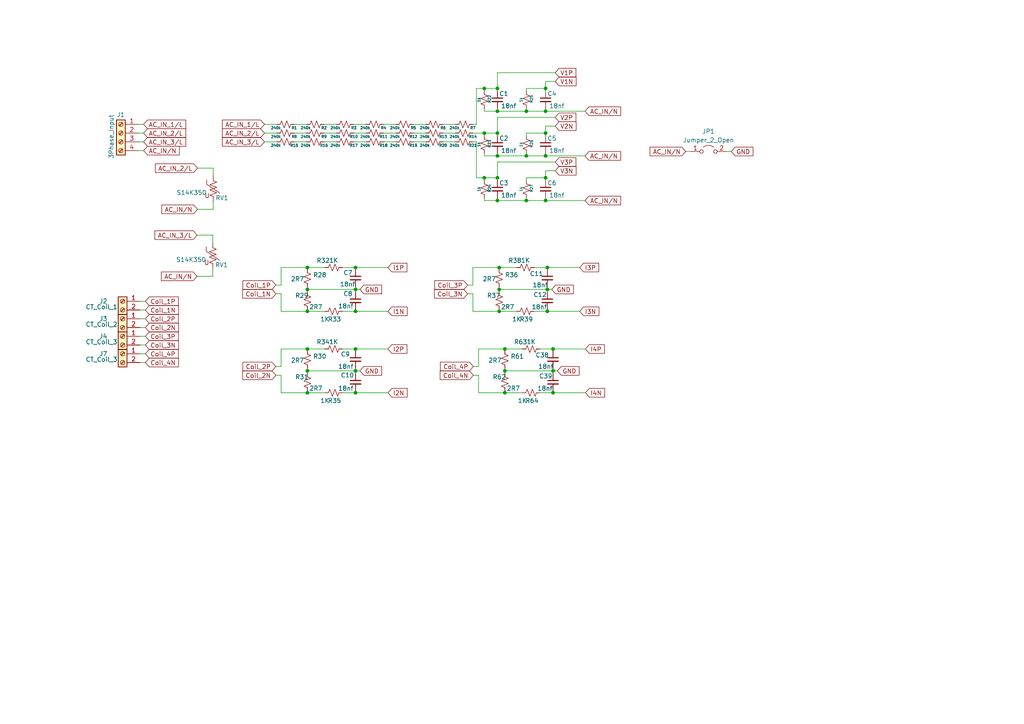
<source format=kicad_sch>
(kicad_sch
	(version 20231120)
	(generator "eeschema")
	(generator_version "8.0")
	(uuid "6836e357-024d-4ba8-aee2-91fc2ddaaf45")
	(paper "A4")
	(lib_symbols
		(symbol "Connector:Screw_Terminal_01x02"
			(pin_names
				(offset 1.016) hide)
			(exclude_from_sim no)
			(in_bom yes)
			(on_board yes)
			(property "Reference" "J"
				(at 0 2.54 0)
				(effects
					(font
						(size 1.27 1.27)
					)
				)
			)
			(property "Value" "Screw_Terminal_01x02"
				(at 0 -5.08 0)
				(effects
					(font
						(size 1.27 1.27)
					)
				)
			)
			(property "Footprint" ""
				(at 0 0 0)
				(effects
					(font
						(size 1.27 1.27)
					)
					(hide yes)
				)
			)
			(property "Datasheet" "~"
				(at 0 0 0)
				(effects
					(font
						(size 1.27 1.27)
					)
					(hide yes)
				)
			)
			(property "Description" "Generic screw terminal, single row, 01x02, script generated (kicad-library-utils/schlib/autogen/connector/)"
				(at 0 0 0)
				(effects
					(font
						(size 1.27 1.27)
					)
					(hide yes)
				)
			)
			(property "ki_keywords" "screw terminal"
				(at 0 0 0)
				(effects
					(font
						(size 1.27 1.27)
					)
					(hide yes)
				)
			)
			(property "ki_fp_filters" "TerminalBlock*:*"
				(at 0 0 0)
				(effects
					(font
						(size 1.27 1.27)
					)
					(hide yes)
				)
			)
			(symbol "Screw_Terminal_01x02_1_1"
				(rectangle
					(start -1.27 1.27)
					(end 1.27 -3.81)
					(stroke
						(width 0.254)
						(type default)
					)
					(fill
						(type background)
					)
				)
				(circle
					(center 0 -2.54)
					(radius 0.635)
					(stroke
						(width 0.1524)
						(type default)
					)
					(fill
						(type none)
					)
				)
				(polyline
					(pts
						(xy -0.5334 -2.2098) (xy 0.3302 -3.048)
					)
					(stroke
						(width 0.1524)
						(type default)
					)
					(fill
						(type none)
					)
				)
				(polyline
					(pts
						(xy -0.5334 0.3302) (xy 0.3302 -0.508)
					)
					(stroke
						(width 0.1524)
						(type default)
					)
					(fill
						(type none)
					)
				)
				(polyline
					(pts
						(xy -0.3556 -2.032) (xy 0.508 -2.8702)
					)
					(stroke
						(width 0.1524)
						(type default)
					)
					(fill
						(type none)
					)
				)
				(polyline
					(pts
						(xy -0.3556 0.508) (xy 0.508 -0.3302)
					)
					(stroke
						(width 0.1524)
						(type default)
					)
					(fill
						(type none)
					)
				)
				(circle
					(center 0 0)
					(radius 0.635)
					(stroke
						(width 0.1524)
						(type default)
					)
					(fill
						(type none)
					)
				)
				(pin passive line
					(at -5.08 0 0)
					(length 3.81)
					(name "Pin_1"
						(effects
							(font
								(size 1.27 1.27)
							)
						)
					)
					(number "1"
						(effects
							(font
								(size 1.27 1.27)
							)
						)
					)
				)
				(pin passive line
					(at -5.08 -2.54 0)
					(length 3.81)
					(name "Pin_2"
						(effects
							(font
								(size 1.27 1.27)
							)
						)
					)
					(number "2"
						(effects
							(font
								(size 1.27 1.27)
							)
						)
					)
				)
			)
		)
		(symbol "Connector:Screw_Terminal_01x04"
			(pin_names
				(offset 1.016) hide)
			(exclude_from_sim no)
			(in_bom yes)
			(on_board yes)
			(property "Reference" "J"
				(at 0 5.08 0)
				(effects
					(font
						(size 1.27 1.27)
					)
				)
			)
			(property "Value" "Screw_Terminal_01x04"
				(at 0 -7.62 0)
				(effects
					(font
						(size 1.27 1.27)
					)
				)
			)
			(property "Footprint" ""
				(at 0 0 0)
				(effects
					(font
						(size 1.27 1.27)
					)
					(hide yes)
				)
			)
			(property "Datasheet" "~"
				(at 0 0 0)
				(effects
					(font
						(size 1.27 1.27)
					)
					(hide yes)
				)
			)
			(property "Description" "Generic screw terminal, single row, 01x04, script generated (kicad-library-utils/schlib/autogen/connector/)"
				(at 0 0 0)
				(effects
					(font
						(size 1.27 1.27)
					)
					(hide yes)
				)
			)
			(property "ki_keywords" "screw terminal"
				(at 0 0 0)
				(effects
					(font
						(size 1.27 1.27)
					)
					(hide yes)
				)
			)
			(property "ki_fp_filters" "TerminalBlock*:*"
				(at 0 0 0)
				(effects
					(font
						(size 1.27 1.27)
					)
					(hide yes)
				)
			)
			(symbol "Screw_Terminal_01x04_1_1"
				(rectangle
					(start -1.27 3.81)
					(end 1.27 -6.35)
					(stroke
						(width 0.254)
						(type default)
					)
					(fill
						(type background)
					)
				)
				(circle
					(center 0 -5.08)
					(radius 0.635)
					(stroke
						(width 0.1524)
						(type default)
					)
					(fill
						(type none)
					)
				)
				(circle
					(center 0 -2.54)
					(radius 0.635)
					(stroke
						(width 0.1524)
						(type default)
					)
					(fill
						(type none)
					)
				)
				(polyline
					(pts
						(xy -0.5334 -4.7498) (xy 0.3302 -5.588)
					)
					(stroke
						(width 0.1524)
						(type default)
					)
					(fill
						(type none)
					)
				)
				(polyline
					(pts
						(xy -0.5334 -2.2098) (xy 0.3302 -3.048)
					)
					(stroke
						(width 0.1524)
						(type default)
					)
					(fill
						(type none)
					)
				)
				(polyline
					(pts
						(xy -0.5334 0.3302) (xy 0.3302 -0.508)
					)
					(stroke
						(width 0.1524)
						(type default)
					)
					(fill
						(type none)
					)
				)
				(polyline
					(pts
						(xy -0.5334 2.8702) (xy 0.3302 2.032)
					)
					(stroke
						(width 0.1524)
						(type default)
					)
					(fill
						(type none)
					)
				)
				(polyline
					(pts
						(xy -0.3556 -4.572) (xy 0.508 -5.4102)
					)
					(stroke
						(width 0.1524)
						(type default)
					)
					(fill
						(type none)
					)
				)
				(polyline
					(pts
						(xy -0.3556 -2.032) (xy 0.508 -2.8702)
					)
					(stroke
						(width 0.1524)
						(type default)
					)
					(fill
						(type none)
					)
				)
				(polyline
					(pts
						(xy -0.3556 0.508) (xy 0.508 -0.3302)
					)
					(stroke
						(width 0.1524)
						(type default)
					)
					(fill
						(type none)
					)
				)
				(polyline
					(pts
						(xy -0.3556 3.048) (xy 0.508 2.2098)
					)
					(stroke
						(width 0.1524)
						(type default)
					)
					(fill
						(type none)
					)
				)
				(circle
					(center 0 0)
					(radius 0.635)
					(stroke
						(width 0.1524)
						(type default)
					)
					(fill
						(type none)
					)
				)
				(circle
					(center 0 2.54)
					(radius 0.635)
					(stroke
						(width 0.1524)
						(type default)
					)
					(fill
						(type none)
					)
				)
				(pin passive line
					(at -5.08 2.54 0)
					(length 3.81)
					(name "Pin_1"
						(effects
							(font
								(size 1.27 1.27)
							)
						)
					)
					(number "1"
						(effects
							(font
								(size 1.27 1.27)
							)
						)
					)
				)
				(pin passive line
					(at -5.08 0 0)
					(length 3.81)
					(name "Pin_2"
						(effects
							(font
								(size 1.27 1.27)
							)
						)
					)
					(number "2"
						(effects
							(font
								(size 1.27 1.27)
							)
						)
					)
				)
				(pin passive line
					(at -5.08 -2.54 0)
					(length 3.81)
					(name "Pin_3"
						(effects
							(font
								(size 1.27 1.27)
							)
						)
					)
					(number "3"
						(effects
							(font
								(size 1.27 1.27)
							)
						)
					)
				)
				(pin passive line
					(at -5.08 -5.08 0)
					(length 3.81)
					(name "Pin_4"
						(effects
							(font
								(size 1.27 1.27)
							)
						)
					)
					(number "4"
						(effects
							(font
								(size 1.27 1.27)
							)
						)
					)
				)
			)
		)
		(symbol "Device:C_Small"
			(pin_numbers hide)
			(pin_names
				(offset 0.254) hide)
			(exclude_from_sim no)
			(in_bom yes)
			(on_board yes)
			(property "Reference" "C"
				(at 0.254 1.778 0)
				(effects
					(font
						(size 1.27 1.27)
					)
					(justify left)
				)
			)
			(property "Value" "C_Small"
				(at 0.254 -2.032 0)
				(effects
					(font
						(size 1.27 1.27)
					)
					(justify left)
				)
			)
			(property "Footprint" ""
				(at 0 0 0)
				(effects
					(font
						(size 1.27 1.27)
					)
					(hide yes)
				)
			)
			(property "Datasheet" "~"
				(at 0 0 0)
				(effects
					(font
						(size 1.27 1.27)
					)
					(hide yes)
				)
			)
			(property "Description" "Unpolarized capacitor, small symbol"
				(at 0 0 0)
				(effects
					(font
						(size 1.27 1.27)
					)
					(hide yes)
				)
			)
			(property "ki_keywords" "capacitor cap"
				(at 0 0 0)
				(effects
					(font
						(size 1.27 1.27)
					)
					(hide yes)
				)
			)
			(property "ki_fp_filters" "C_*"
				(at 0 0 0)
				(effects
					(font
						(size 1.27 1.27)
					)
					(hide yes)
				)
			)
			(symbol "C_Small_0_1"
				(polyline
					(pts
						(xy -1.524 -0.508) (xy 1.524 -0.508)
					)
					(stroke
						(width 0.3302)
						(type default)
					)
					(fill
						(type none)
					)
				)
				(polyline
					(pts
						(xy -1.524 0.508) (xy 1.524 0.508)
					)
					(stroke
						(width 0.3048)
						(type default)
					)
					(fill
						(type none)
					)
				)
			)
			(symbol "C_Small_1_1"
				(pin passive line
					(at 0 2.54 270)
					(length 2.032)
					(name "~"
						(effects
							(font
								(size 1.27 1.27)
							)
						)
					)
					(number "1"
						(effects
							(font
								(size 1.27 1.27)
							)
						)
					)
				)
				(pin passive line
					(at 0 -2.54 90)
					(length 2.032)
					(name "~"
						(effects
							(font
								(size 1.27 1.27)
							)
						)
					)
					(number "2"
						(effects
							(font
								(size 1.27 1.27)
							)
						)
					)
				)
			)
		)
		(symbol "Device:R_Small_US"
			(pin_numbers hide)
			(pin_names
				(offset 0.254) hide)
			(exclude_from_sim no)
			(in_bom yes)
			(on_board yes)
			(property "Reference" "R"
				(at 0.762 0.508 0)
				(effects
					(font
						(size 1.27 1.27)
					)
					(justify left)
				)
			)
			(property "Value" "R_Small_US"
				(at 0.762 -1.016 0)
				(effects
					(font
						(size 1.27 1.27)
					)
					(justify left)
				)
			)
			(property "Footprint" ""
				(at 0 0 0)
				(effects
					(font
						(size 1.27 1.27)
					)
					(hide yes)
				)
			)
			(property "Datasheet" "~"
				(at 0 0 0)
				(effects
					(font
						(size 1.27 1.27)
					)
					(hide yes)
				)
			)
			(property "Description" "Resistor, small US symbol"
				(at 0 0 0)
				(effects
					(font
						(size 1.27 1.27)
					)
					(hide yes)
				)
			)
			(property "ki_keywords" "r resistor"
				(at 0 0 0)
				(effects
					(font
						(size 1.27 1.27)
					)
					(hide yes)
				)
			)
			(property "ki_fp_filters" "R_*"
				(at 0 0 0)
				(effects
					(font
						(size 1.27 1.27)
					)
					(hide yes)
				)
			)
			(symbol "R_Small_US_1_1"
				(polyline
					(pts
						(xy 0 0) (xy 1.016 -0.381) (xy 0 -0.762) (xy -1.016 -1.143) (xy 0 -1.524)
					)
					(stroke
						(width 0)
						(type default)
					)
					(fill
						(type none)
					)
				)
				(polyline
					(pts
						(xy 0 1.524) (xy 1.016 1.143) (xy 0 0.762) (xy -1.016 0.381) (xy 0 0)
					)
					(stroke
						(width 0)
						(type default)
					)
					(fill
						(type none)
					)
				)
				(pin passive line
					(at 0 2.54 270)
					(length 1.016)
					(name "~"
						(effects
							(font
								(size 1.27 1.27)
							)
						)
					)
					(number "1"
						(effects
							(font
								(size 1.27 1.27)
							)
						)
					)
				)
				(pin passive line
					(at 0 -2.54 90)
					(length 1.016)
					(name "~"
						(effects
							(font
								(size 1.27 1.27)
							)
						)
					)
					(number "2"
						(effects
							(font
								(size 1.27 1.27)
							)
						)
					)
				)
			)
		)
		(symbol "Device:Varistor_US"
			(pin_numbers hide)
			(pin_names
				(offset 0)
			)
			(exclude_from_sim no)
			(in_bom yes)
			(on_board yes)
			(property "Reference" "RV"
				(at 3.175 0 90)
				(effects
					(font
						(size 1.27 1.27)
					)
				)
			)
			(property "Value" "Varistor_US"
				(at -3.175 0 90)
				(effects
					(font
						(size 1.27 1.27)
					)
				)
			)
			(property "Footprint" ""
				(at -1.778 0 90)
				(effects
					(font
						(size 1.27 1.27)
					)
					(hide yes)
				)
			)
			(property "Datasheet" "~"
				(at 0 0 0)
				(effects
					(font
						(size 1.27 1.27)
					)
					(hide yes)
				)
			)
			(property "Description" "Voltage dependent resistor, US symbol"
				(at 0 0 0)
				(effects
					(font
						(size 1.27 1.27)
					)
					(hide yes)
				)
			)
			(property "ki_keywords" "VDR resistance"
				(at 0 0 0)
				(effects
					(font
						(size 1.27 1.27)
					)
					(hide yes)
				)
			)
			(property "ki_fp_filters" "RV_* Varistor*"
				(at 0 0 0)
				(effects
					(font
						(size 1.27 1.27)
					)
					(hide yes)
				)
			)
			(symbol "Varistor_US_0_0"
				(text "U"
					(at -1.778 -2.032 0)
					(effects
						(font
							(size 1.27 1.27)
						)
					)
				)
			)
			(symbol "Varistor_US_0_1"
				(polyline
					(pts
						(xy 0 -2.286) (xy 0 -2.54)
					)
					(stroke
						(width 0)
						(type default)
					)
					(fill
						(type none)
					)
				)
				(polyline
					(pts
						(xy 0 2.286) (xy 0 2.54)
					)
					(stroke
						(width 0)
						(type default)
					)
					(fill
						(type none)
					)
				)
				(polyline
					(pts
						(xy -1.905 2.54) (xy -1.905 1.27) (xy 1.905 -1.27)
					)
					(stroke
						(width 0)
						(type default)
					)
					(fill
						(type none)
					)
				)
				(polyline
					(pts
						(xy 0 -0.762) (xy 1.016 -1.143) (xy 0 -1.524) (xy -1.016 -1.905) (xy 0 -2.286)
					)
					(stroke
						(width 0)
						(type default)
					)
					(fill
						(type none)
					)
				)
				(polyline
					(pts
						(xy 0 0.762) (xy 1.016 0.381) (xy 0 0) (xy -1.016 -0.381) (xy 0 -0.762)
					)
					(stroke
						(width 0)
						(type default)
					)
					(fill
						(type none)
					)
				)
				(polyline
					(pts
						(xy 0 2.286) (xy 1.016 1.905) (xy 0 1.524) (xy -1.016 1.143) (xy 0 0.762)
					)
					(stroke
						(width 0)
						(type default)
					)
					(fill
						(type none)
					)
				)
			)
			(symbol "Varistor_US_1_1"
				(pin passive line
					(at 0 3.81 270)
					(length 1.27)
					(name "~"
						(effects
							(font
								(size 1.27 1.27)
							)
						)
					)
					(number "1"
						(effects
							(font
								(size 1.27 1.27)
							)
						)
					)
				)
				(pin passive line
					(at 0 -3.81 90)
					(length 1.27)
					(name "~"
						(effects
							(font
								(size 1.27 1.27)
							)
						)
					)
					(number "2"
						(effects
							(font
								(size 1.27 1.27)
							)
						)
					)
				)
			)
		)
		(symbol "Jumper:Jumper_2_Open"
			(pin_names
				(offset 0) hide)
			(exclude_from_sim no)
			(in_bom yes)
			(on_board yes)
			(property "Reference" "JP"
				(at 0 2.794 0)
				(effects
					(font
						(size 1.27 1.27)
					)
				)
			)
			(property "Value" "Jumper_2_Open"
				(at 0 -2.286 0)
				(effects
					(font
						(size 1.27 1.27)
					)
				)
			)
			(property "Footprint" ""
				(at 0 0 0)
				(effects
					(font
						(size 1.27 1.27)
					)
					(hide yes)
				)
			)
			(property "Datasheet" "~"
				(at 0 0 0)
				(effects
					(font
						(size 1.27 1.27)
					)
					(hide yes)
				)
			)
			(property "Description" "Jumper, 2-pole, open"
				(at 0 0 0)
				(effects
					(font
						(size 1.27 1.27)
					)
					(hide yes)
				)
			)
			(property "ki_keywords" "Jumper SPST"
				(at 0 0 0)
				(effects
					(font
						(size 1.27 1.27)
					)
					(hide yes)
				)
			)
			(property "ki_fp_filters" "Jumper* TestPoint*2Pads* TestPoint*Bridge*"
				(at 0 0 0)
				(effects
					(font
						(size 1.27 1.27)
					)
					(hide yes)
				)
			)
			(symbol "Jumper_2_Open_0_0"
				(circle
					(center -2.032 0)
					(radius 0.508)
					(stroke
						(width 0)
						(type default)
					)
					(fill
						(type none)
					)
				)
				(circle
					(center 2.032 0)
					(radius 0.508)
					(stroke
						(width 0)
						(type default)
					)
					(fill
						(type none)
					)
				)
			)
			(symbol "Jumper_2_Open_0_1"
				(arc
					(start 1.524 1.27)
					(mid 0 1.778)
					(end -1.524 1.27)
					(stroke
						(width 0)
						(type default)
					)
					(fill
						(type none)
					)
				)
			)
			(symbol "Jumper_2_Open_1_1"
				(pin passive line
					(at -5.08 0 0)
					(length 2.54)
					(name "A"
						(effects
							(font
								(size 1.27 1.27)
							)
						)
					)
					(number "1"
						(effects
							(font
								(size 1.27 1.27)
							)
						)
					)
				)
				(pin passive line
					(at 5.08 0 180)
					(length 2.54)
					(name "B"
						(effects
							(font
								(size 1.27 1.27)
							)
						)
					)
					(number "2"
						(effects
							(font
								(size 1.27 1.27)
							)
						)
					)
				)
			)
		)
	)
	(junction
		(at 160.401 107.569)
		(diameter 0)
		(color 0 0 0 0)
		(uuid "1119859f-b9ee-47cc-aecd-a1ad28cd21d8")
	)
	(junction
		(at 144.272 51.562)
		(diameter 0)
		(color 0 0 0 0)
		(uuid "11650895-b0bc-4643-ba8c-cc9a3d6759ec")
	)
	(junction
		(at 158.75 83.947)
		(diameter 0)
		(color 0 0 0 0)
		(uuid "23959774-2536-4fc8-9024-b307dd31eed7")
	)
	(junction
		(at 103.124 77.597)
		(diameter 0)
		(color 0 0 0 0)
		(uuid "25d5c021-76b6-4d73-b05d-5fbd6716267c")
	)
	(junction
		(at 144.272 32.258)
		(diameter 0)
		(color 0 0 0 0)
		(uuid "27d74d60-cc2a-4a73-9f73-feab39fbd55e")
	)
	(junction
		(at 144.78 90.297)
		(diameter 0)
		(color 0 0 0 0)
		(uuid "2d46a330-5459-4b7a-b06b-1ebbe77b0af0")
	)
	(junction
		(at 158.75 77.597)
		(diameter 0)
		(color 0 0 0 0)
		(uuid "2ed87712-9093-4bf0-a818-40b75f8ec8a6")
	)
	(junction
		(at 144.78 77.597)
		(diameter 0)
		(color 0 0 0 0)
		(uuid "3b2535c1-efb6-4579-8a95-64b0d1890084")
	)
	(junction
		(at 144.78 83.947)
		(diameter 0)
		(color 0 0 0 0)
		(uuid "3c42af72-28a1-4f11-a71f-83567154e55c")
	)
	(junction
		(at 158.242 25.654)
		(diameter 0)
		(color 0 0 0 0)
		(uuid "510f39c2-ea74-48a4-8123-a7a0badc6fe2")
	)
	(junction
		(at 146.431 107.569)
		(diameter 0)
		(color 0 0 0 0)
		(uuid "56d3762e-9993-4d78-80ab-a09e917c35ce")
	)
	(junction
		(at 144.272 45.212)
		(diameter 0)
		(color 0 0 0 0)
		(uuid "5f4b75c1-2aa8-41d0-b2bc-e4225b87e001")
	)
	(junction
		(at 160.401 101.219)
		(diameter 0)
		(color 0 0 0 0)
		(uuid "671ac616-2435-4dae-bc9e-c50aaf07b31b")
	)
	(junction
		(at 146.431 101.219)
		(diameter 0)
		(color 0 0 0 0)
		(uuid "6aedbc8c-a7ce-4516-8461-d64179889955")
	)
	(junction
		(at 140.462 51.562)
		(diameter 0)
		(color 0 0 0 0)
		(uuid "71a3b019-af86-43f0-959c-0ece76dfb6e0")
	)
	(junction
		(at 89.154 101.219)
		(diameter 0)
		(color 0 0 0 0)
		(uuid "7781a375-bdc8-4dc9-a77f-43123d825221")
	)
	(junction
		(at 103.124 113.919)
		(diameter 0)
		(color 0 0 0 0)
		(uuid "80d7a37b-e26c-49b4-a562-c94ba479327c")
	)
	(junction
		(at 158.242 58.166)
		(diameter 0)
		(color 0 0 0 0)
		(uuid "8484727f-b3f4-47ae-93f0-92bef8fdca3c")
	)
	(junction
		(at 152.654 32.258)
		(diameter 0)
		(color 0 0 0 0)
		(uuid "89fada37-db40-4dbd-b40c-b427933cd33f")
	)
	(junction
		(at 146.431 113.919)
		(diameter 0)
		(color 0 0 0 0)
		(uuid "8a09ebfd-88d5-406f-b276-de9c01e16a80")
	)
	(junction
		(at 160.401 113.919)
		(diameter 0)
		(color 0 0 0 0)
		(uuid "8a6abd39-7693-4203-b2f5-0a668a809b84")
	)
	(junction
		(at 103.124 90.297)
		(diameter 0)
		(color 0 0 0 0)
		(uuid "8d27152a-028f-44a4-8a41-742b1cb81924")
	)
	(junction
		(at 152.654 58.166)
		(diameter 0)
		(color 0 0 0 0)
		(uuid "a2ed445a-4d57-4a19-9b1e-a5af2668fa19")
	)
	(junction
		(at 158.242 45.212)
		(diameter 0)
		(color 0 0 0 0)
		(uuid "a63764e9-cdcf-4419-aa13-43e3099120d3")
	)
	(junction
		(at 89.154 107.569)
		(diameter 0)
		(color 0 0 0 0)
		(uuid "aa53aa56-29c2-4c6e-8428-3cf190541e78")
	)
	(junction
		(at 103.124 101.219)
		(diameter 0)
		(color 0 0 0 0)
		(uuid "aee06361-114b-47fd-ba40-51ac6a483076")
	)
	(junction
		(at 89.154 83.947)
		(diameter 0)
		(color 0 0 0 0)
		(uuid "b06bb500-29a8-48ac-9e2a-9b14ded2d8ba")
	)
	(junction
		(at 140.462 25.654)
		(diameter 0)
		(color 0 0 0 0)
		(uuid "b102313d-c436-46fd-aab8-35c11e25dd2a")
	)
	(junction
		(at 158.242 38.608)
		(diameter 0)
		(color 0 0 0 0)
		(uuid "b83c9651-90f3-4a2d-a3dc-8b596343b971")
	)
	(junction
		(at 158.75 90.297)
		(diameter 0)
		(color 0 0 0 0)
		(uuid "b96a1eb8-fb76-48da-ae07-d48481fb6542")
	)
	(junction
		(at 89.154 77.597)
		(diameter 0)
		(color 0 0 0 0)
		(uuid "cd8c330c-f8b6-49e2-9933-26e73920899c")
	)
	(junction
		(at 144.272 25.654)
		(diameter 0)
		(color 0 0 0 0)
		(uuid "d273186a-25f3-4a7a-b193-1b817d7a1018")
	)
	(junction
		(at 103.124 83.947)
		(diameter 0)
		(color 0 0 0 0)
		(uuid "d532703f-fb3e-4e98-9cf2-199a223aa345")
	)
	(junction
		(at 89.154 90.297)
		(diameter 0)
		(color 0 0 0 0)
		(uuid "da5017af-b74e-4788-b46d-a8de28056a41")
	)
	(junction
		(at 144.272 58.166)
		(diameter 0)
		(color 0 0 0 0)
		(uuid "de2f3145-3941-4a68-adda-aa188ebabfb8")
	)
	(junction
		(at 144.272 38.608)
		(diameter 0)
		(color 0 0 0 0)
		(uuid "e2080bbb-ee61-41c5-bbc6-c2284eb30deb")
	)
	(junction
		(at 152.654 45.212)
		(diameter 0)
		(color 0 0 0 0)
		(uuid "e644f076-4a2c-4e61-8fe3-5abb9f0a778f")
	)
	(junction
		(at 158.242 32.258)
		(diameter 0)
		(color 0 0 0 0)
		(uuid "f2273998-2141-4cc0-9175-dc4342fde2c1")
	)
	(junction
		(at 140.462 38.608)
		(diameter 0)
		(color 0 0 0 0)
		(uuid "f6f36f1f-c1cc-4539-a893-4cf91391d54b")
	)
	(junction
		(at 103.124 107.569)
		(diameter 0)
		(color 0 0 0 0)
		(uuid "f8deb444-fad1-408f-8aca-28db99b0485a")
	)
	(junction
		(at 89.154 113.919)
		(diameter 0)
		(color 0 0 0 0)
		(uuid "fb396930-7095-4b4a-ad15-4af370cfff8f")
	)
	(junction
		(at 158.242 51.562)
		(diameter 0)
		(color 0 0 0 0)
		(uuid "fcdf5865-4dc6-4d90-a763-f05fcca43aec")
	)
	(wire
		(pts
			(xy 138.811 113.919) (xy 146.431 113.919)
		)
		(stroke
			(width 0)
			(type default)
		)
		(uuid "00f3c7a0-a0f4-490a-84ab-2a246b4490c1")
	)
	(wire
		(pts
			(xy 140.462 31.496) (xy 140.462 32.258)
		)
		(stroke
			(width 0)
			(type default)
		)
		(uuid "015e6ca1-87a9-43d5-8414-c3305a86bb91")
	)
	(wire
		(pts
			(xy 89.154 113.919) (xy 94.234 113.919)
		)
		(stroke
			(width 0)
			(type default)
		)
		(uuid "03cc2650-9040-44a0-8cd3-dcee62c36899")
	)
	(wire
		(pts
			(xy 144.78 83.947) (xy 158.75 83.947)
		)
		(stroke
			(width 0)
			(type default)
		)
		(uuid "053df873-99ee-422a-899d-88ef63f3e233")
	)
	(wire
		(pts
			(xy 152.654 44.45) (xy 152.654 45.212)
		)
		(stroke
			(width 0)
			(type default)
		)
		(uuid "09f8dfef-cca5-49a8-8649-0b36f4abcecd")
	)
	(wire
		(pts
			(xy 144.272 25.654) (xy 144.272 26.416)
		)
		(stroke
			(width 0)
			(type default)
		)
		(uuid "0d997700-3caa-4aea-952a-2d5b2429472c")
	)
	(wire
		(pts
			(xy 89.154 77.597) (xy 94.234 77.597)
		)
		(stroke
			(width 0)
			(type default)
		)
		(uuid "0e206080-0a82-4253-baa5-d6b5b9167c38")
	)
	(wire
		(pts
			(xy 140.462 25.654) (xy 144.272 25.654)
		)
		(stroke
			(width 0)
			(type default)
		)
		(uuid "12c8c4b1-146d-4da4-89ab-b9d80272118b")
	)
	(wire
		(pts
			(xy 140.462 38.608) (xy 140.462 39.37)
		)
		(stroke
			(width 0)
			(type default)
		)
		(uuid "1353acf3-5814-4dc6-9ec8-16f39c3da9ff")
	)
	(wire
		(pts
			(xy 144.272 45.212) (xy 152.654 45.212)
		)
		(stroke
			(width 0)
			(type default)
		)
		(uuid "138360d9-88f8-4395-89b6-41159c52caec")
	)
	(wire
		(pts
			(xy 89.154 107.569) (xy 103.124 107.569)
		)
		(stroke
			(width 0)
			(type default)
		)
		(uuid "13ecc181-f3a1-4161-b59f-e80e2fabfe95")
	)
	(wire
		(pts
			(xy 40.64 89.916) (xy 42.164 89.916)
		)
		(stroke
			(width 0)
			(type default)
		)
		(uuid "14a35524-8e3c-4f8d-af89-b7565d154d08")
	)
	(wire
		(pts
			(xy 158.242 58.166) (xy 169.672 58.166)
		)
		(stroke
			(width 0)
			(type default)
		)
		(uuid "1739e41e-f7d1-4da8-84ba-80f3be9d1bdd")
	)
	(wire
		(pts
			(xy 81.534 77.597) (xy 81.534 82.677)
		)
		(stroke
			(width 0)
			(type default)
		)
		(uuid "18afac70-9273-4e59-bf6e-6afbb182d1e1")
	)
	(wire
		(pts
			(xy 40.132 41.148) (xy 41.656 41.148)
		)
		(stroke
			(width 0)
			(type default)
		)
		(uuid "18ce98f6-6c92-4b26-8c68-63b5807e2e02")
	)
	(wire
		(pts
			(xy 93.98 38.608) (xy 97.536 38.608)
		)
		(stroke
			(width 0)
			(type default)
		)
		(uuid "196a184e-c15f-4b58-a030-bc220ec60cf8")
	)
	(wire
		(pts
			(xy 140.462 45.212) (xy 144.272 45.212)
		)
		(stroke
			(width 0)
			(type default)
		)
		(uuid "1afda577-0c76-4ee0-9411-3dac5263993e")
	)
	(wire
		(pts
			(xy 146.431 106.807) (xy 146.431 107.569)
		)
		(stroke
			(width 0)
			(type default)
		)
		(uuid "1b83fc90-fc77-4182-a573-7d7a43473c95")
	)
	(wire
		(pts
			(xy 80.01 106.299) (xy 81.534 106.299)
		)
		(stroke
			(width 0)
			(type default)
		)
		(uuid "1d10b495-b499-48f1-bb98-62c0a3483b5d")
	)
	(wire
		(pts
			(xy 158.75 77.597) (xy 168.148 77.597)
		)
		(stroke
			(width 0)
			(type default)
		)
		(uuid "1de3962c-ba18-4a0c-ab53-121589a25049")
	)
	(wire
		(pts
			(xy 158.75 77.597) (xy 158.75 78.105)
		)
		(stroke
			(width 0)
			(type default)
		)
		(uuid "1deec0e5-9105-4650-bc94-f53d1b9549bc")
	)
	(wire
		(pts
			(xy 152.654 51.562) (xy 158.242 51.562)
		)
		(stroke
			(width 0)
			(type default)
		)
		(uuid "1e4aea44-1cc1-4c1c-baa7-c39d6f73f633")
	)
	(wire
		(pts
			(xy 144.272 51.562) (xy 144.272 52.324)
		)
		(stroke
			(width 0)
			(type default)
		)
		(uuid "215bfe85-b634-418b-a9d4-7df3907b06a3")
	)
	(wire
		(pts
			(xy 103.124 107.569) (xy 103.124 108.331)
		)
		(stroke
			(width 0)
			(type default)
		)
		(uuid "2180e328-d85a-496d-ba33-b621c7354a28")
	)
	(wire
		(pts
			(xy 81.534 101.219) (xy 81.534 106.299)
		)
		(stroke
			(width 0)
			(type default)
		)
		(uuid "2423e406-830e-44f3-8e7b-11a3c368bc54")
	)
	(wire
		(pts
			(xy 89.154 77.597) (xy 89.154 78.105)
		)
		(stroke
			(width 0)
			(type default)
		)
		(uuid "274775b8-1f06-4457-b3cb-847abfebc58a")
	)
	(wire
		(pts
			(xy 119.888 38.608) (xy 123.444 38.608)
		)
		(stroke
			(width 0)
			(type default)
		)
		(uuid "28791d42-31e7-495e-b7dc-ea65f02da9e3")
	)
	(wire
		(pts
			(xy 137.287 108.839) (xy 138.811 108.839)
		)
		(stroke
			(width 0)
			(type default)
		)
		(uuid "29320b93-22c6-46be-9f21-abaf30c131f8")
	)
	(wire
		(pts
			(xy 89.154 90.297) (xy 89.154 89.789)
		)
		(stroke
			(width 0)
			(type default)
		)
		(uuid "2af96057-66b5-4d58-b8d3-c4fe546a0f40")
	)
	(wire
		(pts
			(xy 160.401 107.569) (xy 161.671 107.569)
		)
		(stroke
			(width 0)
			(type default)
		)
		(uuid "2bb0024a-6a75-47ad-8f2b-5e86401241a4")
	)
	(wire
		(pts
			(xy 156.591 113.919) (xy 160.401 113.919)
		)
		(stroke
			(width 0)
			(type default)
		)
		(uuid "2ddf3c27-98dd-42c0-988d-947a7ecb0f0d")
	)
	(wire
		(pts
			(xy 40.64 92.456) (xy 42.164 92.456)
		)
		(stroke
			(width 0)
			(type default)
		)
		(uuid "2ee52226-c014-415e-b898-4a90528a6b91")
	)
	(wire
		(pts
			(xy 111.252 38.608) (xy 114.808 38.608)
		)
		(stroke
			(width 0)
			(type default)
		)
		(uuid "2f34ec75-fbfd-4f2f-9b69-7a9713637d8b")
	)
	(wire
		(pts
			(xy 81.534 108.839) (xy 81.534 113.919)
		)
		(stroke
			(width 0)
			(type default)
		)
		(uuid "2f52ba2f-7499-4ba2-9aed-2b2f138b2520")
	)
	(wire
		(pts
			(xy 144.272 44.45) (xy 144.272 45.212)
		)
		(stroke
			(width 0)
			(type default)
		)
		(uuid "2fa92a1c-210f-4cdd-badc-13bcb3f9a46c")
	)
	(wire
		(pts
			(xy 40.132 36.068) (xy 41.656 36.068)
		)
		(stroke
			(width 0)
			(type default)
		)
		(uuid "2fd420c5-9e18-490b-bd26-aa1e40ae5971")
	)
	(wire
		(pts
			(xy 146.431 101.219) (xy 151.511 101.219)
		)
		(stroke
			(width 0)
			(type default)
		)
		(uuid "2ffd4544-e8e3-4a8e-89cf-f13122b8aeac")
	)
	(wire
		(pts
			(xy 99.314 77.597) (xy 103.124 77.597)
		)
		(stroke
			(width 0)
			(type default)
		)
		(uuid "316da3b3-50e4-4e2d-b974-16b1ded5029a")
	)
	(wire
		(pts
			(xy 40.64 100.076) (xy 42.164 100.076)
		)
		(stroke
			(width 0)
			(type default)
		)
		(uuid "31a989a1-8946-4e67-a6e3-6f3228665536")
	)
	(wire
		(pts
			(xy 89.154 101.219) (xy 89.154 101.727)
		)
		(stroke
			(width 0)
			(type default)
		)
		(uuid "33265566-0c52-4520-8228-425653017ac4")
	)
	(wire
		(pts
			(xy 138.811 101.219) (xy 138.811 106.299)
		)
		(stroke
			(width 0)
			(type default)
		)
		(uuid "33840afd-4ee4-4993-81d6-f2f3af7fb047")
	)
	(wire
		(pts
			(xy 158.242 58.166) (xy 158.242 57.404)
		)
		(stroke
			(width 0)
			(type default)
		)
		(uuid "35c98716-ed25-4b29-afbc-330313bc4a97")
	)
	(wire
		(pts
			(xy 57.15 68.199) (xy 61.722 68.199)
		)
		(stroke
			(width 0)
			(type default)
		)
		(uuid "394237eb-33ff-46e3-a0b2-6649d76e1eb2")
	)
	(wire
		(pts
			(xy 160.401 107.569) (xy 160.401 108.331)
		)
		(stroke
			(width 0)
			(type default)
		)
		(uuid "3a9b343f-da3a-492d-aa66-5d8729cdc8bf")
	)
	(wire
		(pts
			(xy 152.654 58.166) (xy 158.242 58.166)
		)
		(stroke
			(width 0)
			(type default)
		)
		(uuid "3d70fbfc-447f-4286-a6d7-b9d27d2cc572")
	)
	(wire
		(pts
			(xy 103.124 77.597) (xy 103.124 78.105)
		)
		(stroke
			(width 0)
			(type default)
		)
		(uuid "460e68d5-2aff-418b-882a-f67d4a4d31c5")
	)
	(wire
		(pts
			(xy 137.16 36.068) (xy 138.176 36.068)
		)
		(stroke
			(width 0)
			(type default)
		)
		(uuid "46d29139-a908-47cf-92bb-c1ef24fa3b69")
	)
	(wire
		(pts
			(xy 89.154 113.919) (xy 89.154 113.411)
		)
		(stroke
			(width 0)
			(type default)
		)
		(uuid "47e00e77-0cef-4cb6-8985-1863f05fafb3")
	)
	(wire
		(pts
			(xy 119.888 41.148) (xy 123.444 41.148)
		)
		(stroke
			(width 0)
			(type default)
		)
		(uuid "480b0f3c-ee12-4be0-ad70-f3a6ac0826f4")
	)
	(wire
		(pts
			(xy 40.64 94.996) (xy 42.164 94.996)
		)
		(stroke
			(width 0)
			(type default)
		)
		(uuid "497a24cc-167b-4c91-a1b6-2741e98198f0")
	)
	(wire
		(pts
			(xy 210.566 43.942) (xy 212.09 43.942)
		)
		(stroke
			(width 0)
			(type default)
		)
		(uuid "4995dab6-cf3c-4e88-884c-9adb56becbfd")
	)
	(wire
		(pts
			(xy 152.654 25.654) (xy 158.242 25.654)
		)
		(stroke
			(width 0)
			(type default)
		)
		(uuid "4bb58737-6146-4266-969c-1ea380d30965")
	)
	(wire
		(pts
			(xy 144.272 34.036) (xy 144.272 38.608)
		)
		(stroke
			(width 0)
			(type default)
		)
		(uuid "4bf88714-5161-4cce-aff6-f485d74bf9fd")
	)
	(wire
		(pts
			(xy 144.272 46.99) (xy 161.036 46.99)
		)
		(stroke
			(width 0)
			(type default)
		)
		(uuid "4f13ba3b-c034-49f9-b8f1-95f506173bed")
	)
	(wire
		(pts
			(xy 158.75 83.947) (xy 158.75 84.709)
		)
		(stroke
			(width 0)
			(type default)
		)
		(uuid "4f6b15e1-b6ea-44f7-9363-2f2585635563")
	)
	(wire
		(pts
			(xy 160.401 101.219) (xy 160.401 101.727)
		)
		(stroke
			(width 0)
			(type default)
		)
		(uuid "52cdfa17-2e3d-4548-a734-48ead880fc31")
	)
	(wire
		(pts
			(xy 138.811 101.219) (xy 146.431 101.219)
		)
		(stroke
			(width 0)
			(type default)
		)
		(uuid "52f3b977-0fa1-4b41-ad92-4828f4d4dbfd")
	)
	(wire
		(pts
			(xy 103.124 83.947) (xy 104.394 83.947)
		)
		(stroke
			(width 0)
			(type default)
		)
		(uuid "53ff5d08-3e6e-4070-b9e4-85d43aaff408")
	)
	(wire
		(pts
			(xy 89.154 83.947) (xy 89.154 84.709)
		)
		(stroke
			(width 0)
			(type default)
		)
		(uuid "541c4c8e-a17d-4cc7-b471-da67cb347069")
	)
	(wire
		(pts
			(xy 137.287 106.299) (xy 138.811 106.299)
		)
		(stroke
			(width 0)
			(type default)
		)
		(uuid "54acd4d6-3357-46bd-87d8-9d6f7ea3a3e9")
	)
	(wire
		(pts
			(xy 103.124 101.219) (xy 103.124 101.727)
		)
		(stroke
			(width 0)
			(type default)
		)
		(uuid "5504a14f-7850-4078-b6b1-7123d224a439")
	)
	(wire
		(pts
			(xy 144.272 31.496) (xy 144.272 32.258)
		)
		(stroke
			(width 0)
			(type default)
		)
		(uuid "5572433e-f4af-4c5e-a907-7bddfdfa4412")
	)
	(wire
		(pts
			(xy 103.124 107.569) (xy 104.394 107.569)
		)
		(stroke
			(width 0)
			(type default)
		)
		(uuid "55c9d398-17eb-4b55-b59e-307dd4880925")
	)
	(wire
		(pts
			(xy 152.654 31.496) (xy 152.654 32.258)
		)
		(stroke
			(width 0)
			(type default)
		)
		(uuid "575b0c7a-66dc-4c36-a619-69e29b3e2e9b")
	)
	(wire
		(pts
			(xy 152.654 38.608) (xy 152.654 39.37)
		)
		(stroke
			(width 0)
			(type default)
		)
		(uuid "5966cb72-da63-4000-a6cc-9234ee6dd104")
	)
	(wire
		(pts
			(xy 102.616 41.148) (xy 106.172 41.148)
		)
		(stroke
			(width 0)
			(type default)
		)
		(uuid "5b4a047b-5fc2-41da-8a89-85ea730ba887")
	)
	(wire
		(pts
			(xy 158.242 36.576) (xy 161.036 36.576)
		)
		(stroke
			(width 0)
			(type default)
		)
		(uuid "5c046747-307d-45ec-87a2-a995e02e1140")
	)
	(wire
		(pts
			(xy 103.124 113.919) (xy 103.124 113.411)
		)
		(stroke
			(width 0)
			(type default)
		)
		(uuid "5e14f06e-b437-44ee-840d-62156634f0e8")
	)
	(wire
		(pts
			(xy 140.462 51.562) (xy 144.272 51.562)
		)
		(stroke
			(width 0)
			(type default)
		)
		(uuid "5e4dc662-658b-4cfc-98fc-17c50d9df32e")
	)
	(wire
		(pts
			(xy 158.242 38.608) (xy 158.242 36.576)
		)
		(stroke
			(width 0)
			(type default)
		)
		(uuid "5e961b99-4a49-4919-9565-b68bdbeab919")
	)
	(wire
		(pts
			(xy 158.242 45.212) (xy 169.672 45.212)
		)
		(stroke
			(width 0)
			(type default)
		)
		(uuid "5f6c939a-b395-4427-bee4-aaf2fddd7ddd")
	)
	(wire
		(pts
			(xy 61.849 58.547) (xy 61.849 60.706)
		)
		(stroke
			(width 0)
			(type default)
		)
		(uuid "60759604-e99b-485d-a6ca-b86bee7637ea")
	)
	(wire
		(pts
			(xy 154.94 90.297) (xy 158.75 90.297)
		)
		(stroke
			(width 0)
			(type default)
		)
		(uuid "62bf92fb-43cb-494d-aabb-266d8265dd81")
	)
	(wire
		(pts
			(xy 144.272 21.082) (xy 161.036 21.082)
		)
		(stroke
			(width 0)
			(type default)
		)
		(uuid "62fd66c6-c309-4bc6-abec-5a857b1d17ed")
	)
	(wire
		(pts
			(xy 152.654 38.608) (xy 158.242 38.608)
		)
		(stroke
			(width 0)
			(type default)
		)
		(uuid "65e37519-0e04-4872-9e70-964065d4ab0a")
	)
	(wire
		(pts
			(xy 152.654 45.212) (xy 158.242 45.212)
		)
		(stroke
			(width 0)
			(type default)
		)
		(uuid "669e24c5-1be2-47ff-9c8e-b3310950b635")
	)
	(wire
		(pts
			(xy 81.534 101.219) (xy 89.154 101.219)
		)
		(stroke
			(width 0)
			(type default)
		)
		(uuid "6a061c8f-7997-49d8-8b93-6e26ae341c9d")
	)
	(wire
		(pts
			(xy 140.462 51.562) (xy 140.462 52.324)
		)
		(stroke
			(width 0)
			(type default)
		)
		(uuid "6d42ae51-3786-4380-8048-054999fcd6e1")
	)
	(wire
		(pts
			(xy 144.272 32.258) (xy 152.654 32.258)
		)
		(stroke
			(width 0)
			(type default)
		)
		(uuid "6de207b6-20d1-4b23-af66-20012f7881ff")
	)
	(wire
		(pts
			(xy 99.314 101.219) (xy 103.124 101.219)
		)
		(stroke
			(width 0)
			(type default)
		)
		(uuid "6edc3862-3c2b-45ba-af55-50c247f9e3fb")
	)
	(wire
		(pts
			(xy 144.78 77.597) (xy 149.86 77.597)
		)
		(stroke
			(width 0)
			(type default)
		)
		(uuid "6f1cc620-4d8a-4b63-8e8b-c4a0614a19e1")
	)
	(wire
		(pts
			(xy 140.462 32.258) (xy 144.272 32.258)
		)
		(stroke
			(width 0)
			(type default)
		)
		(uuid "72646b01-6d28-4166-9e8b-04ba03a2eb28")
	)
	(wire
		(pts
			(xy 128.524 38.608) (xy 132.08 38.608)
		)
		(stroke
			(width 0)
			(type default)
		)
		(uuid "72833767-6f9c-4f7c-abe6-b2f75f9e7c0d")
	)
	(wire
		(pts
			(xy 160.401 113.919) (xy 160.401 113.411)
		)
		(stroke
			(width 0)
			(type default)
		)
		(uuid "730977ec-a9bb-4005-a79c-4f0646d2a082")
	)
	(wire
		(pts
			(xy 61.722 68.199) (xy 61.722 70.358)
		)
		(stroke
			(width 0)
			(type default)
		)
		(uuid "730ced8e-a8b1-46ef-a704-4eafaff85c1c")
	)
	(wire
		(pts
			(xy 40.64 97.536) (xy 42.164 97.536)
		)
		(stroke
			(width 0)
			(type default)
		)
		(uuid "7496088a-68e4-4dde-b2ec-e9fa5d8b152b")
	)
	(wire
		(pts
			(xy 103.124 77.597) (xy 112.522 77.597)
		)
		(stroke
			(width 0)
			(type default)
		)
		(uuid "7922b22c-4c17-484b-a140-a82b545a9bee")
	)
	(wire
		(pts
			(xy 99.314 113.919) (xy 103.124 113.919)
		)
		(stroke
			(width 0)
			(type default)
		)
		(uuid "7a454879-9d36-40c9-a02d-47541fe84ae2")
	)
	(wire
		(pts
			(xy 102.616 38.608) (xy 106.172 38.608)
		)
		(stroke
			(width 0)
			(type default)
		)
		(uuid "7b175552-75c8-4b12-a8fd-6c861d6bebf5")
	)
	(wire
		(pts
			(xy 158.75 90.297) (xy 158.75 89.789)
		)
		(stroke
			(width 0)
			(type default)
		)
		(uuid "7ba2dd6e-8ed6-4801-aaa8-0b028861e6d7")
	)
	(wire
		(pts
			(xy 140.462 58.166) (xy 144.272 58.166)
		)
		(stroke
			(width 0)
			(type default)
		)
		(uuid "7c7c434f-9ec6-40fd-bf4e-2723dc51852f")
	)
	(wire
		(pts
			(xy 158.75 83.185) (xy 158.75 83.947)
		)
		(stroke
			(width 0)
			(type default)
		)
		(uuid "7d0da051-d240-4865-b844-7e88f90c468a")
	)
	(wire
		(pts
			(xy 146.431 101.219) (xy 146.431 101.727)
		)
		(stroke
			(width 0)
			(type default)
		)
		(uuid "7d9aeb88-d076-439c-8e42-12cd79b35c46")
	)
	(wire
		(pts
			(xy 158.242 51.562) (xy 158.242 52.324)
		)
		(stroke
			(width 0)
			(type default)
		)
		(uuid "7dbf5e32-34b2-4354-9f4e-6eb6c892a69b")
	)
	(wire
		(pts
			(xy 128.524 41.148) (xy 132.08 41.148)
		)
		(stroke
			(width 0)
			(type default)
		)
		(uuid "7ed370e7-055b-4d36-b6d8-164901e8c61d")
	)
	(wire
		(pts
			(xy 144.272 34.036) (xy 161.036 34.036)
		)
		(stroke
			(width 0)
			(type default)
		)
		(uuid "810ba9ac-fdfe-49f6-bbeb-d13b431034cc")
	)
	(wire
		(pts
			(xy 111.252 41.148) (xy 114.808 41.148)
		)
		(stroke
			(width 0)
			(type default)
		)
		(uuid "818830a7-e34d-44fb-8394-e01525c6ef19")
	)
	(wire
		(pts
			(xy 158.242 32.258) (xy 169.672 32.258)
		)
		(stroke
			(width 0)
			(type default)
		)
		(uuid "860a113e-7da3-4465-be1e-77889a023181")
	)
	(wire
		(pts
			(xy 99.314 90.297) (xy 103.124 90.297)
		)
		(stroke
			(width 0)
			(type default)
		)
		(uuid "86dc5cda-9d54-4d86-8e57-856c4891233e")
	)
	(wire
		(pts
			(xy 103.124 90.297) (xy 112.522 90.297)
		)
		(stroke
			(width 0)
			(type default)
		)
		(uuid "8774e8b9-88f2-4fa7-b708-484127af1cab")
	)
	(wire
		(pts
			(xy 137.16 41.148) (xy 138.176 41.148)
		)
		(stroke
			(width 0)
			(type default)
		)
		(uuid "8a996141-0728-4c40-af6d-1e37cbddad03")
	)
	(wire
		(pts
			(xy 156.591 101.219) (xy 160.401 101.219)
		)
		(stroke
			(width 0)
			(type default)
		)
		(uuid "8a9bc8c6-d4eb-440e-80a2-23c27f9b63ae")
	)
	(wire
		(pts
			(xy 158.242 51.562) (xy 158.242 49.53)
		)
		(stroke
			(width 0)
			(type default)
		)
		(uuid "8c24227b-7b88-47a5-9c8d-43d7289d1437")
	)
	(wire
		(pts
			(xy 144.272 58.166) (xy 152.654 58.166)
		)
		(stroke
			(width 0)
			(type default)
		)
		(uuid "8cab61df-3f36-4607-9a06-d4ae0b5ee064")
	)
	(wire
		(pts
			(xy 152.654 51.562) (xy 152.654 52.324)
		)
		(stroke
			(width 0)
			(type default)
		)
		(uuid "8cd5e1d4-0d70-4ca9-ae8e-0a6a6adf2558")
	)
	(wire
		(pts
			(xy 146.431 113.919) (xy 146.431 113.411)
		)
		(stroke
			(width 0)
			(type default)
		)
		(uuid "8e7c27c3-1d2b-41a5-9b0c-b0d32c24518a")
	)
	(wire
		(pts
			(xy 158.75 83.947) (xy 160.02 83.947)
		)
		(stroke
			(width 0)
			(type default)
		)
		(uuid "91591297-3e40-41c7-9b67-d5cb7b5a39b1")
	)
	(wire
		(pts
			(xy 80.01 108.839) (xy 81.534 108.839)
		)
		(stroke
			(width 0)
			(type default)
		)
		(uuid "9246cec1-f8ea-4964-b785-2d63b727cf00")
	)
	(wire
		(pts
			(xy 128.524 36.068) (xy 132.08 36.068)
		)
		(stroke
			(width 0)
			(type default)
		)
		(uuid "9290b3c8-f8b0-431e-bdfd-edbd88d4851f")
	)
	(wire
		(pts
			(xy 138.176 36.068) (xy 138.176 25.654)
		)
		(stroke
			(width 0)
			(type default)
		)
		(uuid "9489247d-e58d-44c0-a6c4-6afd89e37554")
	)
	(wire
		(pts
			(xy 76.708 36.068) (xy 80.264 36.068)
		)
		(stroke
			(width 0)
			(type default)
		)
		(uuid "962aa839-9174-4185-bf35-d1329c879a8e")
	)
	(wire
		(pts
			(xy 89.154 90.297) (xy 94.234 90.297)
		)
		(stroke
			(width 0)
			(type default)
		)
		(uuid "963536b8-9a6e-4f96-b38f-1291ac060cdf")
	)
	(wire
		(pts
			(xy 144.272 46.99) (xy 144.272 51.562)
		)
		(stroke
			(width 0)
			(type default)
		)
		(uuid "97324aae-54f4-40fb-b910-5ecc7e83ea2b")
	)
	(wire
		(pts
			(xy 160.401 106.807) (xy 160.401 107.569)
		)
		(stroke
			(width 0)
			(type default)
		)
		(uuid "994f1645-82a5-4d4b-9c97-8beefaeadff6")
	)
	(wire
		(pts
			(xy 85.344 36.068) (xy 88.9 36.068)
		)
		(stroke
			(width 0)
			(type default)
		)
		(uuid "99eae14d-3ba9-4699-bd17-f59c1b300ab6")
	)
	(wire
		(pts
			(xy 61.722 77.978) (xy 61.722 80.137)
		)
		(stroke
			(width 0)
			(type default)
		)
		(uuid "9ad9d5db-ef57-45b6-b43f-1eac3f87309c")
	)
	(wire
		(pts
			(xy 57.277 48.768) (xy 61.849 48.768)
		)
		(stroke
			(width 0)
			(type default)
		)
		(uuid "9bd1a3cf-7b79-4b3c-9458-949c589d2b22")
	)
	(wire
		(pts
			(xy 152.654 57.404) (xy 152.654 58.166)
		)
		(stroke
			(width 0)
			(type default)
		)
		(uuid "9da90c27-d69d-4065-aa3e-ed6031c0b06d")
	)
	(wire
		(pts
			(xy 152.654 32.258) (xy 158.242 32.258)
		)
		(stroke
			(width 0)
			(type default)
		)
		(uuid "9f1496ca-878b-4bd3-9ded-b30fe3e9019e")
	)
	(wire
		(pts
			(xy 76.708 41.148) (xy 80.264 41.148)
		)
		(stroke
			(width 0)
			(type default)
		)
		(uuid "a0278a9d-8a6c-47c7-a8bd-e367f45c370b")
	)
	(wire
		(pts
			(xy 89.154 83.185) (xy 89.154 83.947)
		)
		(stroke
			(width 0)
			(type default)
		)
		(uuid "a17696fc-fe44-4e02-a7ef-4318cce48580")
	)
	(wire
		(pts
			(xy 85.344 38.608) (xy 88.9 38.608)
		)
		(stroke
			(width 0)
			(type default)
		)
		(uuid "a3e766f1-f716-4f4c-bba0-78c8616227d7")
	)
	(wire
		(pts
			(xy 146.431 107.569) (xy 146.431 108.331)
		)
		(stroke
			(width 0)
			(type default)
		)
		(uuid "a4d22647-1740-462e-a91f-a6881babfcc0")
	)
	(wire
		(pts
			(xy 144.272 57.404) (xy 144.272 58.166)
		)
		(stroke
			(width 0)
			(type default)
		)
		(uuid "a6294b42-c856-41a7-ac5b-4b18445f7730")
	)
	(wire
		(pts
			(xy 57.15 80.137) (xy 61.722 80.137)
		)
		(stroke
			(width 0)
			(type default)
		)
		(uuid "a760cc79-15a9-4abb-8649-e7d7a0a660a7")
	)
	(wire
		(pts
			(xy 137.16 85.217) (xy 137.16 90.297)
		)
		(stroke
			(width 0)
			(type default)
		)
		(uuid "a9b807e8-0649-4e74-b626-a705eb34cc49")
	)
	(wire
		(pts
			(xy 89.154 101.219) (xy 94.234 101.219)
		)
		(stroke
			(width 0)
			(type default)
		)
		(uuid "aa33906e-37e4-425f-a6ea-fac4ef761e83")
	)
	(wire
		(pts
			(xy 93.98 41.148) (xy 97.536 41.148)
		)
		(stroke
			(width 0)
			(type default)
		)
		(uuid "ab6a5267-377a-4c87-be4f-7f6a5972a230")
	)
	(wire
		(pts
			(xy 144.78 90.297) (xy 144.78 89.789)
		)
		(stroke
			(width 0)
			(type default)
		)
		(uuid "ad03327b-457c-4029-b31f-4ab00240658a")
	)
	(wire
		(pts
			(xy 85.344 41.148) (xy 88.9 41.148)
		)
		(stroke
			(width 0)
			(type default)
		)
		(uuid "ad06b4b5-b57d-41a9-a2cc-39fac569c63f")
	)
	(wire
		(pts
			(xy 93.98 36.068) (xy 97.536 36.068)
		)
		(stroke
			(width 0)
			(type default)
		)
		(uuid "ad6a6ba3-ef92-499f-ad70-5de20c7f2ae2")
	)
	(wire
		(pts
			(xy 135.636 82.677) (xy 137.16 82.677)
		)
		(stroke
			(width 0)
			(type default)
		)
		(uuid "af5f8c8f-fa12-490e-876c-709b29701bb7")
	)
	(wire
		(pts
			(xy 81.534 113.919) (xy 89.154 113.919)
		)
		(stroke
			(width 0)
			(type default)
		)
		(uuid "afb609ea-4210-407f-8978-a7259c69e415")
	)
	(wire
		(pts
			(xy 144.78 83.947) (xy 144.78 84.709)
		)
		(stroke
			(width 0)
			(type default)
		)
		(uuid "b0ba192c-59fa-4754-a768-05e1e3b95d45")
	)
	(wire
		(pts
			(xy 138.811 108.839) (xy 138.811 113.919)
		)
		(stroke
			(width 0)
			(type default)
		)
		(uuid "b17ce862-9e8a-4085-9f2c-56017bf1c4da")
	)
	(wire
		(pts
			(xy 198.882 43.942) (xy 200.406 43.942)
		)
		(stroke
			(width 0)
			(type default)
		)
		(uuid "b3343074-d286-42d0-8afa-c972a68dbbb5")
	)
	(wire
		(pts
			(xy 81.534 77.597) (xy 89.154 77.597)
		)
		(stroke
			(width 0)
			(type default)
		)
		(uuid "b3d76bc6-3de2-4b2f-9a21-e2024efbb1cd")
	)
	(wire
		(pts
			(xy 81.534 90.297) (xy 89.154 90.297)
		)
		(stroke
			(width 0)
			(type default)
		)
		(uuid "b6b3052d-d754-4c34-841e-6380a03a8c7a")
	)
	(wire
		(pts
			(xy 146.431 107.569) (xy 160.401 107.569)
		)
		(stroke
			(width 0)
			(type default)
		)
		(uuid "b6fddb8e-61c0-465b-bac2-33b86bcbba42")
	)
	(wire
		(pts
			(xy 138.176 41.148) (xy 138.176 51.562)
		)
		(stroke
			(width 0)
			(type default)
		)
		(uuid "b9350606-79da-40fd-b37e-7e3e7258f0d7")
	)
	(wire
		(pts
			(xy 40.64 87.376) (xy 42.164 87.376)
		)
		(stroke
			(width 0)
			(type default)
		)
		(uuid "bab1eefa-a448-4b89-a0a8-bfd33769aba6")
	)
	(wire
		(pts
			(xy 138.176 25.654) (xy 140.462 25.654)
		)
		(stroke
			(width 0)
			(type default)
		)
		(uuid "bbb0da19-6c77-4834-a188-b6d0e129c269")
	)
	(wire
		(pts
			(xy 137.16 38.608) (xy 140.462 38.608)
		)
		(stroke
			(width 0)
			(type default)
		)
		(uuid "bbb61c4a-9b86-43d7-bc0c-0273556b46df")
	)
	(wire
		(pts
			(xy 103.124 106.807) (xy 103.124 107.569)
		)
		(stroke
			(width 0)
			(type default)
		)
		(uuid "bc68be58-330d-4821-991d-880386677f7f")
	)
	(wire
		(pts
			(xy 89.154 106.807) (xy 89.154 107.569)
		)
		(stroke
			(width 0)
			(type default)
		)
		(uuid "bc70d4ef-330c-428b-a498-d9dfe2e5ddc2")
	)
	(wire
		(pts
			(xy 103.124 90.297) (xy 103.124 89.789)
		)
		(stroke
			(width 0)
			(type default)
		)
		(uuid "bcc96e68-d502-4a88-9fe1-1c9f909dd81f")
	)
	(wire
		(pts
			(xy 137.16 90.297) (xy 144.78 90.297)
		)
		(stroke
			(width 0)
			(type default)
		)
		(uuid "be97ed19-fb6f-48e7-ad87-02d87050cd01")
	)
	(wire
		(pts
			(xy 158.242 32.258) (xy 158.242 31.496)
		)
		(stroke
			(width 0)
			(type default)
		)
		(uuid "bf2b42bf-2b9a-41f9-800a-741e81264215")
	)
	(wire
		(pts
			(xy 89.154 107.569) (xy 89.154 108.331)
		)
		(stroke
			(width 0)
			(type default)
		)
		(uuid "bfad2098-35e8-42b9-8a97-4f8885366d81")
	)
	(wire
		(pts
			(xy 40.64 105.156) (xy 42.164 105.156)
		)
		(stroke
			(width 0)
			(type default)
		)
		(uuid "bffdbd88-ff12-4242-a57a-e2774bd13172")
	)
	(wire
		(pts
			(xy 160.401 101.219) (xy 169.799 101.219)
		)
		(stroke
			(width 0)
			(type default)
		)
		(uuid "c1036d18-5bbf-402e-b251-88c242143f75")
	)
	(wire
		(pts
			(xy 140.462 38.608) (xy 144.272 38.608)
		)
		(stroke
			(width 0)
			(type default)
		)
		(uuid "c3bdb88c-5b47-4b2a-8999-28a3ce121e0c")
	)
	(wire
		(pts
			(xy 80.01 85.217) (xy 81.534 85.217)
		)
		(stroke
			(width 0)
			(type default)
		)
		(uuid "c7809135-e324-4a95-afa7-4a8e7b355fd9")
	)
	(wire
		(pts
			(xy 137.16 77.597) (xy 137.16 82.677)
		)
		(stroke
			(width 0)
			(type default)
		)
		(uuid "c82e5095-c129-472e-8d98-d0a75fa1ee22")
	)
	(wire
		(pts
			(xy 158.75 90.297) (xy 168.148 90.297)
		)
		(stroke
			(width 0)
			(type default)
		)
		(uuid "c909d8da-2431-41f6-a15b-879f3e5124f7")
	)
	(wire
		(pts
			(xy 158.242 25.654) (xy 158.242 23.622)
		)
		(stroke
			(width 0)
			(type default)
		)
		(uuid "cabb8426-a27b-4540-8730-d9e23c6f2047")
	)
	(wire
		(pts
			(xy 81.534 85.217) (xy 81.534 90.297)
		)
		(stroke
			(width 0)
			(type default)
		)
		(uuid "cc11cd71-6b81-480c-8011-cf04b460c787")
	)
	(wire
		(pts
			(xy 144.78 77.597) (xy 144.78 78.105)
		)
		(stroke
			(width 0)
			(type default)
		)
		(uuid "cd6c794c-9db1-4376-9fda-c08866b0a1cc")
	)
	(wire
		(pts
			(xy 89.154 83.947) (xy 103.124 83.947)
		)
		(stroke
			(width 0)
			(type default)
		)
		(uuid "ce0e02ed-ce60-4353-8792-00d578476b03")
	)
	(wire
		(pts
			(xy 138.176 51.562) (xy 140.462 51.562)
		)
		(stroke
			(width 0)
			(type default)
		)
		(uuid "cf3b0b34-3dd7-47ee-b91a-2d940aa0c414")
	)
	(wire
		(pts
			(xy 140.462 44.45) (xy 140.462 45.212)
		)
		(stroke
			(width 0)
			(type default)
		)
		(uuid "cf5cc10d-ea0e-4035-8f07-3e440da3f331")
	)
	(wire
		(pts
			(xy 103.124 101.219) (xy 112.522 101.219)
		)
		(stroke
			(width 0)
			(type default)
		)
		(uuid "cf6cc7e8-2b3f-4f5f-97b4-223dc29614fb")
	)
	(wire
		(pts
			(xy 111.252 36.068) (xy 114.808 36.068)
		)
		(stroke
			(width 0)
			(type default)
		)
		(uuid "d063acba-2eb9-4df7-892a-36221b71115e")
	)
	(wire
		(pts
			(xy 144.78 90.297) (xy 149.86 90.297)
		)
		(stroke
			(width 0)
			(type default)
		)
		(uuid "d23439c2-95bb-437b-9483-415cc9bdd399")
	)
	(wire
		(pts
			(xy 119.888 36.068) (xy 123.444 36.068)
		)
		(stroke
			(width 0)
			(type default)
		)
		(uuid "d4224852-1a30-4a71-81e1-dfffc1dd16b5")
	)
	(wire
		(pts
			(xy 103.124 83.947) (xy 103.124 84.709)
		)
		(stroke
			(width 0)
			(type default)
		)
		(uuid "d4d18116-fa90-4748-8d6b-6f08166b23f8")
	)
	(wire
		(pts
			(xy 158.242 49.53) (xy 161.036 49.53)
		)
		(stroke
			(width 0)
			(type default)
		)
		(uuid "d5067601-bc94-48a5-a5ce-44afa981e0be")
	)
	(wire
		(pts
			(xy 146.431 113.919) (xy 151.511 113.919)
		)
		(stroke
			(width 0)
			(type default)
		)
		(uuid "d659a429-5c06-433d-8b1c-325397470181")
	)
	(wire
		(pts
			(xy 137.16 77.597) (xy 144.78 77.597)
		)
		(stroke
			(width 0)
			(type default)
		)
		(uuid "d67d8907-f85e-40f7-b6d2-b735b4db48f8")
	)
	(wire
		(pts
			(xy 144.78 83.185) (xy 144.78 83.947)
		)
		(stroke
			(width 0)
			(type default)
		)
		(uuid "d724b9aa-d4f8-4946-a093-17895bb7791a")
	)
	(wire
		(pts
			(xy 158.242 25.654) (xy 158.242 26.416)
		)
		(stroke
			(width 0)
			(type default)
		)
		(uuid "dbbfe786-97ca-4754-99e6-e37d1cd8575a")
	)
	(wire
		(pts
			(xy 144.272 21.082) (xy 144.272 25.654)
		)
		(stroke
			(width 0)
			(type default)
		)
		(uuid "df07498b-c0c0-4d9f-a381-de762e2cbd1f")
	)
	(wire
		(pts
			(xy 40.64 102.616) (xy 42.164 102.616)
		)
		(stroke
			(width 0)
			(type default)
		)
		(uuid "e49fb27a-a7bb-4ac5-af9e-73b28fa0c00e")
	)
	(wire
		(pts
			(xy 152.654 25.654) (xy 152.654 26.416)
		)
		(stroke
			(width 0)
			(type default)
		)
		(uuid "e901e71e-236c-4a2f-8c97-4f4ee8f3a7be")
	)
	(wire
		(pts
			(xy 158.242 23.622) (xy 161.036 23.622)
		)
		(stroke
			(width 0)
			(type default)
		)
		(uuid "e982752c-ba7c-4d5d-8a8a-f89b8bd5e58f")
	)
	(wire
		(pts
			(xy 135.636 85.217) (xy 137.16 85.217)
		)
		(stroke
			(width 0)
			(type default)
		)
		(uuid "ea5f2a51-cdfa-4234-b879-1fc132d15088")
	)
	(wire
		(pts
			(xy 40.132 43.688) (xy 41.656 43.688)
		)
		(stroke
			(width 0)
			(type default)
		)
		(uuid "eeaa8d2f-8843-48c4-96fa-322d3a6fb269")
	)
	(wire
		(pts
			(xy 158.242 38.608) (xy 158.242 39.37)
		)
		(stroke
			(width 0)
			(type default)
		)
		(uuid "ef9c7de2-037f-418b-ba41-381c7da3fb0f")
	)
	(wire
		(pts
			(xy 61.849 48.768) (xy 61.849 50.927)
		)
		(stroke
			(width 0)
			(type default)
		)
		(uuid "f0e66118-9881-4fe6-89b7-dd752aa273a4")
	)
	(wire
		(pts
			(xy 40.132 38.608) (xy 41.656 38.608)
		)
		(stroke
			(width 0)
			(type default)
		)
		(uuid "f1011f48-0baf-4b60-95a2-4901231eed1c")
	)
	(wire
		(pts
			(xy 103.124 113.919) (xy 112.522 113.919)
		)
		(stroke
			(width 0)
			(type default)
		)
		(uuid "f122f075-cbcd-4065-84df-932c16213f9e")
	)
	(wire
		(pts
			(xy 57.277 60.706) (xy 61.849 60.706)
		)
		(stroke
			(width 0)
			(type default)
		)
		(uuid "f183cbbf-2635-4d66-8440-d268bb99268a")
	)
	(wire
		(pts
			(xy 103.124 83.185) (xy 103.124 83.947)
		)
		(stroke
			(width 0)
			(type default)
		)
		(uuid "f22c6978-e4af-491e-a025-b13e043eb1a7")
	)
	(wire
		(pts
			(xy 80.01 82.677) (xy 81.534 82.677)
		)
		(stroke
			(width 0)
			(type default)
		)
		(uuid "f3256f33-da19-4784-8df0-aa09ed629100")
	)
	(wire
		(pts
			(xy 140.462 57.404) (xy 140.462 58.166)
		)
		(stroke
			(width 0)
			(type default)
		)
		(uuid "f6bbf0e7-d045-4779-a58e-10ab28cdb0ee")
	)
	(wire
		(pts
			(xy 140.462 25.654) (xy 140.462 26.416)
		)
		(stroke
			(width 0)
			(type default)
		)
		(uuid "f6ebfa4c-9a25-4a0f-b527-3646693e754e")
	)
	(wire
		(pts
			(xy 76.708 38.608) (xy 80.264 38.608)
		)
		(stroke
			(width 0)
			(type default)
		)
		(uuid "f91c32a8-fb1f-4f53-a647-abe5eec42f92")
	)
	(wire
		(pts
			(xy 102.616 36.068) (xy 106.172 36.068)
		)
		(stroke
			(width 0)
			(type default)
		)
		(uuid "fd32365b-d949-4d6c-b658-e92f7b269af3")
	)
	(wire
		(pts
			(xy 144.272 38.608) (xy 144.272 39.37)
		)
		(stroke
			(width 0)
			(type default)
		)
		(uuid "fda19bed-6e1c-4a34-8f21-d7d2ceac87dd")
	)
	(wire
		(pts
			(xy 154.94 77.597) (xy 158.75 77.597)
		)
		(stroke
			(width 0)
			(type default)
		)
		(uuid "fe18cb9c-f95e-498c-9af9-9a3ca92ff94d")
	)
	(wire
		(pts
			(xy 158.242 45.212) (xy 158.242 44.45)
		)
		(stroke
			(width 0)
			(type default)
		)
		(uuid "ff853952-4142-4d16-84e2-5a7b972074ba")
	)
	(wire
		(pts
			(xy 160.401 113.919) (xy 169.799 113.919)
		)
		(stroke
			(width 0)
			(type default)
		)
		(uuid "ff9c091c-b8d1-4147-bc48-a7ea7da9cbf0")
	)
	(global_label "I4N"
		(shape input)
		(at 169.799 113.919 0)
		(fields_autoplaced yes)
		(effects
			(font
				(size 1.27 1.27)
			)
			(justify left)
		)
		(uuid "01c02f59-f206-4136-9dc3-03b3744973af")
		(property "Intersheetrefs" "${INTERSHEET_REFS}"
			(at 175.8496 113.919 0)
			(effects
				(font
					(size 1.27 1.27)
				)
				(justify left)
				(hide yes)
			)
		)
	)
	(global_label "Coil_3N"
		(shape input)
		(at 135.636 85.217 180)
		(fields_autoplaced yes)
		(effects
			(font
				(size 1.27 1.27)
			)
			(justify right)
		)
		(uuid "05046c6e-9308-42fb-aee5-46f0fc038a5e")
		(property "Intersheetrefs" "${INTERSHEET_REFS}"
			(at 125.5336 85.217 0)
			(effects
				(font
					(size 1.27 1.27)
				)
				(justify right)
				(hide yes)
			)
		)
	)
	(global_label "Coil_2N"
		(shape input)
		(at 80.01 108.839 180)
		(fields_autoplaced yes)
		(effects
			(font
				(size 1.27 1.27)
			)
			(justify right)
		)
		(uuid "1317f9f6-afbf-4c81-bf18-1f63f842eff9")
		(property "Intersheetrefs" "${INTERSHEET_REFS}"
			(at 69.9076 108.839 0)
			(effects
				(font
					(size 1.27 1.27)
				)
				(justify right)
				(hide yes)
			)
		)
	)
	(global_label "GND"
		(shape input)
		(at 212.09 43.942 0)
		(fields_autoplaced yes)
		(effects
			(font
				(size 1.27 1.27)
			)
			(justify left)
		)
		(uuid "1b6dde38-f073-4432-a9a4-6c021211d211")
		(property "Intersheetrefs" "${INTERSHEET_REFS}"
			(at 218.3736 43.8626 0)
			(effects
				(font
					(size 1.27 1.27)
				)
				(justify left)
				(hide yes)
			)
		)
	)
	(global_label "AC_IN_2{slash}L"
		(shape input)
		(at 41.656 38.608 0)
		(fields_autoplaced yes)
		(effects
			(font
				(size 1.27 1.27)
			)
			(justify left)
		)
		(uuid "1d2a9533-d241-4766-b6b9-8f42b3746b4f")
		(property "Intersheetrefs" "${INTERSHEET_REFS}"
			(at 53.8662 38.5286 0)
			(effects
				(font
					(size 1.27 1.27)
				)
				(justify left)
				(hide yes)
			)
		)
	)
	(global_label "AC_IN{slash}N"
		(shape input)
		(at 169.672 58.166 0)
		(fields_autoplaced yes)
		(effects
			(font
				(size 1.27 1.27)
			)
			(justify left)
		)
		(uuid "26bcaeb9-f246-4262-85c1-950caa269307")
		(property "Intersheetrefs" "${INTERSHEET_REFS}"
			(at 180.0075 58.2454 0)
			(effects
				(font
					(size 1.27 1.27)
				)
				(justify left)
				(hide yes)
			)
		)
	)
	(global_label "V2P"
		(shape input)
		(at 161.036 34.036 0)
		(fields_autoplaced yes)
		(effects
			(font
				(size 1.27 1.27)
			)
			(justify left)
		)
		(uuid "272331a5-be66-4e50-87f0-1878f46282e7")
		(property "Intersheetrefs" "${INTERSHEET_REFS}"
			(at 167.0172 33.9566 0)
			(effects
				(font
					(size 1.27 1.27)
				)
				(justify left)
				(hide yes)
			)
		)
	)
	(global_label "I4P"
		(shape input)
		(at 169.799 101.219 0)
		(fields_autoplaced yes)
		(effects
			(font
				(size 1.27 1.27)
			)
			(justify left)
		)
		(uuid "2b950566-d62f-47a4-bd1b-f6a461b098fd")
		(property "Intersheetrefs" "${INTERSHEET_REFS}"
			(at 175.7891 101.219 0)
			(effects
				(font
					(size 1.27 1.27)
				)
				(justify left)
				(hide yes)
			)
		)
	)
	(global_label "Coil_1P"
		(shape input)
		(at 80.01 82.677 180)
		(fields_autoplaced yes)
		(effects
			(font
				(size 1.27 1.27)
			)
			(justify right)
		)
		(uuid "2cb4ac9e-1122-4f08-91f5-ba3bd17e5252")
		(property "Intersheetrefs" "${INTERSHEET_REFS}"
			(at 69.9681 82.677 0)
			(effects
				(font
					(size 1.27 1.27)
				)
				(justify right)
				(hide yes)
			)
		)
	)
	(global_label "Coil_4N"
		(shape input)
		(at 137.287 108.839 180)
		(fields_autoplaced yes)
		(effects
			(font
				(size 1.27 1.27)
			)
			(justify right)
		)
		(uuid "2d9071d8-db4f-46f6-98b0-90175ff992a5")
		(property "Intersheetrefs" "${INTERSHEET_REFS}"
			(at 127.1846 108.839 0)
			(effects
				(font
					(size 1.27 1.27)
				)
				(justify right)
				(hide yes)
			)
		)
	)
	(global_label "AC_IN{slash}N"
		(shape input)
		(at 169.672 45.212 0)
		(fields_autoplaced yes)
		(effects
			(font
				(size 1.27 1.27)
			)
			(justify left)
		)
		(uuid "38bf9f9b-c466-435c-a7ce-80e9b6365954")
		(property "Intersheetrefs" "${INTERSHEET_REFS}"
			(at 180.0075 45.2914 0)
			(effects
				(font
					(size 1.27 1.27)
				)
				(justify left)
				(hide yes)
			)
		)
	)
	(global_label "AC_IN_1{slash}L"
		(shape input)
		(at 41.656 36.068 0)
		(fields_autoplaced yes)
		(effects
			(font
				(size 1.27 1.27)
			)
			(justify left)
		)
		(uuid "4237dda4-7845-4f1f-8112-24e651aa6014")
		(property "Intersheetrefs" "${INTERSHEET_REFS}"
			(at 53.8662 35.9886 0)
			(effects
				(font
					(size 1.27 1.27)
				)
				(justify left)
				(hide yes)
			)
		)
	)
	(global_label "Coil_2N"
		(shape input)
		(at 42.164 94.996 0)
		(fields_autoplaced yes)
		(effects
			(font
				(size 1.27 1.27)
			)
			(justify left)
		)
		(uuid "4afb43af-7259-48d5-a820-f74fc84a8cfb")
		(property "Intersheetrefs" "${INTERSHEET_REFS}"
			(at 52.2664 94.996 0)
			(effects
				(font
					(size 1.27 1.27)
				)
				(justify left)
				(hide yes)
			)
		)
	)
	(global_label "GND"
		(shape input)
		(at 104.394 107.569 0)
		(fields_autoplaced yes)
		(effects
			(font
				(size 1.27 1.27)
			)
			(justify left)
		)
		(uuid "50c2f8ba-6ec2-43bd-a9a2-789cb1bcc393")
		(property "Intersheetrefs" "${INTERSHEET_REFS}"
			(at 110.6776 107.4896 0)
			(effects
				(font
					(size 1.27 1.27)
				)
				(justify left)
				(hide yes)
			)
		)
	)
	(global_label "AC_IN{slash}N"
		(shape input)
		(at 57.15 80.137 180)
		(fields_autoplaced yes)
		(effects
			(font
				(size 1.27 1.27)
			)
			(justify right)
		)
		(uuid "548cd7c0-35c4-455a-bcbc-b2053db8ec1d")
		(property "Intersheetrefs" "${INTERSHEET_REFS}"
			(at 46.3217 80.137 0)
			(effects
				(font
					(size 1.27 1.27)
				)
				(justify right)
				(hide yes)
			)
		)
	)
	(global_label "AC_IN{slash}N"
		(shape input)
		(at 169.672 32.258 0)
		(fields_autoplaced yes)
		(effects
			(font
				(size 1.27 1.27)
			)
			(justify left)
		)
		(uuid "5aa7af5d-8ac5-4bcd-b9fc-799c12ac3da5")
		(property "Intersheetrefs" "${INTERSHEET_REFS}"
			(at 180.0075 32.3374 0)
			(effects
				(font
					(size 1.27 1.27)
				)
				(justify left)
				(hide yes)
			)
		)
	)
	(global_label "Coil_1P"
		(shape input)
		(at 42.164 87.376 0)
		(fields_autoplaced yes)
		(effects
			(font
				(size 1.27 1.27)
			)
			(justify left)
		)
		(uuid "68821d04-79aa-4d40-af9d-806843ae6083")
		(property "Intersheetrefs" "${INTERSHEET_REFS}"
			(at 52.2059 87.376 0)
			(effects
				(font
					(size 1.27 1.27)
				)
				(justify left)
				(hide yes)
			)
		)
	)
	(global_label "AC_IN_3{slash}L"
		(shape input)
		(at 57.15 68.199 180)
		(fields_autoplaced yes)
		(effects
			(font
				(size 1.27 1.27)
			)
			(justify right)
		)
		(uuid "690d757e-6752-4caa-9f4b-d8181c7da370")
		(property "Intersheetrefs" "${INTERSHEET_REFS}"
			(at 44.447 68.199 0)
			(effects
				(font
					(size 1.27 1.27)
				)
				(justify right)
				(hide yes)
			)
		)
	)
	(global_label "AC_IN{slash}N"
		(shape input)
		(at 41.656 43.688 0)
		(fields_autoplaced yes)
		(effects
			(font
				(size 1.27 1.27)
			)
			(justify left)
		)
		(uuid "6a2d8c27-30a5-4644-81d8-6dc5033a98fd")
		(property "Intersheetrefs" "${INTERSHEET_REFS}"
			(at 51.9915 43.7674 0)
			(effects
				(font
					(size 1.27 1.27)
				)
				(justify left)
				(hide yes)
			)
		)
	)
	(global_label "Coil_4P"
		(shape input)
		(at 137.287 106.299 180)
		(fields_autoplaced yes)
		(effects
			(font
				(size 1.27 1.27)
			)
			(justify right)
		)
		(uuid "6d868e53-70cf-4fe2-8452-f4472100fd4a")
		(property "Intersheetrefs" "${INTERSHEET_REFS}"
			(at 127.2451 106.299 0)
			(effects
				(font
					(size 1.27 1.27)
				)
				(justify right)
				(hide yes)
			)
		)
	)
	(global_label "V3N"
		(shape input)
		(at 161.036 49.53 0)
		(fields_autoplaced yes)
		(effects
			(font
				(size 1.27 1.27)
			)
			(justify left)
		)
		(uuid "6e85ed7d-774d-4f92-af2d-afc1d95ab881")
		(property "Intersheetrefs" "${INTERSHEET_REFS}"
			(at 167.0777 49.4506 0)
			(effects
				(font
					(size 1.27 1.27)
				)
				(justify left)
				(hide yes)
			)
		)
	)
	(global_label "GND"
		(shape input)
		(at 160.02 83.947 0)
		(fields_autoplaced yes)
		(effects
			(font
				(size 1.27 1.27)
			)
			(justify left)
		)
		(uuid "75a01745-310a-45fa-b6ef-bc59575d92e8")
		(property "Intersheetrefs" "${INTERSHEET_REFS}"
			(at 166.3036 83.8676 0)
			(effects
				(font
					(size 1.27 1.27)
				)
				(justify left)
				(hide yes)
			)
		)
	)
	(global_label "V1P"
		(shape input)
		(at 161.036 21.082 0)
		(fields_autoplaced yes)
		(effects
			(font
				(size 1.27 1.27)
			)
			(justify left)
		)
		(uuid "7766b6e0-823b-441d-9357-c02f81507fd1")
		(property "Intersheetrefs" "${INTERSHEET_REFS}"
			(at 167.0172 21.0026 0)
			(effects
				(font
					(size 1.27 1.27)
				)
				(justify left)
				(hide yes)
			)
		)
	)
	(global_label "I2P"
		(shape input)
		(at 112.522 101.219 0)
		(fields_autoplaced yes)
		(effects
			(font
				(size 1.27 1.27)
			)
			(justify left)
		)
		(uuid "7d804843-25e3-4c8c-8701-e20dcc476ba9")
		(property "Intersheetrefs" "${INTERSHEET_REFS}"
			(at 118.0194 101.1396 0)
			(effects
				(font
					(size 1.27 1.27)
				)
				(justify left)
				(hide yes)
			)
		)
	)
	(global_label "Coil_2P"
		(shape input)
		(at 80.01 106.299 180)
		(fields_autoplaced yes)
		(effects
			(font
				(size 1.27 1.27)
			)
			(justify right)
		)
		(uuid "80b501b7-a3e8-4754-a62c-7422a913563b")
		(property "Intersheetrefs" "${INTERSHEET_REFS}"
			(at 69.9681 106.299 0)
			(effects
				(font
					(size 1.27 1.27)
				)
				(justify right)
				(hide yes)
			)
		)
	)
	(global_label "AC_IN_3{slash}L"
		(shape input)
		(at 76.708 41.148 180)
		(fields_autoplaced yes)
		(effects
			(font
				(size 1.27 1.27)
			)
			(justify right)
		)
		(uuid "84bd3e02-d212-45ba-bbc8-d8ecd8efc196")
		(property "Intersheetrefs" "${INTERSHEET_REFS}"
			(at 64.4978 41.2274 0)
			(effects
				(font
					(size 1.27 1.27)
				)
				(justify right)
				(hide yes)
			)
		)
	)
	(global_label "Coil_1N"
		(shape input)
		(at 42.164 89.916 0)
		(fields_autoplaced yes)
		(effects
			(font
				(size 1.27 1.27)
			)
			(justify left)
		)
		(uuid "969c3153-d5b7-4360-97f0-bf7b8bf22bad")
		(property "Intersheetrefs" "${INTERSHEET_REFS}"
			(at 52.2664 89.916 0)
			(effects
				(font
					(size 1.27 1.27)
				)
				(justify left)
				(hide yes)
			)
		)
	)
	(global_label "I1P"
		(shape input)
		(at 112.522 77.597 0)
		(fields_autoplaced yes)
		(effects
			(font
				(size 1.27 1.27)
			)
			(justify left)
		)
		(uuid "9ab78617-ccc2-4478-b923-5922ecc47709")
		(property "Intersheetrefs" "${INTERSHEET_REFS}"
			(at 118.0194 77.5176 0)
			(effects
				(font
					(size 1.27 1.27)
				)
				(justify left)
				(hide yes)
			)
		)
	)
	(global_label "GND"
		(shape input)
		(at 161.671 107.569 0)
		(fields_autoplaced yes)
		(effects
			(font
				(size 1.27 1.27)
			)
			(justify left)
		)
		(uuid "9f645dc1-8e41-4e9e-984a-e4901386d737")
		(property "Intersheetrefs" "${INTERSHEET_REFS}"
			(at 167.9546 107.4896 0)
			(effects
				(font
					(size 1.27 1.27)
				)
				(justify left)
				(hide yes)
			)
		)
	)
	(global_label "AC_IN_2{slash}L"
		(shape input)
		(at 57.277 48.768 180)
		(fields_autoplaced yes)
		(effects
			(font
				(size 1.27 1.27)
			)
			(justify right)
		)
		(uuid "a05b6a63-2e46-42d9-90cd-3b9ef661db2d")
		(property "Intersheetrefs" "${INTERSHEET_REFS}"
			(at 44.574 48.768 0)
			(effects
				(font
					(size 1.27 1.27)
				)
				(justify right)
				(hide yes)
			)
		)
	)
	(global_label "GND"
		(shape input)
		(at 104.394 83.947 0)
		(fields_autoplaced yes)
		(effects
			(font
				(size 1.27 1.27)
			)
			(justify left)
		)
		(uuid "a4304406-e170-4371-b894-20452d6c79cb")
		(property "Intersheetrefs" "${INTERSHEET_REFS}"
			(at 110.6776 83.8676 0)
			(effects
				(font
					(size 1.27 1.27)
				)
				(justify left)
				(hide yes)
			)
		)
	)
	(global_label "AC_IN_2{slash}L"
		(shape input)
		(at 76.708 38.608 180)
		(fields_autoplaced yes)
		(effects
			(font
				(size 1.27 1.27)
			)
			(justify right)
		)
		(uuid "a878a851-8bbc-4802-818b-17d21e2b63f0")
		(property "Intersheetrefs" "${INTERSHEET_REFS}"
			(at 64.4978 38.6874 0)
			(effects
				(font
					(size 1.27 1.27)
				)
				(justify right)
				(hide yes)
			)
		)
	)
	(global_label "AC_IN{slash}N"
		(shape input)
		(at 198.882 43.942 180)
		(fields_autoplaced yes)
		(effects
			(font
				(size 1.27 1.27)
			)
			(justify right)
		)
		(uuid "b737920a-4c78-4d71-b02c-0ad57ae9332d")
		(property "Intersheetrefs" "${INTERSHEET_REFS}"
			(at 188.0537 43.942 0)
			(effects
				(font
					(size 1.27 1.27)
				)
				(justify right)
				(hide yes)
			)
		)
	)
	(global_label "Coil_3P"
		(shape input)
		(at 42.164 97.536 0)
		(fields_autoplaced yes)
		(effects
			(font
				(size 1.27 1.27)
			)
			(justify left)
		)
		(uuid "bd1a997c-40c8-43c8-8233-126d234d1d0e")
		(property "Intersheetrefs" "${INTERSHEET_REFS}"
			(at 52.2059 97.536 0)
			(effects
				(font
					(size 1.27 1.27)
				)
				(justify left)
				(hide yes)
			)
		)
	)
	(global_label "AC_IN_3{slash}L"
		(shape input)
		(at 41.656 41.148 0)
		(fields_autoplaced yes)
		(effects
			(font
				(size 1.27 1.27)
			)
			(justify left)
		)
		(uuid "c473e102-9f35-4965-aee5-d671972dcb3b")
		(property "Intersheetrefs" "${INTERSHEET_REFS}"
			(at 53.8662 41.0686 0)
			(effects
				(font
					(size 1.27 1.27)
				)
				(justify left)
				(hide yes)
			)
		)
	)
	(global_label "Coil_1N"
		(shape input)
		(at 80.01 85.217 180)
		(fields_autoplaced yes)
		(effects
			(font
				(size 1.27 1.27)
			)
			(justify right)
		)
		(uuid "c497cda3-6dca-451e-9acd-6e6feb00172a")
		(property "Intersheetrefs" "${INTERSHEET_REFS}"
			(at 69.9076 85.217 0)
			(effects
				(font
					(size 1.27 1.27)
				)
				(justify right)
				(hide yes)
			)
		)
	)
	(global_label "Coil_4P"
		(shape input)
		(at 42.164 102.616 0)
		(fields_autoplaced yes)
		(effects
			(font
				(size 1.27 1.27)
			)
			(justify left)
		)
		(uuid "c635c719-1399-43e7-917d-8be85b37a874")
		(property "Intersheetrefs" "${INTERSHEET_REFS}"
			(at 52.2059 102.616 0)
			(effects
				(font
					(size 1.27 1.27)
				)
				(justify left)
				(hide yes)
			)
		)
	)
	(global_label "V2N"
		(shape input)
		(at 161.036 36.576 0)
		(fields_autoplaced yes)
		(effects
			(font
				(size 1.27 1.27)
			)
			(justify left)
		)
		(uuid "c7154955-eef9-4ffa-bd30-0fdcabf947fe")
		(property "Intersheetrefs" "${INTERSHEET_REFS}"
			(at 167.0777 36.4966 0)
			(effects
				(font
					(size 1.27 1.27)
				)
				(justify left)
				(hide yes)
			)
		)
	)
	(global_label "V1N"
		(shape input)
		(at 161.036 23.622 0)
		(fields_autoplaced yes)
		(effects
			(font
				(size 1.27 1.27)
			)
			(justify left)
		)
		(uuid "c87fac6e-bd5c-4351-b825-2c6bfe07ae3c")
		(property "Intersheetrefs" "${INTERSHEET_REFS}"
			(at 167.0777 23.5426 0)
			(effects
				(font
					(size 1.27 1.27)
				)
				(justify left)
				(hide yes)
			)
		)
	)
	(global_label "I2N"
		(shape input)
		(at 112.522 113.919 0)
		(fields_autoplaced yes)
		(effects
			(font
				(size 1.27 1.27)
			)
			(justify left)
		)
		(uuid "cb20cc89-2395-401a-82db-d1eb9d2783b4")
		(property "Intersheetrefs" "${INTERSHEET_REFS}"
			(at 118.0799 113.8396 0)
			(effects
				(font
					(size 1.27 1.27)
				)
				(justify left)
				(hide yes)
			)
		)
	)
	(global_label "V3P"
		(shape input)
		(at 161.036 46.99 0)
		(fields_autoplaced yes)
		(effects
			(font
				(size 1.27 1.27)
			)
			(justify left)
		)
		(uuid "cb981595-c514-46b2-9f15-7bc4827d223e")
		(property "Intersheetrefs" "${INTERSHEET_REFS}"
			(at 167.0172 46.9106 0)
			(effects
				(font
					(size 1.27 1.27)
				)
				(justify left)
				(hide yes)
			)
		)
	)
	(global_label "AC_IN{slash}N"
		(shape input)
		(at 57.277 60.706 180)
		(fields_autoplaced yes)
		(effects
			(font
				(size 1.27 1.27)
			)
			(justify right)
		)
		(uuid "d846899a-d825-4253-9ef1-7f64c45cdb05")
		(property "Intersheetrefs" "${INTERSHEET_REFS}"
			(at 46.4487 60.706 0)
			(effects
				(font
					(size 1.27 1.27)
				)
				(justify right)
				(hide yes)
			)
		)
	)
	(global_label "Coil_2P"
		(shape input)
		(at 42.164 92.456 0)
		(fields_autoplaced yes)
		(effects
			(font
				(size 1.27 1.27)
			)
			(justify left)
		)
		(uuid "e4b3b259-6aed-4a78-b21e-70f90ea87e85")
		(property "Intersheetrefs" "${INTERSHEET_REFS}"
			(at 52.2059 92.456 0)
			(effects
				(font
					(size 1.27 1.27)
				)
				(justify left)
				(hide yes)
			)
		)
	)
	(global_label "Coil_4N"
		(shape input)
		(at 42.164 105.156 0)
		(fields_autoplaced yes)
		(effects
			(font
				(size 1.27 1.27)
			)
			(justify left)
		)
		(uuid "e79f0398-da84-4135-8ca4-beb3642524ca")
		(property "Intersheetrefs" "${INTERSHEET_REFS}"
			(at 52.2664 105.156 0)
			(effects
				(font
					(size 1.27 1.27)
				)
				(justify left)
				(hide yes)
			)
		)
	)
	(global_label "AC_IN_1{slash}L"
		(shape input)
		(at 76.708 36.068 180)
		(fields_autoplaced yes)
		(effects
			(font
				(size 1.27 1.27)
			)
			(justify right)
		)
		(uuid "e7fbd55e-c47f-4f3c-a7eb-757f326fdf7b")
		(property "Intersheetrefs" "${INTERSHEET_REFS}"
			(at 64.4978 36.1474 0)
			(effects
				(font
					(size 1.27 1.27)
				)
				(justify right)
				(hide yes)
			)
		)
	)
	(global_label "Coil_3N"
		(shape input)
		(at 42.164 100.076 0)
		(fields_autoplaced yes)
		(effects
			(font
				(size 1.27 1.27)
			)
			(justify left)
		)
		(uuid "e89a1e9f-22c6-48cb-b49c-b7abd68f2c6e")
		(property "Intersheetrefs" "${INTERSHEET_REFS}"
			(at 52.2664 100.076 0)
			(effects
				(font
					(size 1.27 1.27)
				)
				(justify left)
				(hide yes)
			)
		)
	)
	(global_label "Coil_3P"
		(shape input)
		(at 135.636 82.677 180)
		(fields_autoplaced yes)
		(effects
			(font
				(size 1.27 1.27)
			)
			(justify right)
		)
		(uuid "ebec9a36-7033-4110-8d14-be45a356a074")
		(property "Intersheetrefs" "${INTERSHEET_REFS}"
			(at 125.5941 82.677 0)
			(effects
				(font
					(size 1.27 1.27)
				)
				(justify right)
				(hide yes)
			)
		)
	)
	(global_label "I3P"
		(shape input)
		(at 168.148 77.597 0)
		(fields_autoplaced yes)
		(effects
			(font
				(size 1.27 1.27)
			)
			(justify left)
		)
		(uuid "f5906342-d696-41cd-bd41-0c1d27c78216")
		(property "Intersheetrefs" "${INTERSHEET_REFS}"
			(at 173.6454 77.5176 0)
			(effects
				(font
					(size 1.27 1.27)
				)
				(justify left)
				(hide yes)
			)
		)
	)
	(global_label "I1N"
		(shape input)
		(at 112.522 90.297 0)
		(fields_autoplaced yes)
		(effects
			(font
				(size 1.27 1.27)
			)
			(justify left)
		)
		(uuid "f89b5db2-1bbe-434b-b350-5ea4de9af983")
		(property "Intersheetrefs" "${INTERSHEET_REFS}"
			(at 118.0799 90.2176 0)
			(effects
				(font
					(size 1.27 1.27)
				)
				(justify left)
				(hide yes)
			)
		)
	)
	(global_label "I3N"
		(shape input)
		(at 168.148 90.297 0)
		(fields_autoplaced yes)
		(effects
			(font
				(size 1.27 1.27)
			)
			(justify left)
		)
		(uuid "fedb427b-5516-4afe-9a78-cde9e390bb61")
		(property "Intersheetrefs" "${INTERSHEET_REFS}"
			(at 173.7059 90.2176 0)
			(effects
				(font
					(size 1.27 1.27)
				)
				(justify left)
				(hide yes)
			)
		)
	)
	(symbol
		(lib_id "Device:C_Small")
		(at 158.242 41.91 0)
		(unit 1)
		(exclude_from_sim no)
		(in_bom yes)
		(on_board yes)
		(dnp no)
		(uuid "046c5c46-3207-4dbd-8624-85db1fb49339")
		(property "Reference" "C5"
			(at 158.75 40.132 0)
			(effects
				(font
					(size 1.27 1.27)
				)
				(justify left)
			)
		)
		(property "Value" "18nf"
			(at 159.258 43.688 0)
			(effects
				(font
					(size 1.27 1.27)
				)
				(justify left)
			)
		)
		(property "Footprint" "Capacitor_SMD:C_0603_1608Metric"
			(at 158.242 41.91 0)
			(effects
				(font
					(size 1.27 1.27)
				)
				(hide yes)
			)
		)
		(property "Datasheet" "~"
			(at 158.242 41.91 0)
			(effects
				(font
					(size 1.27 1.27)
				)
				(hide yes)
			)
		)
		(property "Description" ""
			(at 158.242 41.91 0)
			(effects
				(font
					(size 1.27 1.27)
				)
				(hide yes)
			)
		)
		(pin "1"
			(uuid "923f4ce3-1707-4261-828c-1df6e61c144e")
		)
		(pin "2"
			(uuid "93fcf5be-fa01-4211-ac45-8a468931d278")
		)
		(instances
			(project "ST_Node"
				(path "/5e8c30f3-de14-4fc0-8b73-d4747672d79c/902b0577-e79c-427c-bd68-bbafb225a7e8"
					(reference "C5")
					(unit 1)
				)
			)
			(project "Node_Preproduction_2.0"
				(path "/9b648737-cadd-4b2b-8743-5020103d9edc/dcb9d473-8ba3-45ea-a98b-8d80e0389d3b"
					(reference "C20")
					(unit 1)
				)
			)
			(project "Node Board Design"
				(path "/e63e39d7-6ac0-4ffd-8aa3-1841a4541b55/4074e48f-8a39-4be8-a68e-79e1f2bde790"
					(reference "C20")
					(unit 1)
				)
			)
		)
	)
	(symbol
		(lib_id "Connector:Screw_Terminal_01x04")
		(at 35.052 38.608 0)
		(mirror y)
		(unit 1)
		(exclude_from_sim no)
		(in_bom yes)
		(on_board yes)
		(dnp no)
		(uuid "06cc5bfb-a85d-419b-a194-9cec3e148d0f")
		(property "Reference" "J1"
			(at 35.052 33.274 0)
			(effects
				(font
					(size 1.27 1.27)
				)
			)
		)
		(property "Value" "3Phase_Input"
			(at 32.258 39.624 90)
			(effects
				(font
					(size 1.27 1.27)
				)
			)
		)
		(property "Footprint" "TerminalBlock:TerminalBlock_bornier-4_P5.08mm"
			(at 35.052 38.608 0)
			(effects
				(font
					(size 1.27 1.27)
				)
				(hide yes)
			)
		)
		(property "Datasheet" "~"
			(at 35.052 38.608 0)
			(effects
				(font
					(size 1.27 1.27)
				)
				(hide yes)
			)
		)
		(property "Description" ""
			(at 35.052 38.608 0)
			(effects
				(font
					(size 1.27 1.27)
				)
				(hide yes)
			)
		)
		(pin "1"
			(uuid "56129fdc-0da6-41bf-8c62-c40e14728adf")
		)
		(pin "2"
			(uuid "80a49539-f72e-45bb-9166-26725286bef2")
		)
		(pin "3"
			(uuid "892c7f05-7c67-4626-a554-edc172009acd")
		)
		(pin "4"
			(uuid "e1c3ee91-2bc1-4e6e-a00a-a82860713df8")
		)
		(instances
			(project "ST_Node"
				(path "/5e8c30f3-de14-4fc0-8b73-d4747672d79c/902b0577-e79c-427c-bd68-bbafb225a7e8"
					(reference "J1")
					(unit 1)
				)
			)
			(project "Node_Preproduction_2.0"
				(path "/9b648737-cadd-4b2b-8743-5020103d9edc/dcb9d473-8ba3-45ea-a98b-8d80e0389d3b"
					(reference "J1")
					(unit 1)
				)
			)
			(project "Node Board Design"
				(path "/e63e39d7-6ac0-4ffd-8aa3-1841a4541b55/4074e48f-8a39-4be8-a68e-79e1f2bde790"
					(reference "J1")
					(unit 1)
				)
			)
		)
	)
	(symbol
		(lib_id "Device:R_Small_US")
		(at 96.774 113.919 90)
		(unit 1)
		(exclude_from_sim no)
		(in_bom yes)
		(on_board yes)
		(dnp no)
		(uuid "08f66856-b8e1-4f2e-8dfc-129c28651d2a")
		(property "Reference" "R35"
			(at 97.028 116.205 90)
			(effects
				(font
					(size 1.27 1.27)
				)
			)
		)
		(property "Value" "1K"
			(at 94.234 116.205 90)
			(effects
				(font
					(size 1.27 1.27)
				)
			)
		)
		(property "Footprint" "Resistor_SMD:R_0603_1608Metric"
			(at 96.774 113.919 0)
			(effects
				(font
					(size 1.27 1.27)
				)
				(hide yes)
			)
		)
		(property "Datasheet" "~"
			(at 96.774 113.919 0)
			(effects
				(font
					(size 1.27 1.27)
				)
				(hide yes)
			)
		)
		(property "Description" ""
			(at 96.774 113.919 0)
			(effects
				(font
					(size 1.27 1.27)
				)
				(hide yes)
			)
		)
		(pin "1"
			(uuid "170cdcaa-5bb9-4227-80c4-7a7e11ec783f")
		)
		(pin "2"
			(uuid "0c5d91fc-3ffc-4352-bcbb-9441d0ff07d7")
		)
		(instances
			(project "ST_Node"
				(path "/5e8c30f3-de14-4fc0-8b73-d4747672d79c/902b0577-e79c-427c-bd68-bbafb225a7e8"
					(reference "R35")
					(unit 1)
				)
			)
			(project "Node_Preproduction_2.0"
				(path "/9b648737-cadd-4b2b-8743-5020103d9edc/dcb9d473-8ba3-45ea-a98b-8d80e0389d3b"
					(reference "R15")
					(unit 1)
				)
			)
			(project "Node Board Design"
				(path "/e63e39d7-6ac0-4ffd-8aa3-1841a4541b55/4074e48f-8a39-4be8-a68e-79e1f2bde790"
					(reference "R12")
					(unit 1)
				)
			)
		)
	)
	(symbol
		(lib_id "Connector:Screw_Terminal_01x02")
		(at 35.56 102.616 0)
		(mirror y)
		(unit 1)
		(exclude_from_sim no)
		(in_bom yes)
		(on_board yes)
		(dnp no)
		(uuid "0a7b1a16-08db-4505-aa89-7412a1ebdfa1")
		(property "Reference" "J7"
			(at 29.972 102.616 0)
			(effects
				(font
					(size 1.27 1.27)
				)
			)
		)
		(property "Value" "CT_Coil_3"
			(at 29.464 104.267 0)
			(effects
				(font
					(size 1.27 1.27)
				)
			)
		)
		(property "Footprint" "TerminalBlock_4Ucon:TerminalBlock_4Ucon_1x02_P3.50mm_Horizontal"
			(at 35.56 102.616 0)
			(effects
				(font
					(size 1.27 1.27)
				)
				(hide yes)
			)
		)
		(property "Datasheet" "~"
			(at 35.56 102.616 0)
			(effects
				(font
					(size 1.27 1.27)
				)
				(hide yes)
			)
		)
		(property "Description" ""
			(at 35.56 102.616 0)
			(effects
				(font
					(size 1.27 1.27)
				)
				(hide yes)
			)
		)
		(pin "1"
			(uuid "d2b0e3fa-378a-4a42-9bb0-59a54a35ba1b")
		)
		(pin "2"
			(uuid "90477edc-879e-4fba-ad15-6917cd75d2dd")
		)
		(instances
			(project "ST_Node"
				(path "/5e8c30f3-de14-4fc0-8b73-d4747672d79c/902b0577-e79c-427c-bd68-bbafb225a7e8"
					(reference "J7")
					(unit 1)
				)
			)
			(project "Node_Preproduction_2.0"
				(path "/9b648737-cadd-4b2b-8743-5020103d9edc/dcb9d473-8ba3-45ea-a98b-8d80e0389d3b"
					(reference "J4")
					(unit 1)
				)
			)
		)
	)
	(symbol
		(lib_id "Device:R_Small_US")
		(at 152.654 41.91 180)
		(unit 1)
		(exclude_from_sim no)
		(in_bom yes)
		(on_board yes)
		(dnp no)
		(uuid "0e6464ef-44c6-46e0-8e8c-0f250e010917")
		(property "Reference" "R26"
			(at 154.178 41.656 90)
			(effects
				(font
					(size 0.77 0.77)
				)
			)
		)
		(property "Value" "1k"
			(at 151.13 41.91 90)
			(effects
				(font
					(size 0.77 0.77)
				)
			)
		)
		(property "Footprint" "Resistor_SMD:R_0603_1608Metric"
			(at 152.654 41.91 0)
			(effects
				(font
					(size 1.27 1.27)
				)
				(hide yes)
			)
		)
		(property "Datasheet" "~"
			(at 152.654 41.91 0)
			(effects
				(font
					(size 1.27 1.27)
				)
				(hide yes)
			)
		)
		(property "Description" ""
			(at 152.654 41.91 0)
			(effects
				(font
					(size 1.27 1.27)
				)
				(hide yes)
			)
		)
		(pin "1"
			(uuid "f2c0f617-cb02-4465-8c64-ee13495c55ba")
		)
		(pin "2"
			(uuid "0a1ee39f-74b4-4bd2-aa44-9815b8dd2cb2")
		)
		(instances
			(project "ST_Node"
				(path "/5e8c30f3-de14-4fc0-8b73-d4747672d79c/902b0577-e79c-427c-bd68-bbafb225a7e8"
					(reference "R26")
					(unit 1)
				)
			)
			(project "Node_Preproduction_2.0"
				(path "/9b648737-cadd-4b2b-8743-5020103d9edc/dcb9d473-8ba3-45ea-a98b-8d80e0389d3b"
					(reference "R41")
					(unit 1)
				)
			)
			(project "Node Board Design"
				(path "/e63e39d7-6ac0-4ffd-8aa3-1841a4541b55/4074e48f-8a39-4be8-a68e-79e1f2bde790"
					(reference "R50")
					(unit 1)
				)
			)
		)
	)
	(symbol
		(lib_id "Device:R_Small_US")
		(at 140.462 28.956 180)
		(unit 1)
		(exclude_from_sim no)
		(in_bom yes)
		(on_board yes)
		(dnp no)
		(uuid "132887a5-f93f-4752-90b4-fdeb80417972")
		(property "Reference" "R22"
			(at 141.986 28.702 90)
			(effects
				(font
					(size 0.77 0.77)
				)
			)
		)
		(property "Value" "1k"
			(at 138.938 28.956 90)
			(effects
				(font
					(size 0.77 0.77)
				)
			)
		)
		(property "Footprint" "Resistor_SMD:R_0603_1608Metric"
			(at 140.462 28.956 0)
			(effects
				(font
					(size 1.27 1.27)
				)
				(hide yes)
			)
		)
		(property "Datasheet" "~"
			(at 140.462 28.956 0)
			(effects
				(font
					(size 1.27 1.27)
				)
				(hide yes)
			)
		)
		(property "Description" ""
			(at 140.462 28.956 0)
			(effects
				(font
					(size 1.27 1.27)
				)
				(hide yes)
			)
		)
		(pin "1"
			(uuid "3d66016f-9ca1-4de1-a39e-2c5b32a3ccad")
		)
		(pin "2"
			(uuid "147dec9d-168c-4a92-8baa-b6199c8898b0")
		)
		(instances
			(project "ST_Node"
				(path "/5e8c30f3-de14-4fc0-8b73-d4747672d79c/902b0577-e79c-427c-bd68-bbafb225a7e8"
					(reference "R22")
					(unit 1)
				)
			)
			(project "Node_Preproduction_2.0"
				(path "/9b648737-cadd-4b2b-8743-5020103d9edc/dcb9d473-8ba3-45ea-a98b-8d80e0389d3b"
					(reference "R37")
					(unit 1)
				)
			)
			(project "Node Board Design"
				(path "/e63e39d7-6ac0-4ffd-8aa3-1841a4541b55/4074e48f-8a39-4be8-a68e-79e1f2bde790"
					(reference "R46")
					(unit 1)
				)
			)
		)
	)
	(symbol
		(lib_id "Device:R_Small_US")
		(at 117.348 36.068 90)
		(unit 1)
		(exclude_from_sim no)
		(in_bom yes)
		(on_board yes)
		(dnp no)
		(uuid "21206800-9546-4af1-81e4-d6502754efe6")
		(property "Reference" "R5"
			(at 119.888 37.084 90)
			(effects
				(font
					(size 0.77 0.77)
				)
			)
		)
		(property "Value" "240k"
			(at 114.554 37.084 90)
			(effects
				(font
					(size 0.77 0.77)
				)
			)
		)
		(property "Footprint" "Resistor_SMD:R_1206_3216Metric"
			(at 117.348 36.068 0)
			(effects
				(font
					(size 1.27 1.27)
				)
				(hide yes)
			)
		)
		(property "Datasheet" "~"
			(at 117.348 36.068 0)
			(effects
				(font
					(size 1.27 1.27)
				)
				(hide yes)
			)
		)
		(property "Description" ""
			(at 117.348 36.068 0)
			(effects
				(font
					(size 1.27 1.27)
				)
				(hide yes)
			)
		)
		(pin "1"
			(uuid "9e3c33a3-bb58-457f-8793-94e040164065")
		)
		(pin "2"
			(uuid "29a3f3c4-ec25-4121-b960-4d67582cfe2f")
		)
		(instances
			(project "ST_Node"
				(path "/5e8c30f3-de14-4fc0-8b73-d4747672d79c/902b0577-e79c-427c-bd68-bbafb225a7e8"
					(reference "R5")
					(unit 1)
				)
			)
			(project "Node_Preproduction_2.0"
				(path "/9b648737-cadd-4b2b-8743-5020103d9edc/dcb9d473-8ba3-45ea-a98b-8d80e0389d3b"
					(reference "R16")
					(unit 1)
				)
			)
			(project "Node Board Design"
				(path "/e63e39d7-6ac0-4ffd-8aa3-1841a4541b55/4074e48f-8a39-4be8-a68e-79e1f2bde790"
					(reference "R25")
					(unit 1)
				)
			)
		)
	)
	(symbol
		(lib_id "Device:R_Small_US")
		(at 117.348 41.148 90)
		(unit 1)
		(exclude_from_sim no)
		(in_bom yes)
		(on_board yes)
		(dnp no)
		(uuid "21db7b17-3195-463e-af38-c5758628e0d7")
		(property "Reference" "R19"
			(at 119.888 42.164 90)
			(effects
				(font
					(size 0.77 0.77)
				)
			)
		)
		(property "Value" "240k"
			(at 114.554 42.164 90)
			(effects
				(font
					(size 0.77 0.77)
				)
			)
		)
		(property "Footprint" "Resistor_SMD:R_1206_3216Metric"
			(at 117.348 41.148 0)
			(effects
				(font
					(size 1.27 1.27)
				)
				(hide yes)
			)
		)
		(property "Datasheet" "~"
			(at 117.348 41.148 0)
			(effects
				(font
					(size 1.27 1.27)
				)
				(hide yes)
			)
		)
		(property "Description" ""
			(at 117.348 41.148 0)
			(effects
				(font
					(size 1.27 1.27)
				)
				(hide yes)
			)
		)
		(pin "1"
			(uuid "0ac19657-9a69-4b12-a900-bde4affd8335")
		)
		(pin "2"
			(uuid "871685f9-dd2e-45e3-a60f-9af11b4ef622")
		)
		(instances
			(project "ST_Node"
				(path "/5e8c30f3-de14-4fc0-8b73-d4747672d79c/902b0577-e79c-427c-bd68-bbafb225a7e8"
					(reference "R19")
					(unit 1)
				)
			)
			(project "Node_Preproduction_2.0"
				(path "/9b648737-cadd-4b2b-8743-5020103d9edc/dcb9d473-8ba3-45ea-a98b-8d80e0389d3b"
					(reference "R16")
					(unit 1)
				)
			)
			(project "Node Board Design"
				(path "/e63e39d7-6ac0-4ffd-8aa3-1841a4541b55/4074e48f-8a39-4be8-a68e-79e1f2bde790"
					(reference "R25")
					(unit 1)
				)
			)
		)
	)
	(symbol
		(lib_id "Device:C_Small")
		(at 103.124 110.871 0)
		(unit 1)
		(exclude_from_sim no)
		(in_bom yes)
		(on_board yes)
		(dnp no)
		(uuid "2b2705cd-3fc9-4f01-b394-3975517a4157")
		(property "Reference" "C10"
			(at 98.806 108.839 0)
			(effects
				(font
					(size 1.27 1.27)
				)
				(justify left)
			)
		)
		(property "Value" "18nf"
			(at 98.044 112.649 0)
			(effects
				(font
					(size 1.27 1.27)
				)
				(justify left)
			)
		)
		(property "Footprint" "Capacitor_SMD:C_0603_1608Metric"
			(at 103.124 110.871 0)
			(effects
				(font
					(size 1.27 1.27)
				)
				(hide yes)
			)
		)
		(property "Datasheet" "~"
			(at 103.124 110.871 0)
			(effects
				(font
					(size 1.27 1.27)
				)
				(hide yes)
			)
		)
		(property "Description" ""
			(at 103.124 110.871 0)
			(effects
				(font
					(size 1.27 1.27)
				)
				(hide yes)
			)
		)
		(pin "1"
			(uuid "7400e526-4207-45d5-9751-1ef7ee42f481")
		)
		(pin "2"
			(uuid "39f335e6-400b-4a48-92b7-d0adb754c2d7")
		)
		(instances
			(project "ST_Node"
				(path "/5e8c30f3-de14-4fc0-8b73-d4747672d79c/902b0577-e79c-427c-bd68-bbafb225a7e8"
					(reference "C10")
					(unit 1)
				)
			)
			(project "Node_Preproduction_2.0"
				(path "/9b648737-cadd-4b2b-8743-5020103d9edc/dcb9d473-8ba3-45ea-a98b-8d80e0389d3b"
					(reference "C15")
					(unit 1)
				)
			)
			(project "Node Board Design"
				(path "/e63e39d7-6ac0-4ffd-8aa3-1841a4541b55/4074e48f-8a39-4be8-a68e-79e1f2bde790"
					(reference "C11")
					(unit 1)
				)
			)
		)
	)
	(symbol
		(lib_id "Device:R_Small_US")
		(at 140.462 54.864 180)
		(unit 1)
		(exclude_from_sim no)
		(in_bom yes)
		(on_board yes)
		(dnp no)
		(uuid "37f3ea97-0d83-4d3b-b0b7-8ef6dc9e10bf")
		(property "Reference" "R24"
			(at 141.986 54.61 90)
			(effects
				(font
					(size 0.77 0.77)
				)
			)
		)
		(property "Value" "1k"
			(at 138.938 54.864 90)
			(effects
				(font
					(size 0.77 0.77)
				)
			)
		)
		(property "Footprint" "Resistor_SMD:R_0603_1608Metric"
			(at 140.462 54.864 0)
			(effects
				(font
					(size 1.27 1.27)
				)
				(hide yes)
			)
		)
		(property "Datasheet" "~"
			(at 140.462 54.864 0)
			(effects
				(font
					(size 1.27 1.27)
				)
				(hide yes)
			)
		)
		(property "Description" ""
			(at 140.462 54.864 0)
			(effects
				(font
					(size 1.27 1.27)
				)
				(hide yes)
			)
		)
		(pin "1"
			(uuid "169baf40-c1bf-45a3-b81c-545b5c235659")
		)
		(pin "2"
			(uuid "f71ae238-7e5c-4baf-9bf2-4120634a4fbf")
		)
		(instances
			(project "ST_Node"
				(path "/5e8c30f3-de14-4fc0-8b73-d4747672d79c/902b0577-e79c-427c-bd68-bbafb225a7e8"
					(reference "R24")
					(unit 1)
				)
			)
			(project "Node_Preproduction_2.0"
				(path "/9b648737-cadd-4b2b-8743-5020103d9edc/dcb9d473-8ba3-45ea-a98b-8d80e0389d3b"
					(reference "R39")
					(unit 1)
				)
			)
			(project "Node Board Design"
				(path "/e63e39d7-6ac0-4ffd-8aa3-1841a4541b55/4074e48f-8a39-4be8-a68e-79e1f2bde790"
					(reference "R49")
					(unit 1)
				)
			)
		)
	)
	(symbol
		(lib_id "Device:R_Small_US")
		(at 91.44 41.148 90)
		(unit 1)
		(exclude_from_sim no)
		(in_bom yes)
		(on_board yes)
		(dnp no)
		(uuid "3eb2c3e9-fae9-4715-b0e1-913467a472cd")
		(property "Reference" "R16"
			(at 93.98 42.164 90)
			(effects
				(font
					(size 0.77 0.77)
				)
			)
		)
		(property "Value" "240k"
			(at 88.646 42.164 90)
			(effects
				(font
					(size 0.77 0.77)
				)
			)
		)
		(property "Footprint" "Resistor_SMD:R_1206_3216Metric"
			(at 91.44 41.148 0)
			(effects
				(font
					(size 1.27 1.27)
				)
				(hide yes)
			)
		)
		(property "Datasheet" "~"
			(at 91.44 41.148 0)
			(effects
				(font
					(size 1.27 1.27)
				)
				(hide yes)
			)
		)
		(property "Description" ""
			(at 91.44 41.148 0)
			(effects
				(font
					(size 1.27 1.27)
				)
				(hide yes)
			)
		)
		(pin "1"
			(uuid "9f133a99-b9f5-4310-9769-5507c7b23acf")
		)
		(pin "2"
			(uuid "67315e83-c509-4a6b-8a7c-1f0e022c0124")
		)
		(instances
			(project "ST_Node"
				(path "/5e8c30f3-de14-4fc0-8b73-d4747672d79c/902b0577-e79c-427c-bd68-bbafb225a7e8"
					(reference "R16")
					(unit 1)
				)
			)
			(project "Node_Preproduction_2.0"
				(path "/9b648737-cadd-4b2b-8743-5020103d9edc/dcb9d473-8ba3-45ea-a98b-8d80e0389d3b"
					(reference "R16")
					(unit 1)
				)
			)
			(project "Node Board Design"
				(path "/e63e39d7-6ac0-4ffd-8aa3-1841a4541b55/4074e48f-8a39-4be8-a68e-79e1f2bde790"
					(reference "R25")
					(unit 1)
				)
			)
		)
	)
	(symbol
		(lib_id "Device:R_Small_US")
		(at 96.774 90.297 90)
		(unit 1)
		(exclude_from_sim no)
		(in_bom yes)
		(on_board yes)
		(dnp no)
		(uuid "449eb49f-f2c3-420e-953d-44d0c81fdd2a")
		(property "Reference" "R33"
			(at 97.028 92.583 90)
			(effects
				(font
					(size 1.27 1.27)
				)
			)
		)
		(property "Value" "1K"
			(at 94.234 92.583 90)
			(effects
				(font
					(size 1.27 1.27)
				)
			)
		)
		(property "Footprint" "Resistor_SMD:R_0603_1608Metric"
			(at 96.774 90.297 0)
			(effects
				(font
					(size 1.27 1.27)
				)
				(hide yes)
			)
		)
		(property "Datasheet" "~"
			(at 96.774 90.297 0)
			(effects
				(font
					(size 1.27 1.27)
				)
				(hide yes)
			)
		)
		(property "Description" ""
			(at 96.774 90.297 0)
			(effects
				(font
					(size 1.27 1.27)
				)
				(hide yes)
			)
		)
		(pin "1"
			(uuid "0bf8d2ae-6bec-4644-b06a-d432fc341139")
		)
		(pin "2"
			(uuid "9111b073-6f37-4bd0-8109-8ea290bc852d")
		)
		(instances
			(project "ST_Node"
				(path "/5e8c30f3-de14-4fc0-8b73-d4747672d79c/902b0577-e79c-427c-bd68-bbafb225a7e8"
					(reference "R33")
					(unit 1)
				)
			)
			(project "Node_Preproduction_2.0"
				(path "/9b648737-cadd-4b2b-8743-5020103d9edc/dcb9d473-8ba3-45ea-a98b-8d80e0389d3b"
					(reference "R13")
					(unit 1)
				)
			)
			(project "Node Board Design"
				(path "/e63e39d7-6ac0-4ffd-8aa3-1841a4541b55/4074e48f-8a39-4be8-a68e-79e1f2bde790"
					(reference "R6")
					(unit 1)
				)
			)
		)
	)
	(symbol
		(lib_id "Device:C_Small")
		(at 158.75 80.645 0)
		(unit 1)
		(exclude_from_sim no)
		(in_bom yes)
		(on_board yes)
		(dnp no)
		(uuid "4bde3eee-590c-4532-8e2b-ed716bbfe081")
		(property "Reference" "C11"
			(at 153.67 79.375 0)
			(effects
				(font
					(size 1.27 1.27)
				)
				(justify left)
			)
		)
		(property "Value" "18nf"
			(at 154.432 82.677 0)
			(effects
				(font
					(size 1.27 1.27)
				)
				(justify left)
			)
		)
		(property "Footprint" "Capacitor_SMD:C_0603_1608Metric"
			(at 158.75 80.645 0)
			(effects
				(font
					(size 1.27 1.27)
				)
				(hide yes)
			)
		)
		(property "Datasheet" "~"
			(at 158.75 80.645 0)
			(effects
				(font
					(size 1.27 1.27)
				)
				(hide yes)
			)
		)
		(property "Description" ""
			(at 158.75 80.645 0)
			(effects
				(font
					(size 1.27 1.27)
				)
				(hide yes)
			)
		)
		(pin "1"
			(uuid "e4efecb7-5bb3-42e0-b281-e4e0432140f3")
		)
		(pin "2"
			(uuid "edda2370-1f0a-4114-9cc4-65bac9f08d81")
		)
		(instances
			(project "ST_Node"
				(path "/5e8c30f3-de14-4fc0-8b73-d4747672d79c/902b0577-e79c-427c-bd68-bbafb225a7e8"
					(reference "C11")
					(unit 1)
				)
			)
			(project "Node_Preproduction_2.0"
				(path "/9b648737-cadd-4b2b-8743-5020103d9edc/dcb9d473-8ba3-45ea-a98b-8d80e0389d3b"
					(reference "C22")
					(unit 1)
				)
			)
			(project "Node Board Design"
				(path "/e63e39d7-6ac0-4ffd-8aa3-1841a4541b55/4074e48f-8a39-4be8-a68e-79e1f2bde790"
					(reference "C12")
					(unit 1)
				)
			)
		)
	)
	(symbol
		(lib_id "Connector:Screw_Terminal_01x02")
		(at 35.56 87.376 0)
		(mirror y)
		(unit 1)
		(exclude_from_sim no)
		(in_bom yes)
		(on_board yes)
		(dnp no)
		(uuid "53b7217e-8104-4115-866c-92f264f645d2")
		(property "Reference" "J2"
			(at 29.972 87.376 0)
			(effects
				(font
					(size 1.27 1.27)
				)
			)
		)
		(property "Value" "CT_Coil_1"
			(at 29.464 89.027 0)
			(effects
				(font
					(size 1.27 1.27)
				)
			)
		)
		(property "Footprint" "TerminalBlock_4Ucon:TerminalBlock_4Ucon_1x02_P3.50mm_Horizontal"
			(at 35.56 87.376 0)
			(effects
				(font
					(size 1.27 1.27)
				)
				(hide yes)
			)
		)
		(property "Datasheet" "~"
			(at 35.56 87.376 0)
			(effects
				(font
					(size 1.27 1.27)
				)
				(hide yes)
			)
		)
		(property "Description" ""
			(at 35.56 87.376 0)
			(effects
				(font
					(size 1.27 1.27)
				)
				(hide yes)
			)
		)
		(pin "1"
			(uuid "2fc09c7b-72ff-4039-943a-6a2af341c66c")
		)
		(pin "2"
			(uuid "b80d6f59-dd55-485f-90e2-80ef4c53ebeb")
		)
		(instances
			(project "ST_Node"
				(path "/5e8c30f3-de14-4fc0-8b73-d4747672d79c/902b0577-e79c-427c-bd68-bbafb225a7e8"
					(reference "J2")
					(unit 1)
				)
			)
			(project "Node_Preproduction_2.0"
				(path "/9b648737-cadd-4b2b-8743-5020103d9edc/dcb9d473-8ba3-45ea-a98b-8d80e0389d3b"
					(reference "J2")
					(unit 1)
				)
			)
		)
	)
	(symbol
		(lib_id "Device:R_Small_US")
		(at 89.154 87.249 180)
		(unit 1)
		(exclude_from_sim no)
		(in_bom yes)
		(on_board yes)
		(dnp no)
		(uuid "5682556e-aa1b-406a-a035-88ff1169e91a")
		(property "Reference" "R29"
			(at 85.598 85.725 0)
			(effects
				(font
					(size 1.27 1.27)
				)
				(justify right)
			)
		)
		(property "Value" "2R7"
			(at 89.662 89.027 0)
			(effects
				(font
					(size 1.27 1.27)
				)
				(justify right)
			)
		)
		(property "Footprint" "Resistor_SMD:R_0603_1608Metric"
			(at 89.154 87.249 0)
			(effects
				(font
					(size 1.27 1.27)
				)
				(hide yes)
			)
		)
		(property "Datasheet" "~"
			(at 89.154 87.249 0)
			(effects
				(font
					(size 1.27 1.27)
				)
				(hide yes)
			)
		)
		(property "Description" ""
			(at 89.154 87.249 0)
			(effects
				(font
					(size 1.27 1.27)
				)
				(hide yes)
			)
		)
		(pin "1"
			(uuid "bbd93553-f376-4bef-8fa0-c6720596bf31")
		)
		(pin "2"
			(uuid "57f326b7-8062-42fb-9a0a-8b543bf4bfdb")
		)
		(instances
			(project "ST_Node"
				(path "/5e8c30f3-de14-4fc0-8b73-d4747672d79c/902b0577-e79c-427c-bd68-bbafb225a7e8"
					(reference "R29")
					(unit 1)
				)
			)
			(project "Node_Preproduction_2.0"
				(path "/9b648737-cadd-4b2b-8743-5020103d9edc/dcb9d473-8ba3-45ea-a98b-8d80e0389d3b"
					(reference "R9")
					(unit 1)
				)
			)
			(project "Node Board Design"
				(path "/e63e39d7-6ac0-4ffd-8aa3-1841a4541b55/4074e48f-8a39-4be8-a68e-79e1f2bde790"
					(reference "R4")
					(unit 1)
				)
			)
		)
	)
	(symbol
		(lib_id "Device:C_Small")
		(at 103.124 104.267 0)
		(unit 1)
		(exclude_from_sim no)
		(in_bom yes)
		(on_board yes)
		(dnp no)
		(uuid "5bc4dfa9-e6ca-4619-a63b-61b42cef14ca")
		(property "Reference" "C9"
			(at 98.806 102.743 0)
			(effects
				(font
					(size 1.27 1.27)
				)
				(justify left)
			)
		)
		(property "Value" "18nf"
			(at 98.044 106.299 0)
			(effects
				(font
					(size 1.27 1.27)
				)
				(justify left)
			)
		)
		(property "Footprint" "Capacitor_SMD:C_0603_1608Metric"
			(at 103.124 104.267 0)
			(effects
				(font
					(size 1.27 1.27)
				)
				(hide yes)
			)
		)
		(property "Datasheet" "~"
			(at 103.124 104.267 0)
			(effects
				(font
					(size 1.27 1.27)
				)
				(hide yes)
			)
		)
		(property "Description" ""
			(at 103.124 104.267 0)
			(effects
				(font
					(size 1.27 1.27)
				)
				(hide yes)
			)
		)
		(pin "1"
			(uuid "d49300f4-f4bb-4a75-aef9-685527148b7c")
		)
		(pin "2"
			(uuid "1ab174a7-800b-4b39-9348-5000b3464203")
		)
		(instances
			(project "ST_Node"
				(path "/5e8c30f3-de14-4fc0-8b73-d4747672d79c/902b0577-e79c-427c-bd68-bbafb225a7e8"
					(reference "C9")
					(unit 1)
				)
			)
			(project "Node_Preproduction_2.0"
				(path "/9b648737-cadd-4b2b-8743-5020103d9edc/dcb9d473-8ba3-45ea-a98b-8d80e0389d3b"
					(reference "C14")
					(unit 1)
				)
			)
			(project "Node Board Design"
				(path "/e63e39d7-6ac0-4ffd-8aa3-1841a4541b55/4074e48f-8a39-4be8-a68e-79e1f2bde790"
					(reference "C10")
					(unit 1)
				)
			)
		)
	)
	(symbol
		(lib_id "Device:C_Small")
		(at 158.242 54.864 0)
		(unit 1)
		(exclude_from_sim no)
		(in_bom yes)
		(on_board yes)
		(dnp no)
		(uuid "5c6eab5e-deb2-4031-9ee9-464a735e6c8e")
		(property "Reference" "C6"
			(at 158.75 53.086 0)
			(effects
				(font
					(size 1.27 1.27)
				)
				(justify left)
			)
		)
		(property "Value" "18nf"
			(at 159.258 56.642 0)
			(effects
				(font
					(size 1.27 1.27)
				)
				(justify left)
			)
		)
		(property "Footprint" "Capacitor_SMD:C_0603_1608Metric"
			(at 158.242 54.864 0)
			(effects
				(font
					(size 1.27 1.27)
				)
				(hide yes)
			)
		)
		(property "Datasheet" "~"
			(at 158.242 54.864 0)
			(effects
				(font
					(size 1.27 1.27)
				)
				(hide yes)
			)
		)
		(property "Description" ""
			(at 158.242 54.864 0)
			(effects
				(font
					(size 1.27 1.27)
				)
				(hide yes)
			)
		)
		(pin "1"
			(uuid "ebfc7f21-ddf5-4dce-97b6-7845992eca84")
		)
		(pin "2"
			(uuid "f6b754e8-2b90-4e94-ac09-1b1d1507d761")
		)
		(instances
			(project "ST_Node"
				(path "/5e8c30f3-de14-4fc0-8b73-d4747672d79c/902b0577-e79c-427c-bd68-bbafb225a7e8"
					(reference "C6")
					(unit 1)
				)
			)
			(project "Node_Preproduction_2.0"
				(path "/9b648737-cadd-4b2b-8743-5020103d9edc/dcb9d473-8ba3-45ea-a98b-8d80e0389d3b"
					(reference "C21")
					(unit 1)
				)
			)
			(project "Node Board Design"
				(path "/e63e39d7-6ac0-4ffd-8aa3-1841a4541b55/4074e48f-8a39-4be8-a68e-79e1f2bde790"
					(reference "C21")
					(unit 1)
				)
			)
		)
	)
	(symbol
		(lib_id "Device:C_Small")
		(at 103.124 87.249 0)
		(unit 1)
		(exclude_from_sim no)
		(in_bom yes)
		(on_board yes)
		(dnp no)
		(uuid "5f7ec1d6-3fbb-48bd-b7f9-9c659d0bc677")
		(property "Reference" "C8"
			(at 99.568 85.217 0)
			(effects
				(font
					(size 1.27 1.27)
				)
				(justify left)
			)
		)
		(property "Value" "18nf"
			(at 98.044 88.773 0)
			(effects
				(font
					(size 1.27 1.27)
				)
				(justify left)
			)
		)
		(property "Footprint" "Capacitor_SMD:C_0603_1608Metric"
			(at 103.124 87.249 0)
			(effects
				(font
					(size 1.27 1.27)
				)
				(hide yes)
			)
		)
		(property "Datasheet" "~"
			(at 103.124 87.249 0)
			(effects
				(font
					(size 1.27 1.27)
				)
				(hide yes)
			)
		)
		(property "Description" ""
			(at 103.124 87.249 0)
			(effects
				(font
					(size 1.27 1.27)
				)
				(hide yes)
			)
		)
		(pin "1"
			(uuid "26117d24-332c-4471-85e0-3f93ecd8d536")
		)
		(pin "2"
			(uuid "0b3baff8-a191-4a1a-9049-59393a0d45fa")
		)
		(instances
			(project "ST_Node"
				(path "/5e8c30f3-de14-4fc0-8b73-d4747672d79c/902b0577-e79c-427c-bd68-bbafb225a7e8"
					(reference "C8")
					(unit 1)
				)
			)
			(project "Node_Preproduction_2.0"
				(path "/9b648737-cadd-4b2b-8743-5020103d9edc/dcb9d473-8ba3-45ea-a98b-8d80e0389d3b"
					(reference "C13")
					(unit 1)
				)
			)
			(project "Node Board Design"
				(path "/e63e39d7-6ac0-4ffd-8aa3-1841a4541b55/4074e48f-8a39-4be8-a68e-79e1f2bde790"
					(reference "C9")
					(unit 1)
				)
			)
		)
	)
	(symbol
		(lib_id "Device:C_Small")
		(at 160.401 104.267 0)
		(unit 1)
		(exclude_from_sim no)
		(in_bom yes)
		(on_board yes)
		(dnp no)
		(uuid "65828ada-ac62-4f5f-8db1-18d4698c7298")
		(property "Reference" "C38"
			(at 155.321 102.997 0)
			(effects
				(font
					(size 1.27 1.27)
				)
				(justify left)
			)
		)
		(property "Value" "18nf"
			(at 156.083 106.299 0)
			(effects
				(font
					(size 1.27 1.27)
				)
				(justify left)
			)
		)
		(property "Footprint" "Capacitor_SMD:C_0603_1608Metric"
			(at 160.401 104.267 0)
			(effects
				(font
					(size 1.27 1.27)
				)
				(hide yes)
			)
		)
		(property "Datasheet" "~"
			(at 160.401 104.267 0)
			(effects
				(font
					(size 1.27 1.27)
				)
				(hide yes)
			)
		)
		(property "Description" ""
			(at 160.401 104.267 0)
			(effects
				(font
					(size 1.27 1.27)
				)
				(hide yes)
			)
		)
		(pin "1"
			(uuid "2ddb7333-9fc2-4010-9dd7-493b460218b5")
		)
		(pin "2"
			(uuid "39f3590c-3f99-4b55-aa37-95eb7e00ad15")
		)
		(instances
			(project "ST_Node"
				(path "/5e8c30f3-de14-4fc0-8b73-d4747672d79c/902b0577-e79c-427c-bd68-bbafb225a7e8"
					(reference "C38")
					(unit 1)
				)
			)
			(project "Node_Preproduction_2.0"
				(path "/9b648737-cadd-4b2b-8743-5020103d9edc/dcb9d473-8ba3-45ea-a98b-8d80e0389d3b"
					(reference "C22")
					(unit 1)
				)
			)
			(project "Node Board Design"
				(path "/e63e39d7-6ac0-4ffd-8aa3-1841a4541b55/4074e48f-8a39-4be8-a68e-79e1f2bde790"
					(reference "C12")
					(unit 1)
				)
			)
		)
	)
	(symbol
		(lib_id "Device:C_Small")
		(at 158.242 28.956 0)
		(unit 1)
		(exclude_from_sim no)
		(in_bom yes)
		(on_board yes)
		(dnp no)
		(uuid "66a909b7-5818-4a5c-a22e-dc5ba67a3391")
		(property "Reference" "C4"
			(at 158.75 27.178 0)
			(effects
				(font
					(size 1.27 1.27)
				)
				(justify left)
			)
		)
		(property "Value" "18nf"
			(at 159.258 30.734 0)
			(effects
				(font
					(size 1.27 1.27)
				)
				(justify left)
			)
		)
		(property "Footprint" "Capacitor_SMD:C_0603_1608Metric"
			(at 158.242 28.956 0)
			(effects
				(font
					(size 1.27 1.27)
				)
				(hide yes)
			)
		)
		(property "Datasheet" "~"
			(at 158.242 28.956 0)
			(effects
				(font
					(size 1.27 1.27)
				)
				(hide yes)
			)
		)
		(property "Description" ""
			(at 158.242 28.956 0)
			(effects
				(font
					(size 1.27 1.27)
				)
				(hide yes)
			)
		)
		(pin "1"
			(uuid "c326f921-204d-470b-99c2-7846e82da62e")
		)
		(pin "2"
			(uuid "9926c7d8-f1a2-4c83-8012-5646a77102ac")
		)
		(instances
			(project "ST_Node"
				(path "/5e8c30f3-de14-4fc0-8b73-d4747672d79c/902b0577-e79c-427c-bd68-bbafb225a7e8"
					(reference "C4")
					(unit 1)
				)
			)
			(project "Node_Preproduction_2.0"
				(path "/9b648737-cadd-4b2b-8743-5020103d9edc/dcb9d473-8ba3-45ea-a98b-8d80e0389d3b"
					(reference "C19")
					(unit 1)
				)
			)
			(project "Node Board Design"
				(path "/e63e39d7-6ac0-4ffd-8aa3-1841a4541b55/4074e48f-8a39-4be8-a68e-79e1f2bde790"
					(reference "C17")
					(unit 1)
				)
			)
		)
	)
	(symbol
		(lib_id "Device:R_Small_US")
		(at 144.78 87.249 180)
		(unit 1)
		(exclude_from_sim no)
		(in_bom yes)
		(on_board yes)
		(dnp no)
		(uuid "68492ce0-305e-46f1-9949-3aed0b9ec59c")
		(property "Reference" "R37"
			(at 141.224 85.725 0)
			(effects
				(font
					(size 1.27 1.27)
				)
				(justify right)
			)
		)
		(property "Value" "2R7"
			(at 145.288 89.027 0)
			(effects
				(font
					(size 1.27 1.27)
				)
				(justify right)
			)
		)
		(property "Footprint" "Resistor_SMD:R_0603_1608Metric"
			(at 144.78 87.249 0)
			(effects
				(font
					(size 1.27 1.27)
				)
				(hide yes)
			)
		)
		(property "Datasheet" "~"
			(at 144.78 87.249 0)
			(effects
				(font
					(size 1.27 1.27)
				)
				(hide yes)
			)
		)
		(property "Description" ""
			(at 144.78 87.249 0)
			(effects
				(font
					(size 1.27 1.27)
				)
				(hide yes)
			)
		)
		(pin "1"
			(uuid "5d003824-5162-46ba-9cd7-5accdd8a9dc2")
		)
		(pin "2"
			(uuid "c4fb9680-7b35-4e25-b90e-5b937c710ec2")
		)
		(instances
			(project "ST_Node"
				(path "/5e8c30f3-de14-4fc0-8b73-d4747672d79c/902b0577-e79c-427c-bd68-bbafb225a7e8"
					(reference "R37")
					(unit 1)
				)
			)
			(project "Node_Preproduction_2.0"
				(path "/9b648737-cadd-4b2b-8743-5020103d9edc/dcb9d473-8ba3-45ea-a98b-8d80e0389d3b"
					(reference "R50")
					(unit 1)
				)
			)
			(project "Node Board Design"
				(path "/e63e39d7-6ac0-4ffd-8aa3-1841a4541b55/4074e48f-8a39-4be8-a68e-79e1f2bde790"
					(reference "R18")
					(unit 1)
				)
			)
		)
	)
	(symbol
		(lib_id "Device:R_Small_US")
		(at 154.051 113.919 90)
		(unit 1)
		(exclude_from_sim no)
		(in_bom yes)
		(on_board yes)
		(dnp no)
		(uuid "69010d6c-e86c-4f79-922f-d517eaf1dec1")
		(property "Reference" "R64"
			(at 154.305 116.205 90)
			(effects
				(font
					(size 1.27 1.27)
				)
			)
		)
		(property "Value" "1K"
			(at 151.511 116.205 90)
			(effects
				(font
					(size 1.27 1.27)
				)
			)
		)
		(property "Footprint" "Resistor_SMD:R_0603_1608Metric"
			(at 154.051 113.919 0)
			(effects
				(font
					(size 1.27 1.27)
				)
				(hide yes)
			)
		)
		(property "Datasheet" "~"
			(at 154.051 113.919 0)
			(effects
				(font
					(size 1.27 1.27)
				)
				(hide yes)
			)
		)
		(property "Description" ""
			(at 154.051 113.919 0)
			(effects
				(font
					(size 1.27 1.27)
				)
				(hide yes)
			)
		)
		(pin "1"
			(uuid "21c08fcb-2add-4cd0-a461-2a7e3088a3a8")
		)
		(pin "2"
			(uuid "3f464e5e-caf7-42ee-b529-0bb0b4c1d1b3")
		)
		(instances
			(project "ST_Node"
				(path "/5e8c30f3-de14-4fc0-8b73-d4747672d79c/902b0577-e79c-427c-bd68-bbafb225a7e8"
					(reference "R64")
					(unit 1)
				)
			)
			(project "Node_Preproduction_2.0"
				(path "/9b648737-cadd-4b2b-8743-5020103d9edc/dcb9d473-8ba3-45ea-a98b-8d80e0389d3b"
					(reference "R54")
					(unit 1)
				)
			)
			(project "Node Board Design"
				(path "/e63e39d7-6ac0-4ffd-8aa3-1841a4541b55/4074e48f-8a39-4be8-a68e-79e1f2bde790"
					(reference "R22")
					(unit 1)
				)
			)
		)
	)
	(symbol
		(lib_id "Device:R_Small_US")
		(at 91.44 38.608 90)
		(unit 1)
		(exclude_from_sim no)
		(in_bom yes)
		(on_board yes)
		(dnp no)
		(uuid "690affdc-62f0-46b7-a882-b9f4f8e36435")
		(property "Reference" "R9"
			(at 93.98 39.624 90)
			(effects
				(font
					(size 0.77 0.77)
				)
			)
		)
		(property "Value" "240k"
			(at 88.646 39.624 90)
			(effects
				(font
					(size 0.77 0.77)
				)
			)
		)
		(property "Footprint" "Resistor_SMD:R_1206_3216Metric"
			(at 91.44 38.608 0)
			(effects
				(font
					(size 1.27 1.27)
				)
				(hide yes)
			)
		)
		(property "Datasheet" "~"
			(at 91.44 38.608 0)
			(effects
				(font
					(size 1.27 1.27)
				)
				(hide yes)
			)
		)
		(property "Description" ""
			(at 91.44 38.608 0)
			(effects
				(font
					(size 1.27 1.27)
				)
				(hide yes)
			)
		)
		(pin "1"
			(uuid "42929742-83c0-40ac-87d2-fda8063e0cd9")
		)
		(pin "2"
			(uuid "73d4c915-c0fc-437a-a564-eaf3cde66d68")
		)
		(instances
			(project "ST_Node"
				(path "/5e8c30f3-de14-4fc0-8b73-d4747672d79c/902b0577-e79c-427c-bd68-bbafb225a7e8"
					(reference "R9")
					(unit 1)
				)
			)
			(project "Node_Preproduction_2.0"
				(path "/9b648737-cadd-4b2b-8743-5020103d9edc/dcb9d473-8ba3-45ea-a98b-8d80e0389d3b"
					(reference "R16")
					(unit 1)
				)
			)
			(project "Node Board Design"
				(path "/e63e39d7-6ac0-4ffd-8aa3-1841a4541b55/4074e48f-8a39-4be8-a68e-79e1f2bde790"
					(reference "R25")
					(unit 1)
				)
			)
		)
	)
	(symbol
		(lib_id "Device:R_Small_US")
		(at 146.431 110.871 180)
		(unit 1)
		(exclude_from_sim no)
		(in_bom yes)
		(on_board yes)
		(dnp no)
		(uuid "6c1023db-6501-44a5-a2ce-eb66373b0e47")
		(property "Reference" "R62"
			(at 142.875 109.347 0)
			(effects
				(font
					(size 1.27 1.27)
				)
				(justify right)
			)
		)
		(property "Value" "2R7"
			(at 146.939 112.649 0)
			(effects
				(font
					(size 1.27 1.27)
				)
				(justify right)
			)
		)
		(property "Footprint" "Resistor_SMD:R_0603_1608Metric"
			(at 146.431 110.871 0)
			(effects
				(font
					(size 1.27 1.27)
				)
				(hide yes)
			)
		)
		(property "Datasheet" "~"
			(at 146.431 110.871 0)
			(effects
				(font
					(size 1.27 1.27)
				)
				(hide yes)
			)
		)
		(property "Description" ""
			(at 146.431 110.871 0)
			(effects
				(font
					(size 1.27 1.27)
				)
				(hide yes)
			)
		)
		(pin "1"
			(uuid "eca3a079-5102-461d-b655-5190c79d5be0")
		)
		(pin "2"
			(uuid "c3b85f64-6b38-48e6-bcb5-53f7809ab364")
		)
		(instances
			(project "ST_Node"
				(path "/5e8c30f3-de14-4fc0-8b73-d4747672d79c/902b0577-e79c-427c-bd68-bbafb225a7e8"
					(reference "R62")
					(unit 1)
				)
			)
			(project "Node_Preproduction_2.0"
				(path "/9b648737-cadd-4b2b-8743-5020103d9edc/dcb9d473-8ba3-45ea-a98b-8d80e0389d3b"
					(reference "R50")
					(unit 1)
				)
			)
			(project "Node Board Design"
				(path "/e63e39d7-6ac0-4ffd-8aa3-1841a4541b55/4074e48f-8a39-4be8-a68e-79e1f2bde790"
					(reference "R18")
					(unit 1)
				)
			)
		)
	)
	(symbol
		(lib_id "Device:R_Small_US")
		(at 108.712 38.608 90)
		(unit 1)
		(exclude_from_sim no)
		(in_bom yes)
		(on_board yes)
		(dnp no)
		(uuid "6cfb960d-7102-4393-a56f-9b2fdea94ff0")
		(property "Reference" "R11"
			(at 111.252 39.624 90)
			(effects
				(font
					(size 0.77 0.77)
				)
			)
		)
		(property "Value" "240k"
			(at 105.918 39.624 90)
			(effects
				(font
					(size 0.77 0.77)
				)
			)
		)
		(property "Footprint" "Resistor_SMD:R_1206_3216Metric"
			(at 108.712 38.608 0)
			(effects
				(font
					(size 1.27 1.27)
				)
				(hide yes)
			)
		)
		(property "Datasheet" "~"
			(at 108.712 38.608 0)
			(effects
				(font
					(size 1.27 1.27)
				)
				(hide yes)
			)
		)
		(property "Description" ""
			(at 108.712 38.608 0)
			(effects
				(font
					(size 1.27 1.27)
				)
				(hide yes)
			)
		)
		(pin "1"
			(uuid "0f5dabf6-b7a1-4d97-aa9f-ffd1a71ace6b")
		)
		(pin "2"
			(uuid "68e882c7-3f13-4a71-bfb2-f1a47ba2f61f")
		)
		(instances
			(project "ST_Node"
				(path "/5e8c30f3-de14-4fc0-8b73-d4747672d79c/902b0577-e79c-427c-bd68-bbafb225a7e8"
					(reference "R11")
					(unit 1)
				)
			)
			(project "Node_Preproduction_2.0"
				(path "/9b648737-cadd-4b2b-8743-5020103d9edc/dcb9d473-8ba3-45ea-a98b-8d80e0389d3b"
					(reference "R16")
					(unit 1)
				)
			)
			(project "Node Board Design"
				(path "/e63e39d7-6ac0-4ffd-8aa3-1841a4541b55/4074e48f-8a39-4be8-a68e-79e1f2bde790"
					(reference "R25")
					(unit 1)
				)
			)
		)
	)
	(symbol
		(lib_id "Device:R_Small_US")
		(at 100.076 38.608 90)
		(unit 1)
		(exclude_from_sim no)
		(in_bom yes)
		(on_board yes)
		(dnp no)
		(uuid "70d6c8ba-58b6-47a4-8477-6842d0aaf125")
		(property "Reference" "R10"
			(at 102.616 39.624 90)
			(effects
				(font
					(size 0.77 0.77)
				)
			)
		)
		(property "Value" "240k"
			(at 97.282 39.624 90)
			(effects
				(font
					(size 0.77 0.77)
				)
			)
		)
		(property "Footprint" "Resistor_SMD:R_1206_3216Metric"
			(at 100.076 38.608 0)
			(effects
				(font
					(size 1.27 1.27)
				)
				(hide yes)
			)
		)
		(property "Datasheet" "~"
			(at 100.076 38.608 0)
			(effects
				(font
					(size 1.27 1.27)
				)
				(hide yes)
			)
		)
		(property "Description" ""
			(at 100.076 38.608 0)
			(effects
				(font
					(size 1.27 1.27)
				)
				(hide yes)
			)
		)
		(pin "1"
			(uuid "2993ee19-6aa1-4d4e-8caf-c939ac5afcd4")
		)
		(pin "2"
			(uuid "66dfec03-526c-4627-ada9-23ce43467882")
		)
		(instances
			(project "ST_Node"
				(path "/5e8c30f3-de14-4fc0-8b73-d4747672d79c/902b0577-e79c-427c-bd68-bbafb225a7e8"
					(reference "R10")
					(unit 1)
				)
			)
			(project "Node_Preproduction_2.0"
				(path "/9b648737-cadd-4b2b-8743-5020103d9edc/dcb9d473-8ba3-45ea-a98b-8d80e0389d3b"
					(reference "R16")
					(unit 1)
				)
			)
			(project "Node Board Design"
				(path "/e63e39d7-6ac0-4ffd-8aa3-1841a4541b55/4074e48f-8a39-4be8-a68e-79e1f2bde790"
					(reference "R25")
					(unit 1)
				)
			)
		)
	)
	(symbol
		(lib_id "Device:Varistor_US")
		(at 61.849 54.737 0)
		(unit 1)
		(exclude_from_sim no)
		(in_bom yes)
		(on_board yes)
		(dnp no)
		(uuid "737186a3-440c-4637-8a00-a9b449025caa")
		(property "Reference" "RV1"
			(at 62.484 57.404 0)
			(effects
				(font
					(size 1.27 1.27)
				)
				(justify left)
			)
		)
		(property "Value" "S14K350"
			(at 51.181 55.88 0)
			(effects
				(font
					(size 1.27 1.27)
				)
				(justify left)
			)
		)
		(property "Footprint" "Footprint:DIP-2_81_ELL"
			(at 60.071 54.737 90)
			(effects
				(font
					(size 1.27 1.27)
				)
				(hide yes)
			)
		)
		(property "Datasheet" "~"
			(at 61.849 54.737 0)
			(effects
				(font
					(size 1.27 1.27)
				)
				(hide yes)
			)
		)
		(property "Description" ""
			(at 61.849 54.737 0)
			(effects
				(font
					(size 1.27 1.27)
				)
				(hide yes)
			)
		)
		(pin "1"
			(uuid "2ab2661e-f2be-43f9-a52f-8b3d25ee729f")
		)
		(pin "2"
			(uuid "7abbfa66-15a4-4101-9ac5-b89dcf3c6a68")
		)
		(instances
			(project "Fan_Speed Controller_2.0"
				(path "/17fa9fa1-dd21-461d-942b-ed80ade125d5"
					(reference "RV1")
					(unit 1)
				)
			)
			(project "ST_Node"
				(path "/5e8c30f3-de14-4fc0-8b73-d4747672d79c/902b0577-e79c-427c-bd68-bbafb225a7e8"
					(reference "RV2")
					(unit 1)
				)
			)
			(project "Fan_Speed Controller"
				(path "/702952a2-2391-4bcb-8231-939085fd32fc"
					(reference "RV1")
					(unit 1)
				)
			)
			(project "Node_Preproduction_2.0"
				(path "/9b648737-cadd-4b2b-8743-5020103d9edc/dcb9d473-8ba3-45ea-a98b-8d80e0389d3b"
					(reference "RV2")
					(unit 1)
				)
			)
		)
	)
	(symbol
		(lib_id "Device:R_Small_US")
		(at 82.804 36.068 90)
		(unit 1)
		(exclude_from_sim no)
		(in_bom yes)
		(on_board yes)
		(dnp no)
		(uuid "73bf0418-0c24-46ee-a9a7-f60b648538e5")
		(property "Reference" "R1"
			(at 85.344 37.084 90)
			(effects
				(font
					(size 0.77 0.77)
				)
			)
		)
		(property "Value" "240k"
			(at 80.01 37.084 90)
			(effects
				(font
					(size 0.77 0.77)
				)
			)
		)
		(property "Footprint" "Resistor_SMD:R_1206_3216Metric"
			(at 82.804 36.068 0)
			(effects
				(font
					(size 1.27 1.27)
				)
				(hide yes)
			)
		)
		(property "Datasheet" "~"
			(at 82.804 36.068 0)
			(effects
				(font
					(size 1.27 1.27)
				)
				(hide yes)
			)
		)
		(property "Description" ""
			(at 82.804 36.068 0)
			(effects
				(font
					(size 1.27 1.27)
				)
				(hide yes)
			)
		)
		(pin "1"
			(uuid "ce81a93b-e832-4ac2-b528-4048eddb8583")
		)
		(pin "2"
			(uuid "40bc7b48-df74-4f7f-bb4d-2b34dd0cddf9")
		)
		(instances
			(project "ST_Node"
				(path "/5e8c30f3-de14-4fc0-8b73-d4747672d79c/902b0577-e79c-427c-bd68-bbafb225a7e8"
					(reference "R1")
					(unit 1)
				)
			)
			(project "Node_Preproduction_2.0"
				(path "/9b648737-cadd-4b2b-8743-5020103d9edc/dcb9d473-8ba3-45ea-a98b-8d80e0389d3b"
					(reference "R16")
					(unit 1)
				)
			)
			(project "Node Board Design"
				(path "/e63e39d7-6ac0-4ffd-8aa3-1841a4541b55/4074e48f-8a39-4be8-a68e-79e1f2bde790"
					(reference "R25")
					(unit 1)
				)
			)
		)
	)
	(symbol
		(lib_id "Device:C_Small")
		(at 160.401 110.871 0)
		(unit 1)
		(exclude_from_sim no)
		(in_bom yes)
		(on_board yes)
		(dnp no)
		(uuid "750842f3-03ba-4885-888b-f9651421c13c")
		(property "Reference" "C39"
			(at 156.337 109.093 0)
			(effects
				(font
					(size 1.27 1.27)
				)
				(justify left)
			)
		)
		(property "Value" "18nf"
			(at 155.829 112.649 0)
			(effects
				(font
					(size 1.27 1.27)
				)
				(justify left)
			)
		)
		(property "Footprint" "Capacitor_SMD:C_0603_1608Metric"
			(at 160.401 110.871 0)
			(effects
				(font
					(size 1.27 1.27)
				)
				(hide yes)
			)
		)
		(property "Datasheet" "~"
			(at 160.401 110.871 0)
			(effects
				(font
					(size 1.27 1.27)
				)
				(hide yes)
			)
		)
		(property "Description" ""
			(at 160.401 110.871 0)
			(effects
				(font
					(size 1.27 1.27)
				)
				(hide yes)
			)
		)
		(pin "1"
			(uuid "ac8b6d0a-0c05-4364-84fd-1a7519b7eece")
		)
		(pin "2"
			(uuid "79f9284c-167c-4b75-9cca-729115a3e731")
		)
		(instances
			(project "ST_Node"
				(path "/5e8c30f3-de14-4fc0-8b73-d4747672d79c/902b0577-e79c-427c-bd68-bbafb225a7e8"
					(reference "C39")
					(unit 1)
				)
			)
			(project "Node_Preproduction_2.0"
				(path "/9b648737-cadd-4b2b-8743-5020103d9edc/dcb9d473-8ba3-45ea-a98b-8d80e0389d3b"
					(reference "C23")
					(unit 1)
				)
			)
			(project "Node Board Design"
				(path "/e63e39d7-6ac0-4ffd-8aa3-1841a4541b55/4074e48f-8a39-4be8-a68e-79e1f2bde790"
					(reference "C13")
					(unit 1)
				)
			)
		)
	)
	(symbol
		(lib_id "Device:R_Small_US")
		(at 96.774 101.219 90)
		(unit 1)
		(exclude_from_sim no)
		(in_bom yes)
		(on_board yes)
		(dnp no)
		(uuid "784f5709-037b-425e-9a4a-84a77af7c4f9")
		(property "Reference" "R34"
			(at 93.726 99.187 90)
			(effects
				(font
					(size 1.27 1.27)
				)
			)
		)
		(property "Value" "1K"
			(at 96.774 99.1386 90)
			(effects
				(font
					(size 1.27 1.27)
				)
			)
		)
		(property "Footprint" "Resistor_SMD:R_0603_1608Metric"
			(at 96.774 101.219 0)
			(effects
				(font
					(size 1.27 1.27)
				)
				(hide yes)
			)
		)
		(property "Datasheet" "~"
			(at 96.774 101.219 0)
			(effects
				(font
					(size 1.27 1.27)
				)
				(hide yes)
			)
		)
		(property "Description" ""
			(at 96.774 101.219 0)
			(effects
				(font
					(size 1.27 1.27)
				)
				(hide yes)
			)
		)
		(pin "1"
			(uuid "3085aeb4-3b7b-4469-bf9e-e1c4877ac8b3")
		)
		(pin "2"
			(uuid "a60325eb-aa6e-4403-b871-e5c2dc23e3c9")
		)
		(instances
			(project "ST_Node"
				(path "/5e8c30f3-de14-4fc0-8b73-d4747672d79c/902b0577-e79c-427c-bd68-bbafb225a7e8"
					(reference "R34")
					(unit 1)
				)
			)
			(project "Node_Preproduction_2.0"
				(path "/9b648737-cadd-4b2b-8743-5020103d9edc/dcb9d473-8ba3-45ea-a98b-8d80e0389d3b"
					(reference "R14")
					(unit 1)
				)
			)
			(project "Node Board Design"
				(path "/e63e39d7-6ac0-4ffd-8aa3-1841a4541b55/4074e48f-8a39-4be8-a68e-79e1f2bde790"
					(reference "R11")
					(unit 1)
				)
			)
		)
	)
	(symbol
		(lib_id "Device:R_Small_US")
		(at 134.62 41.148 90)
		(unit 1)
		(exclude_from_sim no)
		(in_bom yes)
		(on_board yes)
		(dnp no)
		(uuid "7b7b2abf-2d4a-4937-9c0a-b3ddb5bd17b5")
		(property "Reference" "R21"
			(at 137.16 42.164 90)
			(effects
				(font
					(size 0.77 0.77)
				)
			)
		)
		(property "Value" "240k"
			(at 131.826 42.164 90)
			(effects
				(font
					(size 0.77 0.77)
				)
			)
		)
		(property "Footprint" "Resistor_SMD:R_1206_3216Metric"
			(at 134.62 41.148 0)
			(effects
				(font
					(size 1.27 1.27)
				)
				(hide yes)
			)
		)
		(property "Datasheet" "~"
			(at 134.62 41.148 0)
			(effects
				(font
					(size 1.27 1.27)
				)
				(hide yes)
			)
		)
		(property "Description" ""
			(at 134.62 41.148 0)
			(effects
				(font
					(size 1.27 1.27)
				)
				(hide yes)
			)
		)
		(pin "1"
			(uuid "1d66eaf1-566a-4fdd-a03d-6f05446e592a")
		)
		(pin "2"
			(uuid "9973c58d-0d42-4ff7-a9e9-6dfab98c2499")
		)
		(instances
			(project "ST_Node"
				(path "/5e8c30f3-de14-4fc0-8b73-d4747672d79c/902b0577-e79c-427c-bd68-bbafb225a7e8"
					(reference "R21")
					(unit 1)
				)
			)
			(project "Node_Preproduction_2.0"
				(path "/9b648737-cadd-4b2b-8743-5020103d9edc/dcb9d473-8ba3-45ea-a98b-8d80e0389d3b"
					(reference "R16")
					(unit 1)
				)
			)
			(project "Node Board Design"
				(path "/e63e39d7-6ac0-4ffd-8aa3-1841a4541b55/4074e48f-8a39-4be8-a68e-79e1f2bde790"
					(reference "R25")
					(unit 1)
				)
			)
		)
	)
	(symbol
		(lib_id "Device:R_Small_US")
		(at 140.462 41.91 180)
		(unit 1)
		(exclude_from_sim no)
		(in_bom yes)
		(on_board yes)
		(dnp no)
		(uuid "7df6c813-8007-428d-a300-129ca7351200")
		(property "Reference" "R23"
			(at 141.986 41.656 90)
			(effects
				(font
					(size 0.77 0.77)
				)
			)
		)
		(property "Value" "1k"
			(at 138.938 41.91 90)
			(effects
				(font
					(size 0.77 0.77)
				)
			)
		)
		(property "Footprint" "Resistor_SMD:R_0603_1608Metric"
			(at 140.462 41.91 0)
			(effects
				(font
					(size 1.27 1.27)
				)
				(hide yes)
			)
		)
		(property "Datasheet" "~"
			(at 140.462 41.91 0)
			(effects
				(font
					(size 1.27 1.27)
				)
				(hide yes)
			)
		)
		(property "Description" ""
			(at 140.462 41.91 0)
			(effects
				(font
					(size 1.27 1.27)
				)
				(hide yes)
			)
		)
		(pin "1"
			(uuid "b127a598-39fc-4564-881c-7479da5f2405")
		)
		(pin "2"
			(uuid "391c6337-2dc5-4d06-8c94-210a82be8308")
		)
		(instances
			(project "ST_Node"
				(path "/5e8c30f3-de14-4fc0-8b73-d4747672d79c/902b0577-e79c-427c-bd68-bbafb225a7e8"
					(reference "R23")
					(unit 1)
				)
			)
			(project "Node_Preproduction_2.0"
				(path "/9b648737-cadd-4b2b-8743-5020103d9edc/dcb9d473-8ba3-45ea-a98b-8d80e0389d3b"
					(reference "R38")
					(unit 1)
				)
			)
			(project "Node Board Design"
				(path "/e63e39d7-6ac0-4ffd-8aa3-1841a4541b55/4074e48f-8a39-4be8-a68e-79e1f2bde790"
					(reference "R47")
					(unit 1)
				)
			)
		)
	)
	(symbol
		(lib_id "Device:R_Small_US")
		(at 89.154 110.871 180)
		(unit 1)
		(exclude_from_sim no)
		(in_bom yes)
		(on_board yes)
		(dnp no)
		(uuid "8034f744-7861-46fe-8cad-954b98e6b7eb")
		(property "Reference" "R31"
			(at 85.598 109.347 0)
			(effects
				(font
					(size 1.27 1.27)
				)
				(justify right)
			)
		)
		(property "Value" "2R7"
			(at 89.662 112.649 0)
			(effects
				(font
					(size 1.27 1.27)
				)
				(justify right)
			)
		)
		(property "Footprint" "Resistor_SMD:R_0603_1608Metric"
			(at 89.154 110.871 0)
			(effects
				(font
					(size 1.27 1.27)
				)
				(hide yes)
			)
		)
		(property "Datasheet" "~"
			(at 89.154 110.871 0)
			(effects
				(font
					(size 1.27 1.27)
				)
				(hide yes)
			)
		)
		(property "Description" ""
			(at 89.154 110.871 0)
			(effects
				(font
					(size 1.27 1.27)
				)
				(hide yes)
			)
		)
		(pin "1"
			(uuid "4e0222f2-69e9-4add-ad1a-bd1f188b63aa")
		)
		(pin "2"
			(uuid "99a7db9a-64b8-4cf0-8cad-1ddbc4204d90")
		)
		(instances
			(project "ST_Node"
				(path "/5e8c30f3-de14-4fc0-8b73-d4747672d79c/902b0577-e79c-427c-bd68-bbafb225a7e8"
					(reference "R31")
					(unit 1)
				)
			)
			(project "Node_Preproduction_2.0"
				(path "/9b648737-cadd-4b2b-8743-5020103d9edc/dcb9d473-8ba3-45ea-a98b-8d80e0389d3b"
					(reference "R11")
					(unit 1)
				)
			)
			(project "Node Board Design"
				(path "/e63e39d7-6ac0-4ffd-8aa3-1841a4541b55/4074e48f-8a39-4be8-a68e-79e1f2bde790"
					(reference "R10")
					(unit 1)
				)
			)
		)
	)
	(symbol
		(lib_id "Device:R_Small_US")
		(at 125.984 38.608 90)
		(unit 1)
		(exclude_from_sim no)
		(in_bom yes)
		(on_board yes)
		(dnp no)
		(uuid "8833a7ec-b472-4e1b-86e2-0906c5d7faff")
		(property "Reference" "R13"
			(at 128.524 39.624 90)
			(effects
				(font
					(size 0.77 0.77)
				)
			)
		)
		(property "Value" "240k"
			(at 123.19 39.624 90)
			(effects
				(font
					(size 0.77 0.77)
				)
			)
		)
		(property "Footprint" "Resistor_SMD:R_1206_3216Metric"
			(at 125.984 38.608 0)
			(effects
				(font
					(size 1.27 1.27)
				)
				(hide yes)
			)
		)
		(property "Datasheet" "~"
			(at 125.984 38.608 0)
			(effects
				(font
					(size 1.27 1.27)
				)
				(hide yes)
			)
		)
		(property "Description" ""
			(at 125.984 38.608 0)
			(effects
				(font
					(size 1.27 1.27)
				)
				(hide yes)
			)
		)
		(pin "1"
			(uuid "4814b199-853c-4d53-9749-b22fd8f5dd54")
		)
		(pin "2"
			(uuid "46fa7c00-c0cf-4c5c-b40e-9f2685d99adf")
		)
		(instances
			(project "ST_Node"
				(path "/5e8c30f3-de14-4fc0-8b73-d4747672d79c/902b0577-e79c-427c-bd68-bbafb225a7e8"
					(reference "R13")
					(unit 1)
				)
			)
			(project "Node_Preproduction_2.0"
				(path "/9b648737-cadd-4b2b-8743-5020103d9edc/dcb9d473-8ba3-45ea-a98b-8d80e0389d3b"
					(reference "R16")
					(unit 1)
				)
			)
			(project "Node Board Design"
				(path "/e63e39d7-6ac0-4ffd-8aa3-1841a4541b55/4074e48f-8a39-4be8-a68e-79e1f2bde790"
					(reference "R25")
					(unit 1)
				)
			)
		)
	)
	(symbol
		(lib_id "Device:R_Small_US")
		(at 144.78 80.645 180)
		(unit 1)
		(exclude_from_sim no)
		(in_bom yes)
		(on_board yes)
		(dnp no)
		(uuid "8b52e032-bdf5-47ae-948e-57edbda07d26")
		(property "Reference" "R36"
			(at 146.431 79.7365 0)
			(effects
				(font
					(size 1.27 1.27)
				)
				(justify right)
			)
		)
		(property "Value" "2R7"
			(at 139.954 80.899 0)
			(effects
				(font
					(size 1.27 1.27)
				)
				(justify right)
			)
		)
		(property "Footprint" "Resistor_SMD:R_0603_1608Metric"
			(at 144.78 80.645 0)
			(effects
				(font
					(size 1.27 1.27)
				)
				(hide yes)
			)
		)
		(property "Datasheet" "~"
			(at 144.78 80.645 0)
			(effects
				(font
					(size 1.27 1.27)
				)
				(hide yes)
			)
		)
		(property "Description" ""
			(at 144.78 80.645 0)
			(effects
				(font
					(size 1.27 1.27)
				)
				(hide yes)
			)
		)
		(pin "1"
			(uuid "65f8840c-bd02-4ff7-9147-aa147cb3de2c")
		)
		(pin "2"
			(uuid "3815fad6-ea16-4063-9b52-42e71ad4dc80")
		)
		(instances
			(project "ST_Node"
				(path "/5e8c30f3-de14-4fc0-8b73-d4747672d79c/902b0577-e79c-427c-bd68-bbafb225a7e8"
					(reference "R36")
					(unit 1)
				)
			)
			(project "Node_Preproduction_2.0"
				(path "/9b648737-cadd-4b2b-8743-5020103d9edc/dcb9d473-8ba3-45ea-a98b-8d80e0389d3b"
					(reference "R49")
					(unit 1)
				)
			)
			(project "Node Board Design"
				(path "/e63e39d7-6ac0-4ffd-8aa3-1841a4541b55/4074e48f-8a39-4be8-a68e-79e1f2bde790"
					(reference "R17")
					(unit 1)
				)
			)
		)
	)
	(symbol
		(lib_id "Device:R_Small_US")
		(at 91.44 36.068 90)
		(unit 1)
		(exclude_from_sim no)
		(in_bom yes)
		(on_board yes)
		(dnp no)
		(uuid "8e47a707-f574-4c4f-862f-5e47ae79ea6e")
		(property "Reference" "R2"
			(at 93.98 37.084 90)
			(effects
				(font
					(size 0.77 0.77)
				)
			)
		)
		(property "Value" "240k"
			(at 88.646 37.084 90)
			(effects
				(font
					(size 0.77 0.77)
				)
			)
		)
		(property "Footprint" "Resistor_SMD:R_1206_3216Metric"
			(at 91.44 36.068 0)
			(effects
				(font
					(size 1.27 1.27)
				)
				(hide yes)
			)
		)
		(property "Datasheet" "~"
			(at 91.44 36.068 0)
			(effects
				(font
					(size 1.27 1.27)
				)
				(hide yes)
			)
		)
		(property "Description" ""
			(at 91.44 36.068 0)
			(effects
				(font
					(size 1.27 1.27)
				)
				(hide yes)
			)
		)
		(pin "1"
			(uuid "095ff4bc-acae-42c9-bf09-ede9d2adc92f")
		)
		(pin "2"
			(uuid "46afcaf2-afd1-4220-9628-81ddb19b838b")
		)
		(instances
			(project "ST_Node"
				(path "/5e8c30f3-de14-4fc0-8b73-d4747672d79c/902b0577-e79c-427c-bd68-bbafb225a7e8"
					(reference "R2")
					(unit 1)
				)
			)
			(project "Node_Preproduction_2.0"
				(path "/9b648737-cadd-4b2b-8743-5020103d9edc/dcb9d473-8ba3-45ea-a98b-8d80e0389d3b"
					(reference "R16")
					(unit 1)
				)
			)
			(project "Node Board Design"
				(path "/e63e39d7-6ac0-4ffd-8aa3-1841a4541b55/4074e48f-8a39-4be8-a68e-79e1f2bde790"
					(reference "R25")
					(unit 1)
				)
			)
		)
	)
	(symbol
		(lib_id "Device:R_Small_US")
		(at 134.62 38.608 90)
		(unit 1)
		(exclude_from_sim no)
		(in_bom yes)
		(on_board yes)
		(dnp no)
		(uuid "989d9940-f556-47db-9f2e-1b2077c09759")
		(property "Reference" "R14"
			(at 137.16 39.624 90)
			(effects
				(font
					(size 0.77 0.77)
				)
			)
		)
		(property "Value" "240k"
			(at 131.826 39.624 90)
			(effects
				(font
					(size 0.77 0.77)
				)
			)
		)
		(property "Footprint" "Resistor_SMD:R_1206_3216Metric"
			(at 134.62 38.608 0)
			(effects
				(font
					(size 1.27 1.27)
				)
				(hide yes)
			)
		)
		(property "Datasheet" "~"
			(at 134.62 38.608 0)
			(effects
				(font
					(size 1.27 1.27)
				)
				(hide yes)
			)
		)
		(property "Description" ""
			(at 134.62 38.608 0)
			(effects
				(font
					(size 1.27 1.27)
				)
				(hide yes)
			)
		)
		(pin "1"
			(uuid "d27c4a8b-68ab-4268-8fba-21c3869551de")
		)
		(pin "2"
			(uuid "4a8c93b0-d45b-4fb0-984f-91ab40a27ba7")
		)
		(instances
			(project "ST_Node"
				(path "/5e8c30f3-de14-4fc0-8b73-d4747672d79c/902b0577-e79c-427c-bd68-bbafb225a7e8"
					(reference "R14")
					(unit 1)
				)
			)
			(project "Node_Preproduction_2.0"
				(path "/9b648737-cadd-4b2b-8743-5020103d9edc/dcb9d473-8ba3-45ea-a98b-8d80e0389d3b"
					(reference "R16")
					(unit 1)
				)
			)
			(project "Node Board Design"
				(path "/e63e39d7-6ac0-4ffd-8aa3-1841a4541b55/4074e48f-8a39-4be8-a68e-79e1f2bde790"
					(reference "R25")
					(unit 1)
				)
			)
		)
	)
	(symbol
		(lib_id "Device:R_Small_US")
		(at 146.431 104.267 180)
		(unit 1)
		(exclude_from_sim no)
		(in_bom yes)
		(on_board yes)
		(dnp no)
		(uuid "9f61560f-6e19-467b-b9b2-f5f370319997")
		(property "Reference" "R61"
			(at 148.082 103.3585 0)
			(effects
				(font
					(size 1.27 1.27)
				)
				(justify right)
			)
		)
		(property "Value" "2R7"
			(at 141.605 104.521 0)
			(effects
				(font
					(size 1.27 1.27)
				)
				(justify right)
			)
		)
		(property "Footprint" "Resistor_SMD:R_0603_1608Metric"
			(at 146.431 104.267 0)
			(effects
				(font
					(size 1.27 1.27)
				)
				(hide yes)
			)
		)
		(property "Datasheet" "~"
			(at 146.431 104.267 0)
			(effects
				(font
					(size 1.27 1.27)
				)
				(hide yes)
			)
		)
		(property "Description" ""
			(at 146.431 104.267 0)
			(effects
				(font
					(size 1.27 1.27)
				)
				(hide yes)
			)
		)
		(pin "1"
			(uuid "dc3619a8-8f99-423e-a45d-3603067e8f78")
		)
		(pin "2"
			(uuid "f77194c2-63c2-414f-a212-da434240d0c0")
		)
		(instances
			(project "ST_Node"
				(path "/5e8c30f3-de14-4fc0-8b73-d4747672d79c/902b0577-e79c-427c-bd68-bbafb225a7e8"
					(reference "R61")
					(unit 1)
				)
			)
			(project "Node_Preproduction_2.0"
				(path "/9b648737-cadd-4b2b-8743-5020103d9edc/dcb9d473-8ba3-45ea-a98b-8d80e0389d3b"
					(reference "R49")
					(unit 1)
				)
			)
			(project "Node Board Design"
				(path "/e63e39d7-6ac0-4ffd-8aa3-1841a4541b55/4074e48f-8a39-4be8-a68e-79e1f2bde790"
					(reference "R17")
					(unit 1)
				)
			)
		)
	)
	(symbol
		(lib_id "Jumper:Jumper_2_Open")
		(at 205.486 43.942 0)
		(unit 1)
		(exclude_from_sim no)
		(in_bom yes)
		(on_board yes)
		(dnp no)
		(fields_autoplaced yes)
		(uuid "a0583dee-8c52-4f01-a831-a007e9cbe1ab")
		(property "Reference" "JP1"
			(at 205.486 38.1 0)
			(effects
				(font
					(size 1.27 1.27)
				)
			)
		)
		(property "Value" "Jumper_2_Open"
			(at 205.486 40.64 0)
			(effects
				(font
					(size 1.27 1.27)
				)
			)
		)
		(property "Footprint" "Jumper:SolderJumper-2_P1.3mm_Open_TrianglePad1.0x1.5mm"
			(at 205.486 43.942 0)
			(effects
				(font
					(size 1.27 1.27)
				)
				(hide yes)
			)
		)
		(property "Datasheet" "~"
			(at 205.486 43.942 0)
			(effects
				(font
					(size 1.27 1.27)
				)
				(hide yes)
			)
		)
		(property "Description" ""
			(at 205.486 43.942 0)
			(effects
				(font
					(size 1.27 1.27)
				)
				(hide yes)
			)
		)
		(pin "1"
			(uuid "d16c15da-e6c9-41f4-a8ea-f6be91b2d694")
		)
		(pin "2"
			(uuid "e5e46975-5917-4f19-a1e2-42451516dba2")
		)
		(instances
			(project "ST_Node"
				(path "/5e8c30f3-de14-4fc0-8b73-d4747672d79c/902b0577-e79c-427c-bd68-bbafb225a7e8"
					(reference "JP1")
					(unit 1)
				)
			)
		)
	)
	(symbol
		(lib_id "Device:R_Small_US")
		(at 108.712 36.068 90)
		(unit 1)
		(exclude_from_sim no)
		(in_bom yes)
		(on_board yes)
		(dnp no)
		(uuid "a23cb5d8-857d-4274-afe5-0117b094daa4")
		(property "Reference" "R4"
			(at 111.252 37.084 90)
			(effects
				(font
					(size 0.77 0.77)
				)
			)
		)
		(property "Value" "240k"
			(at 105.918 37.084 90)
			(effects
				(font
					(size 0.77 0.77)
				)
			)
		)
		(property "Footprint" "Resistor_SMD:R_1206_3216Metric"
			(at 108.712 36.068 0)
			(effects
				(font
					(size 1.27 1.27)
				)
				(hide yes)
			)
		)
		(property "Datasheet" "~"
			(at 108.712 36.068 0)
			(effects
				(font
					(size 1.27 1.27)
				)
				(hide yes)
			)
		)
		(property "Description" ""
			(at 108.712 36.068 0)
			(effects
				(font
					(size 1.27 1.27)
				)
				(hide yes)
			)
		)
		(pin "1"
			(uuid "2fce4455-7ca5-4691-a171-32408dfdec57")
		)
		(pin "2"
			(uuid "fb7dcdaa-97d5-4687-bb26-bfa7eb732911")
		)
		(instances
			(project "ST_Node"
				(path "/5e8c30f3-de14-4fc0-8b73-d4747672d79c/902b0577-e79c-427c-bd68-bbafb225a7e8"
					(reference "R4")
					(unit 1)
				)
			)
			(project "Node_Preproduction_2.0"
				(path "/9b648737-cadd-4b2b-8743-5020103d9edc/dcb9d473-8ba3-45ea-a98b-8d80e0389d3b"
					(reference "R16")
					(unit 1)
				)
			)
			(project "Node Board Design"
				(path "/e63e39d7-6ac0-4ffd-8aa3-1841a4541b55/4074e48f-8a39-4be8-a68e-79e1f2bde790"
					(reference "R25")
					(unit 1)
				)
			)
		)
	)
	(symbol
		(lib_id "Device:R_Small_US")
		(at 152.654 28.956 180)
		(unit 1)
		(exclude_from_sim no)
		(in_bom yes)
		(on_board yes)
		(dnp no)
		(uuid "a2f46f97-8439-409e-bf24-5ceaf80eb008")
		(property "Reference" "R25"
			(at 154.178 28.702 90)
			(effects
				(font
					(size 0.77 0.77)
				)
			)
		)
		(property "Value" "1k"
			(at 151.13 28.956 90)
			(effects
				(font
					(size 0.77 0.77)
				)
			)
		)
		(property "Footprint" "Resistor_SMD:R_0603_1608Metric"
			(at 152.654 28.956 0)
			(effects
				(font
					(size 1.27 1.27)
				)
				(hide yes)
			)
		)
		(property "Datasheet" "~"
			(at 152.654 28.956 0)
			(effects
				(font
					(size 1.27 1.27)
				)
				(hide yes)
			)
		)
		(property "Description" ""
			(at 152.654 28.956 0)
			(effects
				(font
					(size 1.27 1.27)
				)
				(hide yes)
			)
		)
		(pin "1"
			(uuid "1761b240-e117-47e2-8af1-0918c2481cee")
		)
		(pin "2"
			(uuid "1620c151-ebbc-4737-93ea-298f1bf22c12")
		)
		(instances
			(project "ST_Node"
				(path "/5e8c30f3-de14-4fc0-8b73-d4747672d79c/902b0577-e79c-427c-bd68-bbafb225a7e8"
					(reference "R25")
					(unit 1)
				)
			)
			(project "Node_Preproduction_2.0"
				(path "/9b648737-cadd-4b2b-8743-5020103d9edc/dcb9d473-8ba3-45ea-a98b-8d80e0389d3b"
					(reference "R40")
					(unit 1)
				)
			)
			(project "Node Board Design"
				(path "/e63e39d7-6ac0-4ffd-8aa3-1841a4541b55/4074e48f-8a39-4be8-a68e-79e1f2bde790"
					(reference "R48")
					(unit 1)
				)
			)
		)
	)
	(symbol
		(lib_id "Device:R_Small_US")
		(at 82.804 38.608 90)
		(unit 1)
		(exclude_from_sim no)
		(in_bom yes)
		(on_board yes)
		(dnp no)
		(uuid "b15dbab8-3ea6-4d92-a132-a36685dd6645")
		(property "Reference" "R8"
			(at 85.344 39.624 90)
			(effects
				(font
					(size 0.77 0.77)
				)
			)
		)
		(property "Value" "240k"
			(at 80.01 39.624 90)
			(effects
				(font
					(size 0.77 0.77)
				)
			)
		)
		(property "Footprint" "Resistor_SMD:R_1206_3216Metric"
			(at 82.804 38.608 0)
			(effects
				(font
					(size 1.27 1.27)
				)
				(hide yes)
			)
		)
		(property "Datasheet" "~"
			(at 82.804 38.608 0)
			(effects
				(font
					(size 1.27 1.27)
				)
				(hide yes)
			)
		)
		(property "Description" ""
			(at 82.804 38.608 0)
			(effects
				(font
					(size 1.27 1.27)
				)
				(hide yes)
			)
		)
		(pin "1"
			(uuid "fedb65e6-0b0d-4d8e-9ffc-4b5dc69c3022")
		)
		(pin "2"
			(uuid "0f5a2bfd-0cfd-475a-aea4-d40892b46ee1")
		)
		(instances
			(project "ST_Node"
				(path "/5e8c30f3-de14-4fc0-8b73-d4747672d79c/902b0577-e79c-427c-bd68-bbafb225a7e8"
					(reference "R8")
					(unit 1)
				)
			)
			(project "Node_Preproduction_2.0"
				(path "/9b648737-cadd-4b2b-8743-5020103d9edc/dcb9d473-8ba3-45ea-a98b-8d80e0389d3b"
					(reference "R16")
					(unit 1)
				)
			)
			(project "Node Board Design"
				(path "/e63e39d7-6ac0-4ffd-8aa3-1841a4541b55/4074e48f-8a39-4be8-a68e-79e1f2bde790"
					(reference "R25")
					(unit 1)
				)
			)
		)
	)
	(symbol
		(lib_id "Device:R_Small_US")
		(at 154.051 101.219 90)
		(unit 1)
		(exclude_from_sim no)
		(in_bom yes)
		(on_board yes)
		(dnp no)
		(uuid "b178367a-c55f-4997-adc4-30c65ef3db2f")
		(property "Reference" "R63"
			(at 151.003 99.187 90)
			(effects
				(font
					(size 1.27 1.27)
				)
			)
		)
		(property "Value" "1K"
			(at 154.051 99.1386 90)
			(effects
				(font
					(size 1.27 1.27)
				)
			)
		)
		(property "Footprint" "Resistor_SMD:R_0603_1608Metric"
			(at 154.051 101.219 0)
			(effects
				(font
					(size 1.27 1.27)
				)
				(hide yes)
			)
		)
		(property "Datasheet" "~"
			(at 154.051 101.219 0)
			(effects
				(font
					(size 1.27 1.27)
				)
				(hide yes)
			)
		)
		(property "Description" ""
			(at 154.051 101.219 0)
			(effects
				(font
					(size 1.27 1.27)
				)
				(hide yes)
			)
		)
		(pin "1"
			(uuid "1f6c4a38-f6e1-448d-8d10-a28554e99b6b")
		)
		(pin "2"
			(uuid "a077fdf9-0242-4c95-8d2d-241fbdbbc263")
		)
		(instances
			(project "ST_Node"
				(path "/5e8c30f3-de14-4fc0-8b73-d4747672d79c/902b0577-e79c-427c-bd68-bbafb225a7e8"
					(reference "R63")
					(unit 1)
				)
			)
			(project "Node_Preproduction_2.0"
				(path "/9b648737-cadd-4b2b-8743-5020103d9edc/dcb9d473-8ba3-45ea-a98b-8d80e0389d3b"
					(reference "R53")
					(unit 1)
				)
			)
			(project "Node Board Design"
				(path "/e63e39d7-6ac0-4ffd-8aa3-1841a4541b55/4074e48f-8a39-4be8-a68e-79e1f2bde790"
					(reference "R21")
					(unit 1)
				)
			)
		)
	)
	(symbol
		(lib_id "Device:R_Small_US")
		(at 134.62 36.068 90)
		(unit 1)
		(exclude_from_sim no)
		(in_bom yes)
		(on_board yes)
		(dnp no)
		(uuid "b9bccee0-e03c-4443-9714-909eb32772e1")
		(property "Reference" "R7"
			(at 137.16 37.084 90)
			(effects
				(font
					(size 0.77 0.77)
				)
			)
		)
		(property "Value" "240k"
			(at 131.826 37.084 90)
			(effects
				(font
					(size 0.77 0.77)
				)
			)
		)
		(property "Footprint" "Resistor_SMD:R_1206_3216Metric"
			(at 134.62 36.068 0)
			(effects
				(font
					(size 1.27 1.27)
				)
				(hide yes)
			)
		)
		(property "Datasheet" "~"
			(at 134.62 36.068 0)
			(effects
				(font
					(size 1.27 1.27)
				)
				(hide yes)
			)
		)
		(property "Description" ""
			(at 134.62 36.068 0)
			(effects
				(font
					(size 1.27 1.27)
				)
				(hide yes)
			)
		)
		(pin "1"
			(uuid "dfabb8de-57f6-45e4-abcd-05eaf32bea72")
		)
		(pin "2"
			(uuid "1996a424-333b-4396-a742-c2aecc0a85f6")
		)
		(instances
			(project "ST_Node"
				(path "/5e8c30f3-de14-4fc0-8b73-d4747672d79c/902b0577-e79c-427c-bd68-bbafb225a7e8"
					(reference "R7")
					(unit 1)
				)
			)
			(project "Node_Preproduction_2.0"
				(path "/9b648737-cadd-4b2b-8743-5020103d9edc/dcb9d473-8ba3-45ea-a98b-8d80e0389d3b"
					(reference "R16")
					(unit 1)
				)
			)
			(project "Node Board Design"
				(path "/e63e39d7-6ac0-4ffd-8aa3-1841a4541b55/4074e48f-8a39-4be8-a68e-79e1f2bde790"
					(reference "R25")
					(unit 1)
				)
			)
		)
	)
	(symbol
		(lib_id "Device:Varistor_US")
		(at 61.722 74.168 0)
		(unit 1)
		(exclude_from_sim no)
		(in_bom yes)
		(on_board yes)
		(dnp no)
		(uuid "bed3b8da-f293-4c9c-82b9-a3496e8dbcd1")
		(property "Reference" "RV1"
			(at 62.357 76.835 0)
			(effects
				(font
					(size 1.27 1.27)
				)
				(justify left)
			)
		)
		(property "Value" "S14K350"
			(at 51.054 75.311 0)
			(effects
				(font
					(size 1.27 1.27)
				)
				(justify left)
			)
		)
		(property "Footprint" "Footprint:DIP-2_81_ELL"
			(at 59.944 74.168 90)
			(effects
				(font
					(size 1.27 1.27)
				)
				(hide yes)
			)
		)
		(property "Datasheet" "~"
			(at 61.722 74.168 0)
			(effects
				(font
					(size 1.27 1.27)
				)
				(hide yes)
			)
		)
		(property "Description" ""
			(at 61.722 74.168 0)
			(effects
				(font
					(size 1.27 1.27)
				)
				(hide yes)
			)
		)
		(pin "1"
			(uuid "2d0a8af1-5504-467a-a766-ec8826178b20")
		)
		(pin "2"
			(uuid "1b99b803-00f9-4b1f-9f4e-0aacdf7b750a")
		)
		(instances
			(project "Fan_Speed Controller_2.0"
				(path "/17fa9fa1-dd21-461d-942b-ed80ade125d5"
					(reference "RV1")
					(unit 1)
				)
			)
			(project "ST_Node"
				(path "/5e8c30f3-de14-4fc0-8b73-d4747672d79c/902b0577-e79c-427c-bd68-bbafb225a7e8"
					(reference "RV1")
					(unit 1)
				)
			)
			(project "Fan_Speed Controller"
				(path "/702952a2-2391-4bcb-8231-939085fd32fc"
					(reference "RV1")
					(unit 1)
				)
			)
			(project "Node_Preproduction_2.0"
				(path "/9b648737-cadd-4b2b-8743-5020103d9edc/dcb9d473-8ba3-45ea-a98b-8d80e0389d3b"
					(reference "RV3")
					(unit 1)
				)
			)
		)
	)
	(symbol
		(lib_id "Device:R_Small_US")
		(at 152.4 90.297 90)
		(unit 1)
		(exclude_from_sim no)
		(in_bom yes)
		(on_board yes)
		(dnp no)
		(uuid "c24821f0-ce9b-4fd3-aa31-551df0cbbb0f")
		(property "Reference" "R39"
			(at 152.654 92.583 90)
			(effects
				(font
					(size 1.27 1.27)
				)
			)
		)
		(property "Value" "1K"
			(at 149.86 92.583 90)
			(effects
				(font
					(size 1.27 1.27)
				)
			)
		)
		(property "Footprint" "Resistor_SMD:R_0603_1608Metric"
			(at 152.4 90.297 0)
			(effects
				(font
					(size 1.27 1.27)
				)
				(hide yes)
			)
		)
		(property "Datasheet" "~"
			(at 152.4 90.297 0)
			(effects
				(font
					(size 1.27 1.27)
				)
				(hide yes)
			)
		)
		(property "Description" ""
			(at 152.4 90.297 0)
			(effects
				(font
					(size 1.27 1.27)
				)
				(hide yes)
			)
		)
		(pin "1"
			(uuid "bb58e231-f75a-40b7-a90c-eb500f68acc9")
		)
		(pin "2"
			(uuid "07211dbc-42b1-4dde-b514-fb9ecc6d5c52")
		)
		(instances
			(project "ST_Node"
				(path "/5e8c30f3-de14-4fc0-8b73-d4747672d79c/902b0577-e79c-427c-bd68-bbafb225a7e8"
					(reference "R39")
					(unit 1)
				)
			)
			(project "Node_Preproduction_2.0"
				(path "/9b648737-cadd-4b2b-8743-5020103d9edc/dcb9d473-8ba3-45ea-a98b-8d80e0389d3b"
					(reference "R54")
					(unit 1)
				)
			)
			(project "Node Board Design"
				(path "/e63e39d7-6ac0-4ffd-8aa3-1841a4541b55/4074e48f-8a39-4be8-a68e-79e1f2bde790"
					(reference "R22")
					(unit 1)
				)
			)
		)
	)
	(symbol
		(lib_id "Device:R_Small_US")
		(at 100.076 41.148 90)
		(unit 1)
		(exclude_from_sim no)
		(in_bom yes)
		(on_board yes)
		(dnp no)
		(uuid "c4674553-29e0-4729-9bde-1407eee9d03a")
		(property "Reference" "R17"
			(at 102.616 42.164 90)
			(effects
				(font
					(size 0.77 0.77)
				)
			)
		)
		(property "Value" "240k"
			(at 97.282 42.164 90)
			(effects
				(font
					(size 0.77 0.77)
				)
			)
		)
		(property "Footprint" "Resistor_SMD:R_1206_3216Metric"
			(at 100.076 41.148 0)
			(effects
				(font
					(size 1.27 1.27)
				)
				(hide yes)
			)
		)
		(property "Datasheet" "~"
			(at 100.076 41.148 0)
			(effects
				(font
					(size 1.27 1.27)
				)
				(hide yes)
			)
		)
		(property "Description" ""
			(at 100.076 41.148 0)
			(effects
				(font
					(size 1.27 1.27)
				)
				(hide yes)
			)
		)
		(pin "1"
			(uuid "ed1fafaf-e63d-40c1-a417-c12fa2b1b9b5")
		)
		(pin "2"
			(uuid "38d51f1e-e074-47a6-b132-c598138538ec")
		)
		(instances
			(project "ST_Node"
				(path "/5e8c30f3-de14-4fc0-8b73-d4747672d79c/902b0577-e79c-427c-bd68-bbafb225a7e8"
					(reference "R17")
					(unit 1)
				)
			)
			(project "Node_Preproduction_2.0"
				(path "/9b648737-cadd-4b2b-8743-5020103d9edc/dcb9d473-8ba3-45ea-a98b-8d80e0389d3b"
					(reference "R16")
					(unit 1)
				)
			)
			(project "Node Board Design"
				(path "/e63e39d7-6ac0-4ffd-8aa3-1841a4541b55/4074e48f-8a39-4be8-a68e-79e1f2bde790"
					(reference "R25")
					(unit 1)
				)
			)
		)
	)
	(symbol
		(lib_id "Device:C_Small")
		(at 103.124 80.645 0)
		(unit 1)
		(exclude_from_sim no)
		(in_bom yes)
		(on_board yes)
		(dnp no)
		(uuid "c608c71b-5bb2-474e-a9e6-c8558eb86f80")
		(property "Reference" "C7"
			(at 99.568 79.121 0)
			(effects
				(font
					(size 1.27 1.27)
				)
				(justify left)
			)
		)
		(property "Value" "18nf"
			(at 98.552 82.423 0)
			(effects
				(font
					(size 1.27 1.27)
				)
				(justify left)
			)
		)
		(property "Footprint" "Capacitor_SMD:C_0603_1608Metric"
			(at 103.124 80.645 0)
			(effects
				(font
					(size 1.27 1.27)
				)
				(hide yes)
			)
		)
		(property "Datasheet" "~"
			(at 103.124 80.645 0)
			(effects
				(font
					(size 1.27 1.27)
				)
				(hide yes)
			)
		)
		(property "Description" ""
			(at 103.124 80.645 0)
			(effects
				(font
					(size 1.27 1.27)
				)
				(hide yes)
			)
		)
		(pin "1"
			(uuid "b15a8a45-be84-4ebe-8ee0-54f6af9fdce9")
		)
		(pin "2"
			(uuid "5e9afcd7-e264-4d95-a665-1b139ee8b339")
		)
		(instances
			(project "ST_Node"
				(path "/5e8c30f3-de14-4fc0-8b73-d4747672d79c/902b0577-e79c-427c-bd68-bbafb225a7e8"
					(reference "C7")
					(unit 1)
				)
			)
			(project "Node_Preproduction_2.0"
				(path "/9b648737-cadd-4b2b-8743-5020103d9edc/dcb9d473-8ba3-45ea-a98b-8d80e0389d3b"
					(reference "C12")
					(unit 1)
				)
			)
			(project "Node Board Design"
				(path "/e63e39d7-6ac0-4ffd-8aa3-1841a4541b55/4074e48f-8a39-4be8-a68e-79e1f2bde790"
					(reference "C8")
					(unit 1)
				)
			)
		)
	)
	(symbol
		(lib_id "Device:R_Small_US")
		(at 152.654 54.864 180)
		(unit 1)
		(exclude_from_sim no)
		(in_bom yes)
		(on_board yes)
		(dnp no)
		(uuid "c9bfb8fb-be42-4adb-8792-e89844c75cd5")
		(property "Reference" "R27"
			(at 154.178 54.61 90)
			(effects
				(font
					(size 0.77 0.77)
				)
			)
		)
		(property "Value" "1k"
			(at 151.13 54.864 90)
			(effects
				(font
					(size 0.77 0.77)
				)
			)
		)
		(property "Footprint" "Resistor_SMD:R_0603_1608Metric"
			(at 152.654 54.864 0)
			(effects
				(font
					(size 1.27 1.27)
				)
				(hide yes)
			)
		)
		(property "Datasheet" "~"
			(at 152.654 54.864 0)
			(effects
				(font
					(size 1.27 1.27)
				)
				(hide yes)
			)
		)
		(property "Description" ""
			(at 152.654 54.864 0)
			(effects
				(font
					(size 1.27 1.27)
				)
				(hide yes)
			)
		)
		(pin "1"
			(uuid "621ce921-19b4-4c91-96f2-6b9a1cdcc585")
		)
		(pin "2"
			(uuid "956c518c-9e56-4725-ace2-d7a7af96ccfd")
		)
		(instances
			(project "ST_Node"
				(path "/5e8c30f3-de14-4fc0-8b73-d4747672d79c/902b0577-e79c-427c-bd68-bbafb225a7e8"
					(reference "R27")
					(unit 1)
				)
			)
			(project "Node_Preproduction_2.0"
				(path "/9b648737-cadd-4b2b-8743-5020103d9edc/dcb9d473-8ba3-45ea-a98b-8d80e0389d3b"
					(reference "R42")
					(unit 1)
				)
			)
			(project "Node Board Design"
				(path "/e63e39d7-6ac0-4ffd-8aa3-1841a4541b55/4074e48f-8a39-4be8-a68e-79e1f2bde790"
					(reference "R51")
					(unit 1)
				)
			)
		)
	)
	(symbol
		(lib_id "Device:R_Small_US")
		(at 82.804 41.148 90)
		(unit 1)
		(exclude_from_sim no)
		(in_bom yes)
		(on_board yes)
		(dnp no)
		(uuid "cd775c56-a050-4f92-8353-deb215eb9bd3")
		(property "Reference" "R15"
			(at 85.344 42.164 90)
			(effects
				(font
					(size 0.77 0.77)
				)
			)
		)
		(property "Value" "240k"
			(at 80.01 42.164 90)
			(effects
				(font
					(size 0.77 0.77)
				)
			)
		)
		(property "Footprint" "Resistor_SMD:R_1206_3216Metric"
			(at 82.804 41.148 0)
			(effects
				(font
					(size 1.27 1.27)
				)
				(hide yes)
			)
		)
		(property "Datasheet" "~"
			(at 82.804 41.148 0)
			(effects
				(font
					(size 1.27 1.27)
				)
				(hide yes)
			)
		)
		(property "Description" ""
			(at 82.804 41.148 0)
			(effects
				(font
					(size 1.27 1.27)
				)
				(hide yes)
			)
		)
		(pin "1"
			(uuid "48399864-a2c0-4e69-9575-88a8faef8148")
		)
		(pin "2"
			(uuid "fff40a4d-1d8d-4e0f-bd40-3b6f12cd237c")
		)
		(instances
			(project "ST_Node"
				(path "/5e8c30f3-de14-4fc0-8b73-d4747672d79c/902b0577-e79c-427c-bd68-bbafb225a7e8"
					(reference "R15")
					(unit 1)
				)
			)
			(project "Node_Preproduction_2.0"
				(path "/9b648737-cadd-4b2b-8743-5020103d9edc/dcb9d473-8ba3-45ea-a98b-8d80e0389d3b"
					(reference "R16")
					(unit 1)
				)
			)
			(project "Node Board Design"
				(path "/e63e39d7-6ac0-4ffd-8aa3-1841a4541b55/4074e48f-8a39-4be8-a68e-79e1f2bde790"
					(reference "R25")
					(unit 1)
				)
			)
		)
	)
	(symbol
		(lib_id "Connector:Screw_Terminal_01x02")
		(at 35.56 97.536 0)
		(mirror y)
		(unit 1)
		(exclude_from_sim no)
		(in_bom yes)
		(on_board yes)
		(dnp no)
		(uuid "cdf138f5-05fb-429b-a763-5e1ea00ae31a")
		(property "Reference" "J4"
			(at 29.972 97.536 0)
			(effects
				(font
					(size 1.27 1.27)
				)
			)
		)
		(property "Value" "CT_Coil_3"
			(at 29.464 99.187 0)
			(effects
				(font
					(size 1.27 1.27)
				)
			)
		)
		(property "Footprint" "TerminalBlock_4Ucon:TerminalBlock_4Ucon_1x02_P3.50mm_Horizontal"
			(at 35.56 97.536 0)
			(effects
				(font
					(size 1.27 1.27)
				)
				(hide yes)
			)
		)
		(property "Datasheet" "~"
			(at 35.56 97.536 0)
			(effects
				(font
					(size 1.27 1.27)
				)
				(hide yes)
			)
		)
		(property "Description" ""
			(at 35.56 97.536 0)
			(effects
				(font
					(size 1.27 1.27)
				)
				(hide yes)
			)
		)
		(pin "1"
			(uuid "877d0720-124d-42a7-94ad-9f39422e0ce8")
		)
		(pin "2"
			(uuid "5d227ccb-a37c-4940-8634-0ee935d29aa5")
		)
		(instances
			(project "ST_Node"
				(path "/5e8c30f3-de14-4fc0-8b73-d4747672d79c/902b0577-e79c-427c-bd68-bbafb225a7e8"
					(reference "J4")
					(unit 1)
				)
			)
			(project "Node_Preproduction_2.0"
				(path "/9b648737-cadd-4b2b-8743-5020103d9edc/dcb9d473-8ba3-45ea-a98b-8d80e0389d3b"
					(reference "J4")
					(unit 1)
				)
			)
		)
	)
	(symbol
		(lib_id "Device:R_Small_US")
		(at 117.348 38.608 90)
		(unit 1)
		(exclude_from_sim no)
		(in_bom yes)
		(on_board yes)
		(dnp no)
		(uuid "cef69839-0e0c-41f7-9861-82d183cd84a0")
		(property "Reference" "R12"
			(at 119.888 39.624 90)
			(effects
				(font
					(size 0.77 0.77)
				)
			)
		)
		(property "Value" "240k"
			(at 114.554 39.624 90)
			(effects
				(font
					(size 0.77 0.77)
				)
			)
		)
		(property "Footprint" "Resistor_SMD:R_1206_3216Metric"
			(at 117.348 38.608 0)
			(effects
				(font
					(size 1.27 1.27)
				)
				(hide yes)
			)
		)
		(property "Datasheet" "~"
			(at 117.348 38.608 0)
			(effects
				(font
					(size 1.27 1.27)
				)
				(hide yes)
			)
		)
		(property "Description" ""
			(at 117.348 38.608 0)
			(effects
				(font
					(size 1.27 1.27)
				)
				(hide yes)
			)
		)
		(pin "1"
			(uuid "42b62dc7-4ab6-485f-b116-e0cbcf7c196c")
		)
		(pin "2"
			(uuid "862d6944-30a6-47e1-8fb6-515de66e1112")
		)
		(instances
			(project "ST_Node"
				(path "/5e8c30f3-de14-4fc0-8b73-d4747672d79c/902b0577-e79c-427c-bd68-bbafb225a7e8"
					(reference "R12")
					(unit 1)
				)
			)
			(project "Node_Preproduction_2.0"
				(path "/9b648737-cadd-4b2b-8743-5020103d9edc/dcb9d473-8ba3-45ea-a98b-8d80e0389d3b"
					(reference "R16")
					(unit 1)
				)
			)
			(project "Node Board Design"
				(path "/e63e39d7-6ac0-4ffd-8aa3-1841a4541b55/4074e48f-8a39-4be8-a68e-79e1f2bde790"
					(reference "R25")
					(unit 1)
				)
			)
		)
	)
	(symbol
		(lib_id "Device:C_Small")
		(at 144.272 54.864 0)
		(unit 1)
		(exclude_from_sim no)
		(in_bom yes)
		(on_board yes)
		(dnp no)
		(uuid "d31c975b-60f6-43a4-9fc4-d296340f5b7d")
		(property "Reference" "C3"
			(at 144.78 53.086 0)
			(effects
				(font
					(size 1.27 1.27)
				)
				(justify left)
			)
		)
		(property "Value" "18nf"
			(at 145.288 56.642 0)
			(effects
				(font
					(size 1.27 1.27)
				)
				(justify left)
			)
		)
		(property "Footprint" "Capacitor_SMD:C_0603_1608Metric"
			(at 144.272 54.864 0)
			(effects
				(font
					(size 1.27 1.27)
				)
				(hide yes)
			)
		)
		(property "Datasheet" "~"
			(at 144.272 54.864 0)
			(effects
				(font
					(size 1.27 1.27)
				)
				(hide yes)
			)
		)
		(property "Description" ""
			(at 144.272 54.864 0)
			(effects
				(font
					(size 1.27 1.27)
				)
				(hide yes)
			)
		)
		(pin "1"
			(uuid "a529c823-d59e-4b04-aa1b-5094a152b1f3")
		)
		(pin "2"
			(uuid "1dae60a2-5d87-4834-928a-9be4d097394f")
		)
		(instances
			(project "ST_Node"
				(path "/5e8c30f3-de14-4fc0-8b73-d4747672d79c/902b0577-e79c-427c-bd68-bbafb225a7e8"
					(reference "C3")
					(unit 1)
				)
			)
			(project "Node_Preproduction_2.0"
				(path "/9b648737-cadd-4b2b-8743-5020103d9edc/dcb9d473-8ba3-45ea-a98b-8d80e0389d3b"
					(reference "C18")
					(unit 1)
				)
			)
			(project "Node Board Design"
				(path "/e63e39d7-6ac0-4ffd-8aa3-1841a4541b55/4074e48f-8a39-4be8-a68e-79e1f2bde790"
					(reference "C19")
					(unit 1)
				)
			)
		)
	)
	(symbol
		(lib_id "Device:R_Small_US")
		(at 125.984 36.068 90)
		(unit 1)
		(exclude_from_sim no)
		(in_bom yes)
		(on_board yes)
		(dnp no)
		(uuid "d4d90825-574e-4f09-acdb-489afc2d8184")
		(property "Reference" "R6"
			(at 128.524 37.084 90)
			(effects
				(font
					(size 0.77 0.77)
				)
			)
		)
		(property "Value" "240k"
			(at 123.19 37.084 90)
			(effects
				(font
					(size 0.77 0.77)
				)
			)
		)
		(property "Footprint" "Resistor_SMD:R_1206_3216Metric"
			(at 125.984 36.068 0)
			(effects
				(font
					(size 1.27 1.27)
				)
				(hide yes)
			)
		)
		(property "Datasheet" "~"
			(at 125.984 36.068 0)
			(effects
				(font
					(size 1.27 1.27)
				)
				(hide yes)
			)
		)
		(property "Description" ""
			(at 125.984 36.068 0)
			(effects
				(font
					(size 1.27 1.27)
				)
				(hide yes)
			)
		)
		(pin "1"
			(uuid "3c39faa9-6976-4899-853f-99a3712f4080")
		)
		(pin "2"
			(uuid "39946713-b383-4643-ac41-c434487117d2")
		)
		(instances
			(project "ST_Node"
				(path "/5e8c30f3-de14-4fc0-8b73-d4747672d79c/902b0577-e79c-427c-bd68-bbafb225a7e8"
					(reference "R6")
					(unit 1)
				)
			)
			(project "Node_Preproduction_2.0"
				(path "/9b648737-cadd-4b2b-8743-5020103d9edc/dcb9d473-8ba3-45ea-a98b-8d80e0389d3b"
					(reference "R16")
					(unit 1)
				)
			)
			(project "Node Board Design"
				(path "/e63e39d7-6ac0-4ffd-8aa3-1841a4541b55/4074e48f-8a39-4be8-a68e-79e1f2bde790"
					(reference "R25")
					(unit 1)
				)
			)
		)
	)
	(symbol
		(lib_id "Device:R_Small_US")
		(at 89.154 80.645 180)
		(unit 1)
		(exclude_from_sim no)
		(in_bom yes)
		(on_board yes)
		(dnp no)
		(uuid "d627846f-8991-46d4-a2ac-c1472e064940")
		(property "Reference" "R28"
			(at 90.805 79.7365 0)
			(effects
				(font
					(size 1.27 1.27)
				)
				(justify right)
			)
		)
		(property "Value" "2R7"
			(at 84.328 80.899 0)
			(effects
				(font
					(size 1.27 1.27)
				)
				(justify right)
			)
		)
		(property "Footprint" "Resistor_SMD:R_0603_1608Metric"
			(at 89.154 80.645 0)
			(effects
				(font
					(size 1.27 1.27)
				)
				(hide yes)
			)
		)
		(property "Datasheet" "~"
			(at 89.154 80.645 0)
			(effects
				(font
					(size 1.27 1.27)
				)
				(hide yes)
			)
		)
		(property "Description" ""
			(at 89.154 80.645 0)
			(effects
				(font
					(size 1.27 1.27)
				)
				(hide yes)
			)
		)
		(pin "1"
			(uuid "01677b83-e9db-4265-a776-3dbdac398632")
		)
		(pin "2"
			(uuid "d44e7cab-af8b-4abb-9e3d-e555ed49d551")
		)
		(instances
			(project "ST_Node"
				(path "/5e8c30f3-de14-4fc0-8b73-d4747672d79c/902b0577-e79c-427c-bd68-bbafb225a7e8"
					(reference "R28")
					(unit 1)
				)
			)
			(project "Node_Preproduction_2.0"
				(path "/9b648737-cadd-4b2b-8743-5020103d9edc/dcb9d473-8ba3-45ea-a98b-8d80e0389d3b"
					(reference "R8")
					(unit 1)
				)
			)
			(project "Node Board Design"
				(path "/e63e39d7-6ac0-4ffd-8aa3-1841a4541b55/4074e48f-8a39-4be8-a68e-79e1f2bde790"
					(reference "R3")
					(unit 1)
				)
			)
		)
	)
	(symbol
		(lib_id "Device:C_Small")
		(at 158.75 87.249 0)
		(unit 1)
		(exclude_from_sim no)
		(in_bom yes)
		(on_board yes)
		(dnp no)
		(uuid "dea6e451-02ef-4b9e-96c5-d0b2e60d34ee")
		(property "Reference" "C12"
			(at 154.686 85.471 0)
			(effects
				(font
					(size 1.27 1.27)
				)
				(justify left)
			)
		)
		(property "Value" "18nf"
			(at 154.178 89.027 0)
			(effects
				(font
					(size 1.27 1.27)
				)
				(justify left)
			)
		)
		(property "Footprint" "Capacitor_SMD:C_0603_1608Metric"
			(at 158.75 87.249 0)
			(effects
				(font
					(size 1.27 1.27)
				)
				(hide yes)
			)
		)
		(property "Datasheet" "~"
			(at 158.75 87.249 0)
			(effects
				(font
					(size 1.27 1.27)
				)
				(hide yes)
			)
		)
		(property "Description" ""
			(at 158.75 87.249 0)
			(effects
				(font
					(size 1.27 1.27)
				)
				(hide yes)
			)
		)
		(pin "1"
			(uuid "2357f2c1-6723-40b9-9e97-5da4d0658f7a")
		)
		(pin "2"
			(uuid "92b91a20-8ee3-468d-824a-b6fd8a38de30")
		)
		(instances
			(project "ST_Node"
				(path "/5e8c30f3-de14-4fc0-8b73-d4747672d79c/902b0577-e79c-427c-bd68-bbafb225a7e8"
					(reference "C12")
					(unit 1)
				)
			)
			(project "Node_Preproduction_2.0"
				(path "/9b648737-cadd-4b2b-8743-5020103d9edc/dcb9d473-8ba3-45ea-a98b-8d80e0389d3b"
					(reference "C23")
					(unit 1)
				)
			)
			(project "Node Board Design"
				(path "/e63e39d7-6ac0-4ffd-8aa3-1841a4541b55/4074e48f-8a39-4be8-a68e-79e1f2bde790"
					(reference "C13")
					(unit 1)
				)
			)
		)
	)
	(symbol
		(lib_id "Device:R_Small_US")
		(at 89.154 104.267 180)
		(unit 1)
		(exclude_from_sim no)
		(in_bom yes)
		(on_board yes)
		(dnp no)
		(uuid "e2da5867-0829-49f2-bf50-356383dc3197")
		(property "Reference" "R30"
			(at 90.805 103.3585 0)
			(effects
				(font
					(size 1.27 1.27)
				)
				(justify right)
			)
		)
		(property "Value" "2R7"
			(at 84.328 104.521 0)
			(effects
				(font
					(size 1.27 1.27)
				)
				(justify right)
			)
		)
		(property "Footprint" "Resistor_SMD:R_0603_1608Metric"
			(at 89.154 104.267 0)
			(effects
				(font
					(size 1.27 1.27)
				)
				(hide yes)
			)
		)
		(property "Datasheet" "~"
			(at 89.154 104.267 0)
			(effects
				(font
					(size 1.27 1.27)
				)
				(hide yes)
			)
		)
		(property "Description" ""
			(at 89.154 104.267 0)
			(effects
				(font
					(size 1.27 1.27)
				)
				(hide yes)
			)
		)
		(pin "1"
			(uuid "0ddd0de2-b059-4169-b20e-03959c59b5bd")
		)
		(pin "2"
			(uuid "cdef8fb4-a4f2-4e92-a72d-8c34bde57f1d")
		)
		(instances
			(project "ST_Node"
				(path "/5e8c30f3-de14-4fc0-8b73-d4747672d79c/902b0577-e79c-427c-bd68-bbafb225a7e8"
					(reference "R30")
					(unit 1)
				)
			)
			(project "Node_Preproduction_2.0"
				(path "/9b648737-cadd-4b2b-8743-5020103d9edc/dcb9d473-8ba3-45ea-a98b-8d80e0389d3b"
					(reference "R10")
					(unit 1)
				)
			)
			(project "Node Board Design"
				(path "/e63e39d7-6ac0-4ffd-8aa3-1841a4541b55/4074e48f-8a39-4be8-a68e-79e1f2bde790"
					(reference "R9")
					(unit 1)
				)
			)
		)
	)
	(symbol
		(lib_id "Device:R_Small_US")
		(at 125.984 41.148 90)
		(unit 1)
		(exclude_from_sim no)
		(in_bom yes)
		(on_board yes)
		(dnp no)
		(uuid "e38fff4e-2411-4a1b-9474-55ac5aa0cecc")
		(property "Reference" "R20"
			(at 128.524 42.164 90)
			(effects
				(font
					(size 0.77 0.77)
				)
			)
		)
		(property "Value" "240k"
			(at 123.19 42.164 90)
			(effects
				(font
					(size 0.77 0.77)
				)
			)
		)
		(property "Footprint" "Resistor_SMD:R_1206_3216Metric"
			(at 125.984 41.148 0)
			(effects
				(font
					(size 1.27 1.27)
				)
				(hide yes)
			)
		)
		(property "Datasheet" "~"
			(at 125.984 41.148 0)
			(effects
				(font
					(size 1.27 1.27)
				)
				(hide yes)
			)
		)
		(property "Description" ""
			(at 125.984 41.148 0)
			(effects
				(font
					(size 1.27 1.27)
				)
				(hide yes)
			)
		)
		(pin "1"
			(uuid "2af1e92d-1db2-4147-a66e-136649b2f7e2")
		)
		(pin "2"
			(uuid "69285a4d-47a8-4818-b910-f4c6d4467e43")
		)
		(instances
			(project "ST_Node"
				(path "/5e8c30f3-de14-4fc0-8b73-d4747672d79c/902b0577-e79c-427c-bd68-bbafb225a7e8"
					(reference "R20")
					(unit 1)
				)
			)
			(project "Node_Preproduction_2.0"
				(path "/9b648737-cadd-4b2b-8743-5020103d9edc/dcb9d473-8ba3-45ea-a98b-8d80e0389d3b"
					(reference "R16")
					(unit 1)
				)
			)
			(project "Node Board Design"
				(path "/e63e39d7-6ac0-4ffd-8aa3-1841a4541b55/4074e48f-8a39-4be8-a68e-79e1f2bde790"
					(reference "R25")
					(unit 1)
				)
			)
		)
	)
	(symbol
		(lib_id "Device:C_Small")
		(at 144.272 28.956 0)
		(unit 1)
		(exclude_from_sim no)
		(in_bom yes)
		(on_board yes)
		(dnp no)
		(uuid "e4afe376-5a2d-43ac-bffa-a24e2dff7f9a")
		(property "Reference" "C1"
			(at 144.78 27.178 0)
			(effects
				(font
					(size 1.27 1.27)
				)
				(justify left)
			)
		)
		(property "Value" "18nf"
			(at 145.288 30.734 0)
			(effects
				(font
					(size 1.27 1.27)
				)
				(justify left)
			)
		)
		(property "Footprint" "Capacitor_SMD:C_0603_1608Metric"
			(at 144.272 28.956 0)
			(effects
				(font
					(size 1.27 1.27)
				)
				(hide yes)
			)
		)
		(property "Datasheet" "~"
			(at 144.272 28.956 0)
			(effects
				(font
					(size 1.27 1.27)
				)
				(hide yes)
			)
		)
		(property "Description" ""
			(at 144.272 28.956 0)
			(effects
				(font
					(size 1.27 1.27)
				)
				(hide yes)
			)
		)
		(pin "1"
			(uuid "82e6878b-3837-4c5d-8c31-320f57db400f")
		)
		(pin "2"
			(uuid "dea3d5f7-8ef5-49e5-9655-7e1ca778676d")
		)
		(instances
			(project "ST_Node"
				(path "/5e8c30f3-de14-4fc0-8b73-d4747672d79c/902b0577-e79c-427c-bd68-bbafb225a7e8"
					(reference "C1")
					(unit 1)
				)
			)
			(project "Node_Preproduction_2.0"
				(path "/9b648737-cadd-4b2b-8743-5020103d9edc/dcb9d473-8ba3-45ea-a98b-8d80e0389d3b"
					(reference "C16")
					(unit 1)
				)
			)
			(project "Node Board Design"
				(path "/e63e39d7-6ac0-4ffd-8aa3-1841a4541b55/4074e48f-8a39-4be8-a68e-79e1f2bde790"
					(reference "C16")
					(unit 1)
				)
			)
		)
	)
	(symbol
		(lib_id "Device:R_Small_US")
		(at 108.712 41.148 90)
		(unit 1)
		(exclude_from_sim no)
		(in_bom yes)
		(on_board yes)
		(dnp no)
		(uuid "e95d669e-3da9-4155-ba57-2e7ed7b72a3c")
		(property "Reference" "R18"
			(at 111.252 42.164 90)
			(effects
				(font
					(size 0.77 0.77)
				)
			)
		)
		(property "Value" "240k"
			(at 105.918 42.164 90)
			(effects
				(font
					(size 0.77 0.77)
				)
			)
		)
		(property "Footprint" "Resistor_SMD:R_1206_3216Metric"
			(at 108.712 41.148 0)
			(effects
				(font
					(size 1.27 1.27)
				)
				(hide yes)
			)
		)
		(property "Datasheet" "~"
			(at 108.712 41.148 0)
			(effects
				(font
					(size 1.27 1.27)
				)
				(hide yes)
			)
		)
		(property "Description" ""
			(at 108.712 41.148 0)
			(effects
				(font
					(size 1.27 1.27)
				)
				(hide yes)
			)
		)
		(pin "1"
			(uuid "54474e62-f459-4d3a-a8ac-9ffc380366e7")
		)
		(pin "2"
			(uuid "db8a1345-4b40-461a-b9e4-a41e9e647e3b")
		)
		(instances
			(project "ST_Node"
				(path "/5e8c30f3-de14-4fc0-8b73-d4747672d79c/902b0577-e79c-427c-bd68-bbafb225a7e8"
					(reference "R18")
					(unit 1)
				)
			)
			(project "Node_Preproduction_2.0"
				(path "/9b648737-cadd-4b2b-8743-5020103d9edc/dcb9d473-8ba3-45ea-a98b-8d80e0389d3b"
					(reference "R16")
					(unit 1)
				)
			)
			(project "Node Board Design"
				(path "/e63e39d7-6ac0-4ffd-8aa3-1841a4541b55/4074e48f-8a39-4be8-a68e-79e1f2bde790"
					(reference "R25")
					(unit 1)
				)
			)
		)
	)
	(symbol
		(lib_id "Device:R_Small_US")
		(at 96.774 77.597 90)
		(unit 1)
		(exclude_from_sim no)
		(in_bom yes)
		(on_board yes)
		(dnp no)
		(uuid "f28363bb-bdd0-4077-a66a-c6335b6530eb")
		(property "Reference" "R32"
			(at 93.726 75.565 90)
			(effects
				(font
					(size 1.27 1.27)
				)
			)
		)
		(property "Value" "1K"
			(at 96.774 75.5166 90)
			(effects
				(font
					(size 1.27 1.27)
				)
			)
		)
		(property "Footprint" "Resistor_SMD:R_0603_1608Metric"
			(at 96.774 77.597 0)
			(effects
				(font
					(size 1.27 1.27)
				)
				(hide yes)
			)
		)
		(property "Datasheet" "~"
			(at 96.774 77.597 0)
			(effects
				(font
					(size 1.27 1.27)
				)
				(hide yes)
			)
		)
		(property "Description" ""
			(at 96.774 77.597 0)
			(effects
				(font
					(size 1.27 1.27)
				)
				(hide yes)
			)
		)
		(pin "1"
			(uuid "5487cd89-3fa2-43c0-8bf2-3184c54f021f")
		)
		(pin "2"
			(uuid "d8125539-20df-47b3-b5ba-b838c0c8d926")
		)
		(instances
			(project "ST_Node"
				(path "/5e8c30f3-de14-4fc0-8b73-d4747672d79c/902b0577-e79c-427c-bd68-bbafb225a7e8"
					(reference "R32")
					(unit 1)
				)
			)
			(project "Node_Preproduction_2.0"
				(path "/9b648737-cadd-4b2b-8743-5020103d9edc/dcb9d473-8ba3-45ea-a98b-8d80e0389d3b"
					(reference "R12")
					(unit 1)
				)
			)
			(project "Node Board Design"
				(path "/e63e39d7-6ac0-4ffd-8aa3-1841a4541b55/4074e48f-8a39-4be8-a68e-79e1f2bde790"
					(reference "R5")
					(unit 1)
				)
			)
		)
	)
	(symbol
		(lib_id "Connector:Screw_Terminal_01x02")
		(at 35.56 92.456 0)
		(mirror y)
		(unit 1)
		(exclude_from_sim no)
		(in_bom yes)
		(on_board yes)
		(dnp no)
		(uuid "f45bd5f7-2ccc-4e28-8cbd-83ba0aaad60f")
		(property "Reference" "J3"
			(at 29.972 92.456 0)
			(effects
				(font
					(size 1.27 1.27)
				)
			)
		)
		(property "Value" "CT_Coil_2"
			(at 29.464 94.107 0)
			(effects
				(font
					(size 1.27 1.27)
				)
			)
		)
		(property "Footprint" "TerminalBlock_4Ucon:TerminalBlock_4Ucon_1x02_P3.50mm_Horizontal"
			(at 35.56 92.456 0)
			(effects
				(font
					(size 1.27 1.27)
				)
				(hide yes)
			)
		)
		(property "Datasheet" "~"
			(at 35.56 92.456 0)
			(effects
				(font
					(size 1.27 1.27)
				)
				(hide yes)
			)
		)
		(property "Description" ""
			(at 35.56 92.456 0)
			(effects
				(font
					(size 1.27 1.27)
				)
				(hide yes)
			)
		)
		(pin "1"
			(uuid "8071942f-4164-4b11-94ad-7bf5df5de347")
		)
		(pin "2"
			(uuid "b6e45650-86bd-40a9-81e7-78aff61310fa")
		)
		(instances
			(project "ST_Node"
				(path "/5e8c30f3-de14-4fc0-8b73-d4747672d79c/902b0577-e79c-427c-bd68-bbafb225a7e8"
					(reference "J3")
					(unit 1)
				)
			)
			(project "Node_Preproduction_2.0"
				(path "/9b648737-cadd-4b2b-8743-5020103d9edc/dcb9d473-8ba3-45ea-a98b-8d80e0389d3b"
					(reference "J3")
					(unit 1)
				)
			)
		)
	)
	(symbol
		(lib_id "Device:R_Small_US")
		(at 100.076 36.068 90)
		(unit 1)
		(exclude_from_sim no)
		(in_bom yes)
		(on_board yes)
		(dnp no)
		(uuid "f7d67b2f-781a-4e9e-a869-bf994a33f552")
		(property "Reference" "R3"
			(at 102.616 37.084 90)
			(effects
				(font
					(size 0.77 0.77)
				)
			)
		)
		(property "Value" "240k"
			(at 97.282 37.084 90)
			(effects
				(font
					(size 0.77 0.77)
				)
			)
		)
		(property "Footprint" "Resistor_SMD:R_1206_3216Metric"
			(at 100.076 36.068 0)
			(effects
				(font
					(size 1.27 1.27)
				)
				(hide yes)
			)
		)
		(property "Datasheet" "~"
			(at 100.076 36.068 0)
			(effects
				(font
					(size 1.27 1.27)
				)
				(hide yes)
			)
		)
		(property "Description" ""
			(at 100.076 36.068 0)
			(effects
				(font
					(size 1.27 1.27)
				)
				(hide yes)
			)
		)
		(pin "1"
			(uuid "909fdec0-3a79-4412-a1ef-bac9311634c6")
		)
		(pin "2"
			(uuid "664192cd-504b-4999-b8a1-1214b9225f64")
		)
		(instances
			(project "ST_Node"
				(path "/5e8c30f3-de14-4fc0-8b73-d4747672d79c/902b0577-e79c-427c-bd68-bbafb225a7e8"
					(reference "R3")
					(unit 1)
				)
			)
			(project "Node_Preproduction_2.0"
				(path "/9b648737-cadd-4b2b-8743-5020103d9edc/dcb9d473-8ba3-45ea-a98b-8d80e0389d3b"
					(reference "R16")
					(unit 1)
				)
			)
			(project "Node Board Design"
				(path "/e63e39d7-6ac0-4ffd-8aa3-1841a4541b55/4074e48f-8a39-4be8-a68e-79e1f2bde790"
					(reference "R25")
					(unit 1)
				)
			)
		)
	)
	(symbol
		(lib_id "Device:R_Small_US")
		(at 152.4 77.597 90)
		(unit 1)
		(exclude_from_sim no)
		(in_bom yes)
		(on_board yes)
		(dnp no)
		(uuid "f9d172bb-dfec-477b-8664-5cce550335ff")
		(property "Reference" "R38"
			(at 149.352 75.565 90)
			(effects
				(font
					(size 1.27 1.27)
				)
			)
		)
		(property "Value" "1K"
			(at 152.4 75.5166 90)
			(effects
				(font
					(size 1.27 1.27)
				)
			)
		)
		(property "Footprint" "Resistor_SMD:R_0603_1608Metric"
			(at 152.4 77.597 0)
			(effects
				(font
					(size 1.27 1.27)
				)
				(hide yes)
			)
		)
		(property "Datasheet" "~"
			(at 152.4 77.597 0)
			(effects
				(font
					(size 1.27 1.27)
				)
				(hide yes)
			)
		)
		(property "Description" ""
			(at 152.4 77.597 0)
			(effects
				(font
					(size 1.27 1.27)
				)
				(hide yes)
			)
		)
		(pin "1"
			(uuid "35bec982-26fc-4020-a01e-bcb52f3f9bc7")
		)
		(pin "2"
			(uuid "9c4cebfe-3713-4fef-b909-73e3c8d8c25b")
		)
		(instances
			(project "ST_Node"
				(path "/5e8c30f3-de14-4fc0-8b73-d4747672d79c/902b0577-e79c-427c-bd68-bbafb225a7e8"
					(reference "R38")
					(unit 1)
				)
			)
			(project "Node_Preproduction_2.0"
				(path "/9b648737-cadd-4b2b-8743-5020103d9edc/dcb9d473-8ba3-45ea-a98b-8d80e0389d3b"
					(reference "R53")
					(unit 1)
				)
			)
			(project "Node Board Design"
				(path "/e63e39d7-6ac0-4ffd-8aa3-1841a4541b55/4074e48f-8a39-4be8-a68e-79e1f2bde790"
					(reference "R21")
					(unit 1)
				)
			)
		)
	)
	(symbol
		(lib_id "Device:C_Small")
		(at 144.272 41.91 0)
		(unit 1)
		(exclude_from_sim no)
		(in_bom yes)
		(on_board yes)
		(dnp no)
		(uuid "fdbd87cd-6684-40b4-bf03-63c5c07d8998")
		(property "Reference" "C2"
			(at 144.78 40.132 0)
			(effects
				(font
					(size 1.27 1.27)
				)
				(justify left)
			)
		)
		(property "Value" "18nf"
			(at 145.288 43.688 0)
			(effects
				(font
					(size 1.27 1.27)
				)
				(justify left)
			)
		)
		(property "Footprint" "Capacitor_SMD:C_0603_1608Metric"
			(at 144.272 41.91 0)
			(effects
				(font
					(size 1.27 1.27)
				)
				(hide yes)
			)
		)
		(property "Datasheet" "~"
			(at 144.272 41.91 0)
			(effects
				(font
					(size 1.27 1.27)
				)
				(hide yes)
			)
		)
		(property "Description" ""
			(at 144.272 41.91 0)
			(effects
				(font
					(size 1.27 1.27)
				)
				(hide yes)
			)
		)
		(pin "1"
			(uuid "c11463ce-e906-4362-a8b8-900c7520e1d6")
		)
		(pin "2"
			(uuid "0db394a2-1739-4e9e-abba-3dc93ee6aae6")
		)
		(instances
			(project "ST_Node"
				(path "/5e8c30f3-de14-4fc0-8b73-d4747672d79c/902b0577-e79c-427c-bd68-bbafb225a7e8"
					(reference "C2")
					(unit 1)
				)
			)
			(project "Node_Preproduction_2.0"
				(path "/9b648737-cadd-4b2b-8743-5020103d9edc/dcb9d473-8ba3-45ea-a98b-8d80e0389d3b"
					(reference "C17")
					(unit 1)
				)
			)
			(project "Node Board Design"
				(path "/e63e39d7-6ac0-4ffd-8aa3-1841a4541b55/4074e48f-8a39-4be8-a68e-79e1f2bde790"
					(reference "C18")
					(unit 1)
				)
			)
		)
	)
)

</source>
